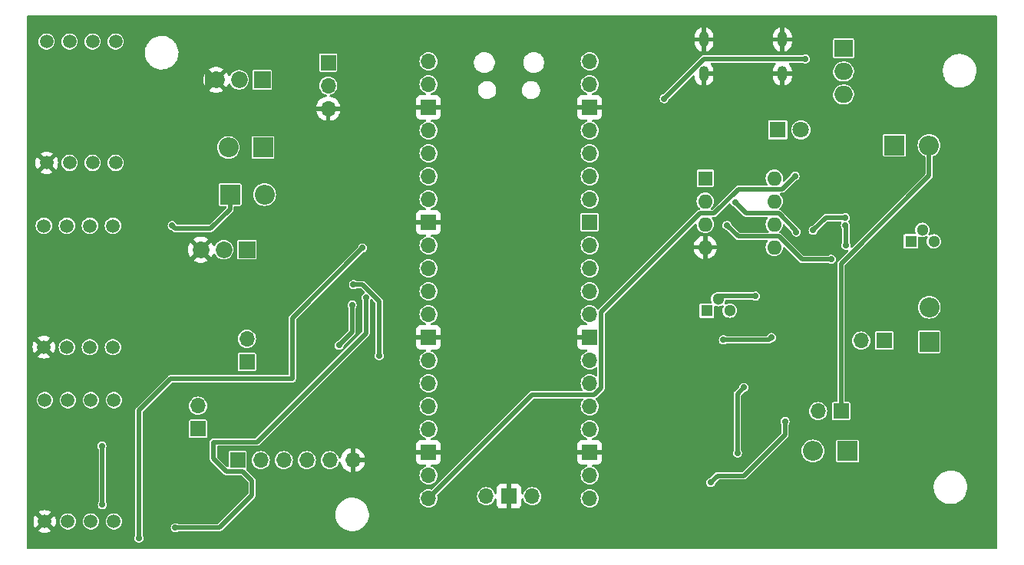
<source format=gbl>
%TF.GenerationSoftware,KiCad,Pcbnew,7.0.9*%
%TF.CreationDate,2024-06-06T15:59:11+02:00*%
%TF.ProjectId,Differential,44696666-6572-4656-9e74-69616c2e6b69,rev?*%
%TF.SameCoordinates,Original*%
%TF.FileFunction,Copper,L2,Bot*%
%TF.FilePolarity,Positive*%
%FSLAX46Y46*%
G04 Gerber Fmt 4.6, Leading zero omitted, Abs format (unit mm)*
G04 Created by KiCad (PCBNEW 7.0.9) date 2024-06-06 15:59:11*
%MOMM*%
%LPD*%
G01*
G04 APERTURE LIST*
%TA.AperFunction,ComponentPad*%
%ADD10C,1.500000*%
%TD*%
%TA.AperFunction,ComponentPad*%
%ADD11R,1.850000X1.850000*%
%TD*%
%TA.AperFunction,ComponentPad*%
%ADD12C,1.850000*%
%TD*%
%TA.AperFunction,ComponentPad*%
%ADD13R,2.200000X2.200000*%
%TD*%
%TA.AperFunction,ComponentPad*%
%ADD14O,2.200000X2.200000*%
%TD*%
%TA.AperFunction,ComponentPad*%
%ADD15R,1.700000X1.700000*%
%TD*%
%TA.AperFunction,ComponentPad*%
%ADD16O,1.700000X1.700000*%
%TD*%
%TA.AperFunction,ComponentPad*%
%ADD17R,1.300000X1.300000*%
%TD*%
%TA.AperFunction,ComponentPad*%
%ADD18C,1.300000*%
%TD*%
%TA.AperFunction,ComponentPad*%
%ADD19O,1.100000X1.700000*%
%TD*%
%TA.AperFunction,ComponentPad*%
%ADD20R,1.800000X1.800000*%
%TD*%
%TA.AperFunction,ComponentPad*%
%ADD21C,1.800000*%
%TD*%
%TA.AperFunction,ComponentPad*%
%ADD22R,2.000000X1.905000*%
%TD*%
%TA.AperFunction,ComponentPad*%
%ADD23O,2.000000X1.905000*%
%TD*%
%TA.AperFunction,ComponentPad*%
%ADD24R,1.600000X1.600000*%
%TD*%
%TA.AperFunction,ComponentPad*%
%ADD25O,1.600000X1.600000*%
%TD*%
%TA.AperFunction,ViaPad*%
%ADD26C,0.700000*%
%TD*%
%TA.AperFunction,Conductor*%
%ADD27C,0.500000*%
%TD*%
G04 APERTURE END LIST*
D10*
%TO.P,U8,1,GND*%
%TO.N,GND*%
X152000000Y-127525000D03*
%TO.P,U8,2,VCC*%
%TO.N,+3.3V*%
X154540000Y-127525000D03*
%TO.P,U8,3,SDA*%
%TO.N,SDA1*%
X157080000Y-127525000D03*
%TO.P,U8,4,SCL*%
%TO.N,SCL1*%
X159620000Y-127525000D03*
%TO.P,U8,5,NC*%
%TO.N,unconnected-(U8-NC-Pad5)*%
X159620000Y-114125000D03*
%TO.P,U8,6,NC*%
%TO.N,unconnected-(U8-NC-Pad6)*%
X157080000Y-114125000D03*
%TO.P,U8,7,NC*%
%TO.N,unconnected-(U8-NC-Pad7)*%
X154540000Y-114125000D03*
%TO.P,U8,8,NC*%
%TO.N,unconnected-(U8-NC-Pad8)*%
X152000000Y-114125000D03*
%TD*%
D11*
%TO.P,Q2,1,G*%
%TO.N,Net-(Q2-G)*%
X174390000Y-116765000D03*
D12*
%TO.P,Q2,2,D*%
%TO.N,Net-(D4-A)*%
X171850000Y-116765000D03*
%TO.P,Q2,3,S*%
%TO.N,GND*%
X169310000Y-116765000D03*
%TD*%
D13*
%TO.P,D2,1,K*%
%TO.N,+5V*%
X245817818Y-105245000D03*
D14*
%TO.P,D2,2,A*%
%TO.N,+3.3V*%
X249627818Y-105245000D03*
%TD*%
D15*
%TO.P,J3,1,Pin_1*%
%TO.N,+3.3V*%
X174400000Y-129150000D03*
D16*
%TO.P,J3,2,Pin_2*%
%TO.N,Net-(D4-A)*%
X174400000Y-126610000D03*
%TD*%
%TO.P,J4,6,Pin_6*%
%TO.N,GND*%
X186080000Y-140000000D03*
%TO.P,J4,5,Pin_5*%
%TO.N,unconnected-(J4-Pin_5-Pad5)*%
X183540000Y-140000000D03*
%TO.P,J4,4,Pin_4*%
%TO.N,unconnected-(J4-Pin_4-Pad4)*%
X181000000Y-140000000D03*
%TO.P,J4,3,Pin_3*%
%TO.N,/SCL0*%
X178460000Y-140000000D03*
%TO.P,J4,2,Pin_2*%
%TO.N,/SDA0*%
X175920000Y-140000000D03*
D15*
%TO.P,J4,1,Pin_1*%
%TO.N,+3.3V*%
X173380000Y-140000000D03*
%TD*%
D17*
%TO.P,Q3,1,E*%
%TO.N,Net-(Q3-E)*%
X247620000Y-115845000D03*
D18*
%TO.P,Q3,2,B*%
%TO.N,Net-(Q3-B)*%
X248890000Y-114575000D03*
%TO.P,Q3,3,C*%
%TO.N,Net-(D5-A)*%
X250160000Y-115845000D03*
%TD*%
D19*
%TO.P,J1,S1,SHIELD*%
%TO.N,GND*%
X233445000Y-97345000D03*
X233445000Y-93545000D03*
X224805000Y-97345000D03*
X224805000Y-93545000D03*
%TD*%
D20*
%TO.P,D1,1,K*%
%TO.N,Net-(D1-K)*%
X232960000Y-103525000D03*
D21*
%TO.P,D1,2,A*%
%TO.N,+5V*%
X235500000Y-103525000D03*
%TD*%
D16*
%TO.P,U2,1,GPIO0*%
%TO.N,/TX*%
X194420000Y-95965000D03*
%TO.P,U2,2,GPIO1*%
%TO.N,/RX*%
X194420000Y-98505000D03*
D15*
%TO.P,U2,3,GND*%
%TO.N,GND*%
X194420000Y-101045000D03*
D16*
%TO.P,U2,4,GPIO2*%
%TO.N,unconnected-(U2-GPIO2-Pad4)*%
X194420000Y-103585000D03*
%TO.P,U2,5,GPIO3*%
%TO.N,unconnected-(U2-GPIO3-Pad5)*%
X194420000Y-106125000D03*
%TO.P,U2,6,GPIO4*%
%TO.N,unconnected-(U2-GPIO4-Pad6)*%
X194420000Y-108665000D03*
%TO.P,U2,7,GPIO5*%
%TO.N,unconnected-(U2-GPIO5-Pad7)*%
X194420000Y-111205000D03*
D15*
%TO.P,U2,8,GND*%
%TO.N,GND*%
X194420000Y-113745000D03*
D16*
%TO.P,U2,9,GPIO6*%
%TO.N,SDA1*%
X194420000Y-116285000D03*
%TO.P,U2,10,GPIO7*%
%TO.N,SCL1*%
X194420000Y-118825000D03*
%TO.P,U2,11,GPIO8*%
%TO.N,/SDA0*%
X194420000Y-121365000D03*
%TO.P,U2,12,GPIO9*%
%TO.N,/SCL0*%
X194420000Y-123905000D03*
D15*
%TO.P,U2,13,GND*%
%TO.N,GND*%
X194420000Y-126445000D03*
D16*
%TO.P,U2,14,GPIO10*%
%TO.N,/Pump*%
X194420000Y-128985000D03*
%TO.P,U2,15,GPIO11*%
%TO.N,/Middle_Valve*%
X194420000Y-131525000D03*
%TO.P,U2,16,GPIO12*%
%TO.N,unconnected-(U2-GPIO12-Pad16)*%
X194420000Y-134065000D03*
%TO.P,U2,17,GPIO13*%
%TO.N,unconnected-(U2-GPIO13-Pad17)*%
X194420000Y-136605000D03*
D15*
%TO.P,U2,18,GND*%
%TO.N,GND*%
X194420000Y-139145000D03*
D16*
%TO.P,U2,19,GPIO14*%
%TO.N,unconnected-(U2-GPIO14-Pad19)*%
X194420000Y-141685000D03*
%TO.P,U2,20,GPIO15*%
%TO.N,Cuff_Valve*%
X194420000Y-144225000D03*
%TO.P,U2,21,GPIO16*%
%TO.N,Baseline_Valve*%
X212200000Y-144225000D03*
%TO.P,U2,22,GPIO17*%
%TO.N,unconnected-(U2-GPIO17-Pad22)*%
X212200000Y-141685000D03*
D15*
%TO.P,U2,23,GND*%
%TO.N,GND*%
X212200000Y-139145000D03*
D16*
%TO.P,U2,24,GPIO18*%
%TO.N,unconnected-(U2-GPIO18-Pad24)*%
X212200000Y-136605000D03*
%TO.P,U2,25,GPIO19*%
%TO.N,unconnected-(U2-GPIO19-Pad25)*%
X212200000Y-134065000D03*
%TO.P,U2,26,GPIO20*%
%TO.N,unconnected-(U2-GPIO20-Pad26)*%
X212200000Y-131525000D03*
%TO.P,U2,27,GPIO21*%
%TO.N,unconnected-(U2-GPIO21-Pad27)*%
X212200000Y-128985000D03*
D15*
%TO.P,U2,28,GND*%
%TO.N,GND*%
X212200000Y-126445000D03*
D16*
%TO.P,U2,29,GPIO22*%
%TO.N,unconnected-(U2-GPIO22-Pad29)*%
X212200000Y-123905000D03*
%TO.P,U2,30,RUN*%
%TO.N,unconnected-(U2-RUN-Pad30)*%
X212200000Y-121365000D03*
%TO.P,U2,31,GPIO26_ADC0*%
%TO.N,unconnected-(U2-GPIO26_ADC0-Pad31)*%
X212200000Y-118825000D03*
%TO.P,U2,32,GPIO27_ADC1*%
%TO.N,unconnected-(U2-GPIO27_ADC1-Pad32)*%
X212200000Y-116285000D03*
D15*
%TO.P,U2,33,AGND*%
%TO.N,unconnected-(U2-AGND-Pad33)*%
X212200000Y-113745000D03*
D16*
%TO.P,U2,34,GPIO28_ADC2*%
%TO.N,unconnected-(U2-GPIO28_ADC2-Pad34)*%
X212200000Y-111205000D03*
%TO.P,U2,35,ADC_VREF*%
%TO.N,unconnected-(U2-ADC_VREF-Pad35)*%
X212200000Y-108665000D03*
%TO.P,U2,36,3V3*%
%TO.N,unconnected-(U2-3V3-Pad36)*%
X212200000Y-106125000D03*
%TO.P,U2,37,3V3_EN*%
%TO.N,unconnected-(U2-3V3_EN-Pad37)*%
X212200000Y-103585000D03*
D15*
%TO.P,U2,38,GND*%
%TO.N,GND*%
X212200000Y-101045000D03*
D16*
%TO.P,U2,39,VSYS*%
%TO.N,unconnected-(U2-VSYS-Pad39)*%
X212200000Y-98505000D03*
%TO.P,U2,40,VBUS*%
%TO.N,unconnected-(U2-VBUS-Pad40)*%
X212200000Y-95965000D03*
%TO.P,U2,41,SWCLK*%
%TO.N,unconnected-(U2-SWCLK-Pad41)*%
X200770000Y-143995000D03*
D15*
%TO.P,U2,42,GND*%
%TO.N,GND*%
X203310000Y-143995000D03*
D16*
%TO.P,U2,43,SWDIO*%
%TO.N,unconnected-(U2-SWDIO-Pad43)*%
X205850000Y-143995000D03*
%TD*%
D17*
%TO.P,Q4,1,E*%
%TO.N,Net-(Q4-E)*%
X225110000Y-123495000D03*
D18*
%TO.P,Q4,2,B*%
%TO.N,Net-(Q4-B)*%
X226380000Y-122225000D03*
%TO.P,Q4,3,C*%
%TO.N,Net-(D6-A)*%
X227650000Y-123495000D03*
%TD*%
D13*
%TO.P,D6,1,K*%
%TO.N,+3.3V*%
X240632183Y-138995000D03*
D14*
%TO.P,D6,2,A*%
%TO.N,Net-(D6-A)*%
X236822183Y-138995000D03*
%TD*%
D15*
%TO.P,J7,1,Pin_1*%
%TO.N,+3.3V*%
X239935000Y-134595000D03*
D16*
%TO.P,J7,2,Pin_2*%
%TO.N,Net-(D6-A)*%
X237395000Y-134595000D03*
%TD*%
D10*
%TO.P,U7,1,GND*%
%TO.N,GND*%
X152300000Y-107175000D03*
%TO.P,U7,2,VCC*%
%TO.N,+3.3V*%
X154840000Y-107175000D03*
%TO.P,U7,3,SDA*%
%TO.N,SDA1*%
X157380000Y-107175000D03*
%TO.P,U7,4,SCL*%
%TO.N,SCL1*%
X159920000Y-107175000D03*
%TO.P,U7,5,NC*%
%TO.N,unconnected-(U7-NC-Pad5)*%
X159920000Y-93775000D03*
%TO.P,U7,6,NC*%
%TO.N,unconnected-(U7-NC-Pad6)*%
X157380000Y-93775000D03*
%TO.P,U7,7,NC*%
%TO.N,unconnected-(U7-NC-Pad7)*%
X154840000Y-93775000D03*
%TO.P,U7,8,NC*%
%TO.N,unconnected-(U7-NC-Pad8)*%
X152300000Y-93775000D03*
%TD*%
D22*
%TO.P,U1,1,ADJ*%
%TO.N,Net-(U1-ADJ)*%
X240210000Y-94555000D03*
D23*
%TO.P,U1,2,VO*%
%TO.N,+3.3V*%
X240210000Y-97095000D03*
%TO.P,U1,3,VI*%
%TO.N,+5V*%
X240210000Y-99635000D03*
%TD*%
D10*
%TO.P,U9,1,GND*%
%TO.N,GND*%
X152100000Y-146775000D03*
%TO.P,U9,2,VCC*%
%TO.N,+3.3V*%
X154640000Y-146775000D03*
%TO.P,U9,3,SDA*%
%TO.N,SDA1*%
X157180000Y-146775000D03*
%TO.P,U9,4,SCL*%
%TO.N,SCL1*%
X159720000Y-146775000D03*
%TO.P,U9,5,NC*%
%TO.N,unconnected-(U9-NC-Pad5)*%
X159720000Y-133375000D03*
%TO.P,U9,6,NC*%
%TO.N,unconnected-(U9-NC-Pad6)*%
X157180000Y-133375000D03*
%TO.P,U9,7,NC*%
%TO.N,unconnected-(U9-NC-Pad7)*%
X154640000Y-133375000D03*
%TO.P,U9,8,NC*%
%TO.N,unconnected-(U9-NC-Pad8)*%
X152100000Y-133375000D03*
%TD*%
D15*
%TO.P,J6,1,Pin_1*%
%TO.N,+3.3V*%
X244685000Y-126795000D03*
D16*
%TO.P,J6,2,Pin_2*%
%TO.N,Net-(D5-A)*%
X242145000Y-126795000D03*
%TD*%
D11*
%TO.P,Q1,1,G*%
%TO.N,Net-(Q1-G)*%
X176080000Y-98000000D03*
D12*
%TO.P,Q1,2,D*%
%TO.N,Net-(D3-A)*%
X173540000Y-98000000D03*
%TO.P,Q1,3,S*%
%TO.N,GND*%
X171000000Y-98000000D03*
%TD*%
D15*
%TO.P,J2,1,Pin_1*%
%TO.N,+3.3V*%
X169000000Y-136540000D03*
D16*
%TO.P,J2,2,Pin_2*%
%TO.N,Net-(D3-A)*%
X169000000Y-134000000D03*
%TD*%
D13*
%TO.P,D5,1,K*%
%TO.N,+3.3V*%
X249660000Y-126932183D03*
D14*
%TO.P,D5,2,A*%
%TO.N,Net-(D5-A)*%
X249660000Y-123122183D03*
%TD*%
D13*
%TO.P,D4,1,K*%
%TO.N,+3.3V*%
X172540000Y-110675000D03*
D14*
%TO.P,D4,2,A*%
%TO.N,Net-(D4-A)*%
X176350000Y-110675000D03*
%TD*%
D24*
%TO.P,U3,1*%
%TO.N,Net-(Q3-B)*%
X224950000Y-108875000D03*
D25*
%TO.P,U3,2,-*%
%TO.N,Net-(U3A--)*%
X224950000Y-111415000D03*
%TO.P,U3,3,+*%
%TO.N,Net-(U3A-+)*%
X224950000Y-113955000D03*
%TO.P,U3,4,V-*%
%TO.N,GND*%
X224950000Y-116495000D03*
%TO.P,U3,5,+*%
%TO.N,Net-(U3B-+)*%
X232570000Y-116495000D03*
%TO.P,U3,6,-*%
%TO.N,Net-(U3B--)*%
X232570000Y-113955000D03*
%TO.P,U3,7*%
%TO.N,Net-(Q4-B)*%
X232570000Y-111415000D03*
%TO.P,U3,8,V+*%
%TO.N,+5V*%
X232570000Y-108875000D03*
%TD*%
D15*
%TO.P,J5,1,Pin_1*%
%TO.N,/TX*%
X183360000Y-96105000D03*
D16*
%TO.P,J5,2,Pin_2*%
%TO.N,/RX*%
X183360000Y-98645000D03*
%TO.P,J5,3,Pin_3*%
%TO.N,GND*%
X183360000Y-101185000D03*
%TD*%
D13*
%TO.P,D3,1,K*%
%TO.N,+3.3V*%
X176160000Y-105475000D03*
D14*
%TO.P,D3,2,A*%
%TO.N,Net-(D3-A)*%
X172350000Y-105475000D03*
%TD*%
D26*
%TO.N,GND*%
X235050000Y-112025000D03*
X241400000Y-112025000D03*
X169310000Y-113685000D03*
X230950000Y-138925000D03*
X232350000Y-133675000D03*
%TO.N,+3.3V*%
X220428248Y-100078248D03*
X236000000Y-95700000D03*
X166150000Y-114100000D03*
%TO.N,Net-(C3-Pad1)*%
X240400000Y-113225000D03*
X236850000Y-114625000D03*
%TO.N,Net-(U3A-+)*%
X238850000Y-117825000D03*
X240400000Y-114074503D03*
X227350000Y-114075000D03*
X240450000Y-116275000D03*
%TO.N,Net-(U3A--)*%
X235000000Y-114825000D03*
X228250000Y-111525000D03*
%TO.N,Net-(C7-Pad1)*%
X233750000Y-135725000D03*
X225550000Y-142475000D03*
%TO.N,Net-(U3B-+)*%
X228500000Y-139225000D03*
X229193727Y-131981273D03*
%TO.N,Net-(Q4-B)*%
X230500000Y-121875000D03*
%TO.N,Net-(U3B--)*%
X226950000Y-126725000D03*
X232250000Y-126475000D03*
%TO.N,/Pump*%
X189000000Y-128475000D03*
X186150000Y-120625000D03*
%TO.N,Cuff_Valve*%
X234850000Y-108625000D03*
%TO.N,SCL1*%
X166500000Y-147475000D03*
X158400000Y-138425000D03*
X187550000Y-122075000D03*
X158450000Y-144925000D03*
%TO.N,SDA1*%
X187150000Y-116575000D03*
X162500000Y-148625000D03*
%TO.N,/SDA0*%
X184550000Y-127325000D03*
X186000000Y-122875000D03*
%TD*%
D27*
%TO.N,SDA1*%
X187150000Y-116575000D02*
X179400000Y-124325000D01*
X179400000Y-124325000D02*
X179400000Y-131025000D01*
X179400000Y-131025000D02*
X165975000Y-131025000D01*
X165975000Y-131025000D02*
X162500000Y-134500000D01*
X162500000Y-134500000D02*
X162500000Y-148625000D01*
%TO.N,SCL1*%
X187550000Y-122075000D02*
X187550000Y-125975000D01*
X170702767Y-139822767D02*
X172130000Y-141250000D01*
X173952767Y-141250000D02*
X174970000Y-142267233D01*
X187550000Y-125975000D02*
X175525000Y-138000000D01*
X175525000Y-138000000D02*
X170702767Y-138000000D01*
X170702767Y-138000000D02*
X170702767Y-139822767D01*
X172130000Y-141250000D02*
X173952767Y-141250000D01*
X174970000Y-142267233D02*
X174970000Y-143855000D01*
X174970000Y-143855000D02*
X171350000Y-147475000D01*
X171350000Y-147475000D02*
X166500000Y-147475000D01*
%TO.N,GND*%
X170060000Y-112935000D02*
X170060000Y-97185000D01*
X235050000Y-112025000D02*
X241400000Y-112025000D01*
X169310000Y-113685000D02*
X170060000Y-112935000D01*
X230950000Y-135075000D02*
X232350000Y-133675000D01*
X230950000Y-138925000D02*
X230950000Y-135075000D01*
%TO.N,+3.3V*%
X172540000Y-112275000D02*
X172540000Y-110675000D01*
X239935000Y-134595000D02*
X239935000Y-118290000D01*
X170380000Y-114435000D02*
X172540000Y-112275000D01*
X220428248Y-100078248D02*
X224806496Y-95700000D01*
X166485000Y-114435000D02*
X170380000Y-114435000D01*
X239935000Y-118290000D02*
X249627818Y-108597182D01*
X249627818Y-108597182D02*
X249627818Y-105245000D01*
X224806496Y-95700000D02*
X236000000Y-95700000D01*
X166150000Y-114100000D02*
X166485000Y-114435000D01*
%TO.N,Net-(C3-Pad1)*%
X240400000Y-113225000D02*
X238250000Y-113225000D01*
X238250000Y-113225000D02*
X236850000Y-114625000D01*
%TO.N,Net-(U3A-+)*%
X238850000Y-117825000D02*
X235597057Y-117825000D01*
X240450000Y-116275000D02*
X240450000Y-114124503D01*
X228570000Y-115295000D02*
X227350000Y-114075000D01*
X235597057Y-117825000D02*
X233067057Y-115295000D01*
X240450000Y-114124503D02*
X240400000Y-114074503D01*
X233067057Y-115295000D02*
X228570000Y-115295000D01*
%TO.N,Net-(U3A--)*%
X229480000Y-112755000D02*
X233067057Y-112755000D01*
X233067057Y-112755000D02*
X235000000Y-114687943D01*
X235000000Y-114687943D02*
X235000000Y-114825000D01*
X228250000Y-111525000D02*
X229480000Y-112755000D01*
%TO.N,Net-(C7-Pad1)*%
X233750000Y-137185661D02*
X233750000Y-135725000D01*
X226300000Y-141725000D02*
X229210661Y-141725000D01*
X229210661Y-141725000D02*
X233750000Y-137185661D01*
X225550000Y-142475000D02*
X226300000Y-141725000D01*
%TO.N,Net-(U3B-+)*%
X228500000Y-132675000D02*
X229193727Y-131981273D01*
X228500000Y-139225000D02*
X228500000Y-132675000D01*
%TO.N,Net-(Q4-B)*%
X230500000Y-121875000D02*
X226730000Y-121875000D01*
X226730000Y-121875000D02*
X226380000Y-122225000D01*
%TO.N,Net-(U3B--)*%
X232000000Y-126725000D02*
X232250000Y-126475000D01*
X226950000Y-126725000D02*
X232000000Y-126725000D01*
%TO.N,/Pump*%
X189000000Y-128475000D02*
X189000000Y-122464339D01*
X189000000Y-122464339D02*
X187160661Y-120625000D01*
X187160661Y-120625000D02*
X186150000Y-120625000D01*
%TO.N,Cuff_Valve*%
X213450000Y-123675000D02*
X213450000Y-132042767D01*
X212717767Y-132775000D02*
X205870000Y-132775000D01*
X225920000Y-112755000D02*
X224370000Y-112755000D01*
X233400000Y-110075000D02*
X228600000Y-110075000D01*
X213450000Y-132042767D02*
X212717767Y-132775000D01*
X205870000Y-132775000D02*
X194420000Y-144225000D01*
X228600000Y-110075000D02*
X225920000Y-112755000D01*
X224370000Y-112755000D02*
X213450000Y-123675000D01*
X234850000Y-108625000D02*
X233400000Y-110075000D01*
%TO.N,SCL1*%
X158400000Y-138425000D02*
X158450000Y-138475000D01*
X158450000Y-138475000D02*
X158450000Y-144925000D01*
%TO.N,/SDA0*%
X186000000Y-122875000D02*
X186000000Y-125875000D01*
X186000000Y-125875000D02*
X184550000Y-127325000D01*
%TD*%
%TA.AperFunction,Conductor*%
%TO.N,GND*%
G36*
X257092539Y-90920185D02*
G01*
X257138294Y-90972989D01*
X257149500Y-91024500D01*
X257149500Y-149725500D01*
X257129815Y-149792539D01*
X257077011Y-149838294D01*
X257025500Y-149849500D01*
X150224500Y-149849500D01*
X150157461Y-149829815D01*
X150111706Y-149777011D01*
X150100500Y-149725500D01*
X150100500Y-148625000D01*
X161994353Y-148625000D01*
X162014834Y-148767456D01*
X162074622Y-148898371D01*
X162074623Y-148898373D01*
X162168872Y-149007143D01*
X162289947Y-149084953D01*
X162289950Y-149084954D01*
X162289949Y-149084954D01*
X162428036Y-149125499D01*
X162428038Y-149125500D01*
X162428039Y-149125500D01*
X162571962Y-149125500D01*
X162571962Y-149125499D01*
X162710053Y-149084953D01*
X162831128Y-149007143D01*
X162925377Y-148898373D01*
X162985165Y-148767457D01*
X163005647Y-148625000D01*
X162985165Y-148482543D01*
X162925377Y-148351627D01*
X162925374Y-148351624D01*
X162920582Y-148344166D01*
X162923621Y-148342212D01*
X162901749Y-148294224D01*
X162900500Y-148276667D01*
X162900500Y-147475000D01*
X165994353Y-147475000D01*
X166014834Y-147617456D01*
X166043403Y-147680012D01*
X166074623Y-147748373D01*
X166168872Y-147857143D01*
X166289947Y-147934953D01*
X166289950Y-147934954D01*
X166289949Y-147934954D01*
X166428036Y-147975499D01*
X166428038Y-147975500D01*
X166428039Y-147975500D01*
X166571962Y-147975500D01*
X166571962Y-147975499D01*
X166710050Y-147934954D01*
X166710051Y-147934954D01*
X166771936Y-147895184D01*
X166838974Y-147875500D01*
X171413431Y-147875500D01*
X171413433Y-147875500D01*
X171434501Y-147868654D01*
X171453417Y-147864112D01*
X171475304Y-147860646D01*
X171495044Y-147850586D01*
X171513011Y-147843144D01*
X171534090Y-147836296D01*
X171552026Y-147823263D01*
X171568588Y-147813114D01*
X171588342Y-147803050D01*
X171603834Y-147787557D01*
X171603841Y-147787552D01*
X172491245Y-146900148D01*
X173323630Y-146067763D01*
X184145787Y-146067763D01*
X184175413Y-146337013D01*
X184175415Y-146337024D01*
X184243926Y-146599082D01*
X184243928Y-146599088D01*
X184349870Y-146848390D01*
X184486134Y-147071666D01*
X184490979Y-147079605D01*
X184490986Y-147079615D01*
X184664253Y-147287819D01*
X184664259Y-147287824D01*
X184865998Y-147468582D01*
X185091910Y-147618044D01*
X185337176Y-147733020D01*
X185337183Y-147733022D01*
X185337185Y-147733023D01*
X185596557Y-147811057D01*
X185596564Y-147811058D01*
X185596569Y-147811060D01*
X185864561Y-147850500D01*
X185864566Y-147850500D01*
X186067636Y-147850500D01*
X186119133Y-147846730D01*
X186270156Y-147835677D01*
X186382758Y-147810593D01*
X186534546Y-147776782D01*
X186534548Y-147776781D01*
X186534553Y-147776780D01*
X186787558Y-147680014D01*
X187023777Y-147547441D01*
X187238177Y-147381888D01*
X187426186Y-147186881D01*
X187583799Y-146966579D01*
X187657787Y-146822669D01*
X187707649Y-146725690D01*
X187707651Y-146725684D01*
X187707656Y-146725675D01*
X187795118Y-146469305D01*
X187844319Y-146202933D01*
X187854212Y-145932235D01*
X187824586Y-145662982D01*
X187756072Y-145400912D01*
X187650130Y-145151610D01*
X187509018Y-144920390D01*
X187486080Y-144892827D01*
X187335746Y-144712180D01*
X187335740Y-144712175D01*
X187134002Y-144531418D01*
X186908092Y-144381957D01*
X186903348Y-144379733D01*
X186662824Y-144266980D01*
X186662819Y-144266978D01*
X186662814Y-144266976D01*
X186523293Y-144225000D01*
X193414659Y-144225000D01*
X193433975Y-144421129D01*
X193433976Y-144421132D01*
X193474141Y-144553539D01*
X193491188Y-144609733D01*
X193584086Y-144783532D01*
X193584090Y-144783539D01*
X193709116Y-144935883D01*
X193861460Y-145060909D01*
X193861467Y-145060913D01*
X194035266Y-145153811D01*
X194035269Y-145153811D01*
X194035273Y-145153814D01*
X194223868Y-145211024D01*
X194420000Y-145230341D01*
X194616132Y-145211024D01*
X194804727Y-145153814D01*
X194808851Y-145151610D01*
X194978532Y-145060913D01*
X194978538Y-145060910D01*
X195130883Y-144935883D01*
X195255910Y-144783538D01*
X195311246Y-144680012D01*
X195348811Y-144609733D01*
X195348811Y-144609732D01*
X195348814Y-144609727D01*
X195406024Y-144421132D01*
X195425341Y-144225000D01*
X195406024Y-144028868D01*
X195395750Y-143995000D01*
X199764659Y-143995000D01*
X199783975Y-144191129D01*
X199841188Y-144379733D01*
X199934086Y-144553532D01*
X199934090Y-144553539D01*
X200059116Y-144705883D01*
X200211460Y-144830909D01*
X200211467Y-144830913D01*
X200385266Y-144923811D01*
X200385269Y-144923811D01*
X200385273Y-144923814D01*
X200573868Y-144981024D01*
X200770000Y-145000341D01*
X200966132Y-144981024D01*
X201154727Y-144923814D01*
X201161126Y-144920394D01*
X201241632Y-144877362D01*
X201328538Y-144830910D01*
X201480883Y-144705883D01*
X201605910Y-144553538D01*
X201697659Y-144381888D01*
X201698812Y-144379731D01*
X201698812Y-144379730D01*
X201698814Y-144379727D01*
X201717339Y-144318655D01*
X201755637Y-144260218D01*
X201819449Y-144231762D01*
X201888516Y-144242322D01*
X201940910Y-144288546D01*
X201960000Y-144354652D01*
X201960000Y-144892844D01*
X201966401Y-144952372D01*
X201966403Y-144952379D01*
X202016645Y-145087086D01*
X202016649Y-145087093D01*
X202102809Y-145202187D01*
X202102812Y-145202190D01*
X202217906Y-145288350D01*
X202217913Y-145288354D01*
X202352620Y-145338596D01*
X202352627Y-145338598D01*
X202412155Y-145344999D01*
X202412172Y-145345000D01*
X203060000Y-145345000D01*
X203060000Y-144441494D01*
X203164839Y-144489373D01*
X203273527Y-144505000D01*
X203346473Y-144505000D01*
X203455161Y-144489373D01*
X203560000Y-144441494D01*
X203560000Y-145345000D01*
X204207828Y-145345000D01*
X204207844Y-145344999D01*
X204267372Y-145338598D01*
X204267379Y-145338596D01*
X204402086Y-145288354D01*
X204402093Y-145288350D01*
X204517187Y-145202190D01*
X204517190Y-145202187D01*
X204603350Y-145087093D01*
X204603354Y-145087086D01*
X204653596Y-144952379D01*
X204653598Y-144952372D01*
X204659999Y-144892844D01*
X204660000Y-144892827D01*
X204660000Y-144354652D01*
X204679685Y-144287613D01*
X204732489Y-144241858D01*
X204801647Y-144231914D01*
X204865203Y-144260939D01*
X204902660Y-144318655D01*
X204913580Y-144354652D01*
X204921187Y-144379731D01*
X205014086Y-144553532D01*
X205014090Y-144553539D01*
X205139116Y-144705883D01*
X205291460Y-144830909D01*
X205291467Y-144830913D01*
X205465266Y-144923811D01*
X205465269Y-144923811D01*
X205465273Y-144923814D01*
X205653868Y-144981024D01*
X205850000Y-145000341D01*
X206046132Y-144981024D01*
X206234727Y-144923814D01*
X206241126Y-144920394D01*
X206321632Y-144877362D01*
X206408538Y-144830910D01*
X206560883Y-144705883D01*
X206685910Y-144553538D01*
X206739886Y-144452557D01*
X206778811Y-144379733D01*
X206778812Y-144379731D01*
X206778814Y-144379727D01*
X206825750Y-144225000D01*
X211194659Y-144225000D01*
X211213975Y-144421129D01*
X211213976Y-144421132D01*
X211254141Y-144553539D01*
X211271188Y-144609733D01*
X211364086Y-144783532D01*
X211364090Y-144783539D01*
X211489116Y-144935883D01*
X211641460Y-145060909D01*
X211641467Y-145060913D01*
X211815266Y-145153811D01*
X211815269Y-145153811D01*
X211815273Y-145153814D01*
X212003868Y-145211024D01*
X212200000Y-145230341D01*
X212396132Y-145211024D01*
X212584727Y-145153814D01*
X212588851Y-145151610D01*
X212758532Y-145060913D01*
X212758538Y-145060910D01*
X212910883Y-144935883D01*
X213035910Y-144783538D01*
X213091246Y-144680012D01*
X213128811Y-144609733D01*
X213128811Y-144609732D01*
X213128814Y-144609727D01*
X213186024Y-144421132D01*
X213205341Y-144225000D01*
X213186024Y-144028868D01*
X213128814Y-143840273D01*
X213128811Y-143840269D01*
X213128811Y-143840266D01*
X213035913Y-143666467D01*
X213035909Y-143666460D01*
X212910883Y-143514116D01*
X212758539Y-143389090D01*
X212758532Y-143389086D01*
X212584733Y-143296188D01*
X212584727Y-143296186D01*
X212396132Y-143238976D01*
X212396129Y-143238975D01*
X212200000Y-143219659D01*
X212003870Y-143238975D01*
X211815266Y-143296188D01*
X211641467Y-143389086D01*
X211641460Y-143389090D01*
X211489116Y-143514116D01*
X211364090Y-143666460D01*
X211364086Y-143666467D01*
X211271188Y-143840266D01*
X211213975Y-144028870D01*
X211194659Y-144225000D01*
X206825750Y-144225000D01*
X206836024Y-144191132D01*
X206855341Y-143995000D01*
X206836024Y-143798868D01*
X206778814Y-143610273D01*
X206778811Y-143610269D01*
X206778811Y-143610266D01*
X206685913Y-143436467D01*
X206685909Y-143436460D01*
X206560883Y-143284116D01*
X206408539Y-143159090D01*
X206408532Y-143159086D01*
X206237680Y-143067763D01*
X250145787Y-143067763D01*
X250175413Y-143337013D01*
X250175415Y-143337024D01*
X250234114Y-143561549D01*
X250243928Y-143599088D01*
X250349870Y-143848390D01*
X250453397Y-144018025D01*
X250490979Y-144079605D01*
X250490986Y-144079615D01*
X250664253Y-144287819D01*
X250664259Y-144287824D01*
X250766834Y-144379731D01*
X250865998Y-144468582D01*
X251091910Y-144618044D01*
X251337176Y-144733020D01*
X251337183Y-144733022D01*
X251337185Y-144733023D01*
X251596557Y-144811057D01*
X251596564Y-144811058D01*
X251596569Y-144811060D01*
X251864561Y-144850500D01*
X251864566Y-144850500D01*
X252067636Y-144850500D01*
X252119133Y-144846730D01*
X252270156Y-144835677D01*
X252382758Y-144810593D01*
X252534546Y-144776782D01*
X252534548Y-144776781D01*
X252534553Y-144776780D01*
X252787558Y-144680014D01*
X253023777Y-144547441D01*
X253238177Y-144381888D01*
X253426186Y-144186881D01*
X253583799Y-143966579D01*
X253679232Y-143780960D01*
X253707649Y-143725690D01*
X253707651Y-143725684D01*
X253707656Y-143725675D01*
X253795118Y-143469305D01*
X253844319Y-143202933D01*
X253854212Y-142932235D01*
X253824586Y-142662982D01*
X253756072Y-142400912D01*
X253650130Y-142151610D01*
X253509018Y-141920390D01*
X253507845Y-141918981D01*
X253335746Y-141712180D01*
X253335740Y-141712175D01*
X253134002Y-141531418D01*
X252908092Y-141381957D01*
X252908090Y-141381956D01*
X252662824Y-141266980D01*
X252662819Y-141266978D01*
X252662814Y-141266976D01*
X252403442Y-141188942D01*
X252403428Y-141188939D01*
X252287791Y-141171921D01*
X252135439Y-141149500D01*
X251932369Y-141149500D01*
X251932364Y-141149500D01*
X251729844Y-141164323D01*
X251729831Y-141164325D01*
X251465453Y-141223217D01*
X251465446Y-141223220D01*
X251212439Y-141319987D01*
X250976226Y-141452557D01*
X250761822Y-141618112D01*
X250573822Y-141813109D01*
X250573816Y-141813116D01*
X250416202Y-142033419D01*
X250416199Y-142033424D01*
X250292350Y-142274309D01*
X250292343Y-142274327D01*
X250204884Y-142530685D01*
X250204881Y-142530699D01*
X250188856Y-142617457D01*
X250157391Y-142787812D01*
X250155681Y-142797068D01*
X250155680Y-142797075D01*
X250145787Y-143067763D01*
X206237680Y-143067763D01*
X206234733Y-143066188D01*
X206234727Y-143066186D01*
X206046132Y-143008976D01*
X206046129Y-143008975D01*
X205850000Y-142989659D01*
X205653870Y-143008975D01*
X205465266Y-143066188D01*
X205291467Y-143159086D01*
X205291460Y-143159090D01*
X205139116Y-143284116D01*
X205014090Y-143436460D01*
X205014086Y-143436467D01*
X204921186Y-143610271D01*
X204902660Y-143671343D01*
X204864363Y-143729781D01*
X204800550Y-143758238D01*
X204731483Y-143747677D01*
X204679090Y-143701452D01*
X204660000Y-143635347D01*
X204660000Y-143097172D01*
X204659999Y-143097155D01*
X204653598Y-143037627D01*
X204653596Y-143037620D01*
X204603354Y-142902913D01*
X204603350Y-142902906D01*
X204517190Y-142787812D01*
X204517187Y-142787809D01*
X204402093Y-142701649D01*
X204402086Y-142701645D01*
X204267379Y-142651403D01*
X204267372Y-142651401D01*
X204207844Y-142645000D01*
X203560000Y-142645000D01*
X203560000Y-143548505D01*
X203455161Y-143500627D01*
X203346473Y-143485000D01*
X203273527Y-143485000D01*
X203164839Y-143500627D01*
X203060000Y-143548505D01*
X203060000Y-142645000D01*
X202412155Y-142645000D01*
X202352627Y-142651401D01*
X202352620Y-142651403D01*
X202217913Y-142701645D01*
X202217906Y-142701649D01*
X202102812Y-142787809D01*
X202102809Y-142787812D01*
X202016649Y-142902906D01*
X202016645Y-142902913D01*
X201966403Y-143037620D01*
X201966401Y-143037627D01*
X201960000Y-143097155D01*
X201960000Y-143635347D01*
X201940315Y-143702386D01*
X201887511Y-143748141D01*
X201818353Y-143758085D01*
X201754797Y-143729060D01*
X201717340Y-143671343D01*
X201698813Y-143610271D01*
X201605913Y-143436467D01*
X201605909Y-143436460D01*
X201480883Y-143284116D01*
X201328539Y-143159090D01*
X201328532Y-143159086D01*
X201154733Y-143066188D01*
X201154727Y-143066186D01*
X200966132Y-143008976D01*
X200966129Y-143008975D01*
X200770000Y-142989659D01*
X200573870Y-143008975D01*
X200385266Y-143066188D01*
X200211467Y-143159086D01*
X200211460Y-143159090D01*
X200059116Y-143284116D01*
X199934090Y-143436460D01*
X199934086Y-143436467D01*
X199841188Y-143610266D01*
X199783975Y-143798870D01*
X199764659Y-143995000D01*
X195395750Y-143995000D01*
X195381730Y-143948784D01*
X195375580Y-143928509D01*
X195374956Y-143858642D01*
X195406557Y-143804834D01*
X199168547Y-140042844D01*
X210850000Y-140042844D01*
X210856401Y-140102372D01*
X210856403Y-140102379D01*
X210906645Y-140237086D01*
X210906649Y-140237093D01*
X210992809Y-140352187D01*
X210992812Y-140352190D01*
X211107906Y-140438350D01*
X211107913Y-140438354D01*
X211242620Y-140488596D01*
X211242627Y-140488598D01*
X211302155Y-140494999D01*
X211302172Y-140495000D01*
X211840348Y-140495000D01*
X211907387Y-140514685D01*
X211953142Y-140567489D01*
X211963086Y-140636647D01*
X211934061Y-140700203D01*
X211876344Y-140737660D01*
X211847075Y-140746539D01*
X211815268Y-140756187D01*
X211641467Y-140849086D01*
X211641460Y-140849090D01*
X211489116Y-140974116D01*
X211364090Y-141126460D01*
X211364086Y-141126467D01*
X211271188Y-141300266D01*
X211213975Y-141488870D01*
X211194659Y-141685000D01*
X211213975Y-141881129D01*
X211213976Y-141881132D01*
X211261428Y-142037561D01*
X211271188Y-142069733D01*
X211364086Y-142243532D01*
X211364090Y-142243539D01*
X211489116Y-142395883D01*
X211641460Y-142520909D01*
X211641467Y-142520913D01*
X211815266Y-142613811D01*
X211815269Y-142613811D01*
X211815273Y-142613814D01*
X212003868Y-142671024D01*
X212200000Y-142690341D01*
X212396132Y-142671024D01*
X212584727Y-142613814D01*
X212758538Y-142520910D01*
X212814479Y-142475000D01*
X225044353Y-142475000D01*
X225064834Y-142617456D01*
X225124622Y-142748371D01*
X225124623Y-142748373D01*
X225218872Y-142857143D01*
X225339947Y-142934953D01*
X225339950Y-142934954D01*
X225339949Y-142934954D01*
X225478036Y-142975499D01*
X225478038Y-142975500D01*
X225478039Y-142975500D01*
X225621962Y-142975500D01*
X225621962Y-142975499D01*
X225760053Y-142934953D01*
X225881128Y-142857143D01*
X225975377Y-142748373D01*
X226035165Y-142617457D01*
X226039573Y-142586797D01*
X226068597Y-142523241D01*
X226074616Y-142516775D01*
X226429573Y-142161819D01*
X226490896Y-142128334D01*
X226517254Y-142125500D01*
X229274092Y-142125500D01*
X229274094Y-142125500D01*
X229295162Y-142118654D01*
X229314078Y-142114112D01*
X229335965Y-142110646D01*
X229355705Y-142100586D01*
X229373672Y-142093144D01*
X229394751Y-142086296D01*
X229412687Y-142073263D01*
X229429249Y-142063114D01*
X229449003Y-142053050D01*
X229464495Y-142037557D01*
X229464502Y-142037552D01*
X232507052Y-138995002D01*
X235566906Y-138995002D01*
X235585976Y-139212975D01*
X235585976Y-139212979D01*
X235642605Y-139424322D01*
X235642607Y-139424326D01*
X235642608Y-139424330D01*
X235685037Y-139515320D01*
X235735080Y-139622638D01*
X235746798Y-139639373D01*
X235860585Y-139801877D01*
X236015306Y-139956598D01*
X236194544Y-140082102D01*
X236392853Y-140174575D01*
X236604206Y-140231207D01*
X236787109Y-140247208D01*
X236822181Y-140250277D01*
X236822183Y-140250277D01*
X236822185Y-140250277D01*
X236850437Y-140247805D01*
X237040160Y-140231207D01*
X237251513Y-140174575D01*
X237390376Y-140109822D01*
X239381682Y-140109822D01*
X239390414Y-140153717D01*
X239390417Y-140153724D01*
X239418751Y-140196129D01*
X239423679Y-140203504D01*
X239473461Y-140236767D01*
X239473464Y-140236767D01*
X239473465Y-140236768D01*
X239517360Y-140245500D01*
X239517363Y-140245500D01*
X241747005Y-140245500D01*
X241790900Y-140236768D01*
X241790900Y-140236767D01*
X241790905Y-140236767D01*
X241840687Y-140203504D01*
X241873950Y-140153722D01*
X241882683Y-140109820D01*
X241882683Y-137880180D01*
X241882683Y-137880177D01*
X241873951Y-137836282D01*
X241873950Y-137836281D01*
X241873950Y-137836278D01*
X241840687Y-137786496D01*
X241824844Y-137775910D01*
X241790907Y-137753234D01*
X241790900Y-137753231D01*
X241747005Y-137744500D01*
X241747003Y-137744500D01*
X239517363Y-137744500D01*
X239517361Y-137744500D01*
X239473465Y-137753231D01*
X239473458Y-137753234D01*
X239423679Y-137786495D01*
X239423678Y-137786496D01*
X239390417Y-137836275D01*
X239390414Y-137836282D01*
X239381683Y-137880177D01*
X239381683Y-137880180D01*
X239381683Y-140109820D01*
X239381683Y-140109822D01*
X239381682Y-140109822D01*
X237390376Y-140109822D01*
X237449822Y-140082102D01*
X237629060Y-139956598D01*
X237783781Y-139801877D01*
X237909285Y-139622639D01*
X238001758Y-139424330D01*
X238058390Y-139212977D01*
X238076302Y-139008233D01*
X238077460Y-138995002D01*
X238077460Y-138994997D01*
X238063115Y-138831035D01*
X238058390Y-138777023D01*
X238001758Y-138565670D01*
X237909285Y-138367362D01*
X237909283Y-138367359D01*
X237909282Y-138367357D01*
X237783782Y-138188124D01*
X237747284Y-138151626D01*
X237629060Y-138033402D01*
X237449822Y-137907898D01*
X237449823Y-137907898D01*
X237449821Y-137907897D01*
X237350667Y-137861661D01*
X237251513Y-137815425D01*
X237251509Y-137815424D01*
X237251505Y-137815422D01*
X237040160Y-137758793D01*
X236822185Y-137739723D01*
X236822181Y-137739723D01*
X236676865Y-137752436D01*
X236604206Y-137758793D01*
X236604203Y-137758793D01*
X236392860Y-137815422D01*
X236392851Y-137815426D01*
X236194544Y-137907898D01*
X236194540Y-137907900D01*
X236015304Y-138033402D01*
X235860585Y-138188121D01*
X235735083Y-138367357D01*
X235735081Y-138367361D01*
X235642609Y-138565668D01*
X235642605Y-138565677D01*
X235585976Y-138777020D01*
X235585976Y-138777024D01*
X235566906Y-138994997D01*
X235566906Y-138995002D01*
X232507052Y-138995002D01*
X234062552Y-137439502D01*
X234062557Y-137439495D01*
X234078050Y-137424003D01*
X234088109Y-137404259D01*
X234098269Y-137387679D01*
X234111296Y-137369750D01*
X234118142Y-137348678D01*
X234125588Y-137330704D01*
X234135645Y-137310966D01*
X234135646Y-137310965D01*
X234139112Y-137289077D01*
X234143651Y-137270171D01*
X234150500Y-137249094D01*
X234150500Y-137122228D01*
X234150500Y-136073332D01*
X234170185Y-136006293D01*
X234170901Y-136005336D01*
X234175368Y-135998382D01*
X234175377Y-135998373D01*
X234235165Y-135867457D01*
X234255647Y-135725000D01*
X234235165Y-135582543D01*
X234175377Y-135451627D01*
X234081128Y-135342857D01*
X233960053Y-135265047D01*
X233960051Y-135265046D01*
X233960049Y-135265045D01*
X233960050Y-135265045D01*
X233821963Y-135224500D01*
X233821961Y-135224500D01*
X233678039Y-135224500D01*
X233678036Y-135224500D01*
X233539949Y-135265045D01*
X233418873Y-135342856D01*
X233324623Y-135451626D01*
X233324622Y-135451628D01*
X233264834Y-135582543D01*
X233244353Y-135725000D01*
X233264834Y-135867456D01*
X233277010Y-135894116D01*
X233324623Y-135998373D01*
X233324627Y-135998378D01*
X233329418Y-136005833D01*
X233326364Y-136007795D01*
X233348235Y-136055663D01*
X233349500Y-136073332D01*
X233349500Y-136968406D01*
X233329815Y-137035445D01*
X233313181Y-137056087D01*
X229081087Y-141288181D01*
X229019764Y-141321666D01*
X228993406Y-141324500D01*
X226236567Y-141324500D01*
X226215491Y-141331347D01*
X226196582Y-141335887D01*
X226174696Y-141339354D01*
X226154955Y-141349412D01*
X226136987Y-141356854D01*
X226115912Y-141363702D01*
X226115909Y-141363704D01*
X226097984Y-141376727D01*
X226081399Y-141386890D01*
X226061659Y-141396948D01*
X226050375Y-141408232D01*
X226039091Y-141419517D01*
X225927190Y-141531418D01*
X225509009Y-141949597D01*
X225456263Y-141980893D01*
X225339949Y-142015045D01*
X225218873Y-142092856D01*
X225124623Y-142201626D01*
X225124622Y-142201628D01*
X225064834Y-142332543D01*
X225044353Y-142475000D01*
X212814479Y-142475000D01*
X212910883Y-142395883D01*
X213035910Y-142243538D01*
X213100774Y-142122186D01*
X213128811Y-142069733D01*
X213128811Y-142069732D01*
X213128814Y-142069727D01*
X213186024Y-141881132D01*
X213205341Y-141685000D01*
X213186024Y-141488868D01*
X213128814Y-141300273D01*
X213128811Y-141300269D01*
X213128811Y-141300266D01*
X213035913Y-141126467D01*
X213035909Y-141126460D01*
X212910883Y-140974116D01*
X212758539Y-140849090D01*
X212758532Y-140849086D01*
X212584731Y-140756187D01*
X212552925Y-140746539D01*
X212523655Y-140737660D01*
X212465218Y-140699363D01*
X212436762Y-140635551D01*
X212447322Y-140566484D01*
X212493546Y-140514090D01*
X212559652Y-140495000D01*
X213097828Y-140495000D01*
X213097844Y-140494999D01*
X213157372Y-140488598D01*
X213157379Y-140488596D01*
X213292086Y-140438354D01*
X213292093Y-140438350D01*
X213407187Y-140352190D01*
X213407190Y-140352187D01*
X213493350Y-140237093D01*
X213493354Y-140237086D01*
X213543596Y-140102379D01*
X213543598Y-140102372D01*
X213549999Y-140042844D01*
X213550000Y-140042827D01*
X213550000Y-139395000D01*
X212645572Y-139395000D01*
X212668682Y-139359040D01*
X212708041Y-139225000D01*
X227994353Y-139225000D01*
X228014834Y-139367456D01*
X228067334Y-139482413D01*
X228074623Y-139498373D01*
X228168872Y-139607143D01*
X228289947Y-139684953D01*
X228289950Y-139684954D01*
X228289949Y-139684954D01*
X228428036Y-139725499D01*
X228428038Y-139725500D01*
X228428039Y-139725500D01*
X228571962Y-139725500D01*
X228571962Y-139725499D01*
X228710053Y-139684953D01*
X228831128Y-139607143D01*
X228925377Y-139498373D01*
X228985165Y-139367457D01*
X229005647Y-139225000D01*
X228985165Y-139082543D01*
X228925377Y-138951627D01*
X228925374Y-138951624D01*
X228920582Y-138944166D01*
X228923621Y-138942212D01*
X228901749Y-138894224D01*
X228900500Y-138876667D01*
X228900500Y-134595000D01*
X236389659Y-134595000D01*
X236408975Y-134791129D01*
X236466188Y-134979733D01*
X236559086Y-135153532D01*
X236559090Y-135153539D01*
X236684116Y-135305883D01*
X236836460Y-135430909D01*
X236836467Y-135430913D01*
X237010266Y-135523811D01*
X237010269Y-135523811D01*
X237010273Y-135523814D01*
X237198868Y-135581024D01*
X237395000Y-135600341D01*
X237591132Y-135581024D01*
X237779727Y-135523814D01*
X237817317Y-135503722D01*
X237866632Y-135477362D01*
X237953538Y-135430910D01*
X238105883Y-135305883D01*
X238230910Y-135153538D01*
X238310124Y-135005340D01*
X238323811Y-134979733D01*
X238323811Y-134979732D01*
X238323814Y-134979727D01*
X238381024Y-134791132D01*
X238400341Y-134595000D01*
X238381024Y-134398868D01*
X238323814Y-134210273D01*
X238323811Y-134210269D01*
X238323811Y-134210266D01*
X238230913Y-134036467D01*
X238230909Y-134036460D01*
X238105883Y-133884116D01*
X237953539Y-133759090D01*
X237953532Y-133759086D01*
X237779733Y-133666188D01*
X237779727Y-133666186D01*
X237653997Y-133628046D01*
X237591129Y-133608975D01*
X237395000Y-133589659D01*
X237198870Y-133608975D01*
X237010266Y-133666188D01*
X236836467Y-133759086D01*
X236836460Y-133759090D01*
X236684116Y-133884116D01*
X236559090Y-134036460D01*
X236559086Y-134036467D01*
X236466188Y-134210266D01*
X236408975Y-134398870D01*
X236389659Y-134595000D01*
X228900500Y-134595000D01*
X228900500Y-132892254D01*
X228920185Y-132825215D01*
X228936819Y-132804573D01*
X229039281Y-132702111D01*
X229234718Y-132506673D01*
X229287458Y-132475380D01*
X229403780Y-132441226D01*
X229524855Y-132363416D01*
X229619104Y-132254646D01*
X229678892Y-132123730D01*
X229699374Y-131981273D01*
X229678892Y-131838816D01*
X229619104Y-131707900D01*
X229524855Y-131599130D01*
X229403780Y-131521320D01*
X229403778Y-131521319D01*
X229403776Y-131521318D01*
X229403777Y-131521318D01*
X229265690Y-131480773D01*
X229265688Y-131480773D01*
X229121766Y-131480773D01*
X229121763Y-131480773D01*
X228983676Y-131521318D01*
X228862600Y-131599129D01*
X228768350Y-131707899D01*
X228768349Y-131707901D01*
X228708562Y-131838814D01*
X228708561Y-131838818D01*
X228704153Y-131869478D01*
X228675127Y-131933033D01*
X228669096Y-131939510D01*
X228194516Y-132414091D01*
X228194513Y-132414094D01*
X228171949Y-132436659D01*
X228171948Y-132436660D01*
X228161891Y-132456397D01*
X228151731Y-132472977D01*
X228138706Y-132490905D01*
X228138703Y-132490910D01*
X228131854Y-132511988D01*
X228124413Y-132529952D01*
X228114354Y-132549695D01*
X228110887Y-132571582D01*
X228106347Y-132590491D01*
X228099500Y-132611567D01*
X228099500Y-138876667D01*
X228079815Y-138943706D01*
X228079094Y-138944669D01*
X228074622Y-138951628D01*
X228014834Y-139082543D01*
X227994353Y-139225000D01*
X212708041Y-139225000D01*
X212710000Y-139218327D01*
X212710000Y-139071673D01*
X212668682Y-138930960D01*
X212645572Y-138895000D01*
X213550000Y-138895000D01*
X213550000Y-138247172D01*
X213549999Y-138247155D01*
X213543598Y-138187627D01*
X213543596Y-138187620D01*
X213493354Y-138052913D01*
X213493350Y-138052906D01*
X213407190Y-137937812D01*
X213407187Y-137937809D01*
X213292093Y-137851649D01*
X213292086Y-137851645D01*
X213157379Y-137801403D01*
X213157372Y-137801401D01*
X213097844Y-137795000D01*
X212559652Y-137795000D01*
X212492613Y-137775315D01*
X212446858Y-137722511D01*
X212436914Y-137653353D01*
X212465939Y-137589797D01*
X212523655Y-137552339D01*
X212584727Y-137533814D01*
X212588561Y-137531765D01*
X212743919Y-137448724D01*
X212758538Y-137440910D01*
X212910883Y-137315883D01*
X213035910Y-137163538D01*
X213128814Y-136989727D01*
X213186024Y-136801132D01*
X213205341Y-136605000D01*
X213186024Y-136408868D01*
X213128814Y-136220273D01*
X213128811Y-136220269D01*
X213128811Y-136220266D01*
X213035913Y-136046467D01*
X213035909Y-136046460D01*
X212910883Y-135894116D01*
X212758539Y-135769090D01*
X212758532Y-135769086D01*
X212584733Y-135676188D01*
X212584727Y-135676186D01*
X212396132Y-135618976D01*
X212396129Y-135618975D01*
X212200000Y-135599659D01*
X212003870Y-135618975D01*
X211815266Y-135676188D01*
X211641467Y-135769086D01*
X211641460Y-135769090D01*
X211489116Y-135894116D01*
X211364090Y-136046460D01*
X211364086Y-136046467D01*
X211271188Y-136220266D01*
X211213975Y-136408870D01*
X211194659Y-136605000D01*
X211213975Y-136801129D01*
X211271188Y-136989733D01*
X211364086Y-137163532D01*
X211364090Y-137163539D01*
X211489116Y-137315883D01*
X211641460Y-137440909D01*
X211641467Y-137440913D01*
X211815268Y-137533812D01*
X211815270Y-137533812D01*
X211815273Y-137533814D01*
X211876344Y-137552339D01*
X211934782Y-137590637D01*
X211963238Y-137654449D01*
X211952678Y-137723516D01*
X211906454Y-137775910D01*
X211840348Y-137795000D01*
X211302155Y-137795000D01*
X211242627Y-137801401D01*
X211242620Y-137801403D01*
X211107913Y-137851645D01*
X211107906Y-137851649D01*
X210992812Y-137937809D01*
X210992809Y-137937812D01*
X210906649Y-138052906D01*
X210906645Y-138052913D01*
X210856403Y-138187620D01*
X210856401Y-138187627D01*
X210850000Y-138247155D01*
X210850000Y-138895000D01*
X211754428Y-138895000D01*
X211731318Y-138930960D01*
X211690000Y-139071673D01*
X211690000Y-139218327D01*
X211731318Y-139359040D01*
X211754428Y-139395000D01*
X210850000Y-139395000D01*
X210850000Y-140042844D01*
X199168547Y-140042844D01*
X205999573Y-133211819D01*
X206060896Y-133178334D01*
X206087254Y-133175500D01*
X211373528Y-133175500D01*
X211440567Y-133195185D01*
X211486322Y-133247989D01*
X211496266Y-133317147D01*
X211469381Y-133378165D01*
X211364090Y-133506460D01*
X211364086Y-133506467D01*
X211271188Y-133680266D01*
X211213975Y-133868870D01*
X211194659Y-134065000D01*
X211213975Y-134261129D01*
X211220123Y-134281397D01*
X211248425Y-134374696D01*
X211271188Y-134449733D01*
X211364086Y-134623532D01*
X211364090Y-134623539D01*
X211489116Y-134775883D01*
X211641460Y-134900909D01*
X211641467Y-134900913D01*
X211815266Y-134993811D01*
X211815269Y-134993811D01*
X211815273Y-134993814D01*
X212003868Y-135051024D01*
X212200000Y-135070341D01*
X212396132Y-135051024D01*
X212584727Y-134993814D01*
X212758538Y-134900910D01*
X212910883Y-134775883D01*
X213035910Y-134623538D01*
X213128814Y-134449727D01*
X213186024Y-134261132D01*
X213205341Y-134065000D01*
X213186024Y-133868868D01*
X213128814Y-133680273D01*
X213128811Y-133680269D01*
X213128811Y-133680266D01*
X213035913Y-133506467D01*
X213035909Y-133506460D01*
X212910884Y-133354117D01*
X212889938Y-133336928D01*
X212850603Y-133279183D01*
X212848732Y-133209338D01*
X212884918Y-133149570D01*
X212895714Y-133140758D01*
X212901853Y-133136297D01*
X212901857Y-133136296D01*
X212919791Y-133123265D01*
X212936355Y-133113114D01*
X212956109Y-133103050D01*
X212971601Y-133087557D01*
X212971608Y-133087552D01*
X213762552Y-132296608D01*
X213762557Y-132296601D01*
X213778050Y-132281109D01*
X213788109Y-132261365D01*
X213798269Y-132244785D01*
X213811296Y-132226856D01*
X213818142Y-132205784D01*
X213825588Y-132187810D01*
X213835645Y-132168072D01*
X213835646Y-132168071D01*
X213839112Y-132146183D01*
X213843651Y-132127277D01*
X213850500Y-132106200D01*
X213850500Y-131979334D01*
X213850500Y-126725000D01*
X226444353Y-126725000D01*
X226464834Y-126867456D01*
X226522071Y-126992785D01*
X226524623Y-126998373D01*
X226618872Y-127107143D01*
X226739947Y-127184953D01*
X226739950Y-127184954D01*
X226739949Y-127184954D01*
X226878036Y-127225499D01*
X226878038Y-127225500D01*
X226878039Y-127225500D01*
X227021962Y-127225500D01*
X227021962Y-127225499D01*
X227160050Y-127184954D01*
X227160051Y-127184954D01*
X227168176Y-127179733D01*
X227185605Y-127168532D01*
X227221936Y-127145184D01*
X227288974Y-127125500D01*
X232063431Y-127125500D01*
X232063433Y-127125500D01*
X232084501Y-127118654D01*
X232103417Y-127114112D01*
X232125304Y-127110646D01*
X232145044Y-127100586D01*
X232163011Y-127093144D01*
X232184090Y-127086296D01*
X232202026Y-127073263D01*
X232218588Y-127063114D01*
X232238342Y-127053050D01*
X232253835Y-127037555D01*
X232253839Y-127037553D01*
X232260907Y-127030485D01*
X232260909Y-127030484D01*
X232290991Y-127000401D01*
X232343737Y-126969106D01*
X232460050Y-126934954D01*
X232460050Y-126934953D01*
X232460053Y-126934953D01*
X232581128Y-126857143D01*
X232675377Y-126748373D01*
X232735165Y-126617457D01*
X232755647Y-126475000D01*
X232735165Y-126332543D01*
X232675377Y-126201627D01*
X232581128Y-126092857D01*
X232460053Y-126015047D01*
X232460051Y-126015046D01*
X232460049Y-126015045D01*
X232460050Y-126015045D01*
X232321963Y-125974500D01*
X232321961Y-125974500D01*
X232178039Y-125974500D01*
X232178036Y-125974500D01*
X232039949Y-126015045D01*
X231918873Y-126092856D01*
X231824623Y-126201626D01*
X231824620Y-126201630D01*
X231801613Y-126252011D01*
X231755859Y-126304815D01*
X231688819Y-126324500D01*
X227288974Y-126324500D01*
X227221936Y-126304816D01*
X227160050Y-126265045D01*
X227021963Y-126224500D01*
X227021961Y-126224500D01*
X226878039Y-126224500D01*
X226878036Y-126224500D01*
X226739949Y-126265045D01*
X226618873Y-126342856D01*
X226618872Y-126342856D01*
X226618872Y-126342857D01*
X226616237Y-126345898D01*
X226524623Y-126451626D01*
X226524622Y-126451628D01*
X226464834Y-126582543D01*
X226444353Y-126725000D01*
X213850500Y-126725000D01*
X213850500Y-124159822D01*
X224309499Y-124159822D01*
X224318231Y-124203717D01*
X224318234Y-124203724D01*
X224336603Y-124231215D01*
X224351496Y-124253504D01*
X224401278Y-124286767D01*
X224401281Y-124286767D01*
X224401282Y-124286768D01*
X224445177Y-124295500D01*
X224445180Y-124295500D01*
X225774822Y-124295500D01*
X225818717Y-124286768D01*
X225818717Y-124286767D01*
X225818722Y-124286767D01*
X225868504Y-124253504D01*
X225901767Y-124203722D01*
X225902568Y-124199695D01*
X225910500Y-124159822D01*
X225910500Y-123083569D01*
X225930185Y-123016530D01*
X225982989Y-122970775D01*
X226052147Y-122960831D01*
X226075455Y-122966528D01*
X226200737Y-123010366D01*
X226200743Y-123010367D01*
X226200745Y-123010368D01*
X226200746Y-123010368D01*
X226200750Y-123010369D01*
X226379996Y-123030565D01*
X226380000Y-123030565D01*
X226380004Y-123030565D01*
X226559249Y-123010369D01*
X226559252Y-123010368D01*
X226559255Y-123010368D01*
X226729522Y-122950789D01*
X226793352Y-122910681D01*
X226860587Y-122891681D01*
X226927423Y-122912048D01*
X226972637Y-122965315D01*
X226981876Y-123034571D01*
X226964318Y-123081647D01*
X226924211Y-123145476D01*
X226864631Y-123315745D01*
X226864630Y-123315750D01*
X226844435Y-123494996D01*
X226844435Y-123495003D01*
X226864630Y-123674249D01*
X226864631Y-123674254D01*
X226924211Y-123844523D01*
X226954202Y-123892253D01*
X227020184Y-123997262D01*
X227147738Y-124124816D01*
X227203450Y-124159822D01*
X227282169Y-124209285D01*
X227300478Y-124220789D01*
X227393972Y-124253504D01*
X227470745Y-124280368D01*
X227470750Y-124280369D01*
X227649996Y-124300565D01*
X227650000Y-124300565D01*
X227650004Y-124300565D01*
X227829249Y-124280369D01*
X227829252Y-124280368D01*
X227829255Y-124280368D01*
X227999522Y-124220789D01*
X228152262Y-124124816D01*
X228279816Y-123997262D01*
X228375789Y-123844522D01*
X228435368Y-123674255D01*
X228435369Y-123674249D01*
X228455565Y-123495003D01*
X228455565Y-123494996D01*
X228435369Y-123315750D01*
X228435368Y-123315745D01*
X228403031Y-123223332D01*
X228375789Y-123145478D01*
X228279816Y-122992738D01*
X228152262Y-122865184D01*
X227999523Y-122769211D01*
X227829254Y-122709631D01*
X227829249Y-122709630D01*
X227650004Y-122689435D01*
X227649996Y-122689435D01*
X227470750Y-122709630D01*
X227470745Y-122709631D01*
X227300476Y-122769211D01*
X227236647Y-122809318D01*
X227169410Y-122828318D01*
X227102575Y-122807950D01*
X227057361Y-122754682D01*
X227048124Y-122685426D01*
X227065681Y-122638353D01*
X227105789Y-122574522D01*
X227165368Y-122404255D01*
X227165369Y-122404249D01*
X227167469Y-122385615D01*
X227194536Y-122321201D01*
X227252132Y-122281647D01*
X227290689Y-122275500D01*
X230161026Y-122275500D01*
X230228064Y-122295184D01*
X230289949Y-122334954D01*
X230378349Y-122360910D01*
X230424633Y-122374500D01*
X230428036Y-122375499D01*
X230428038Y-122375500D01*
X230428039Y-122375500D01*
X230571962Y-122375500D01*
X230571962Y-122375499D01*
X230710053Y-122334953D01*
X230831128Y-122257143D01*
X230925377Y-122148373D01*
X230985165Y-122017457D01*
X231005647Y-121875000D01*
X230985165Y-121732543D01*
X230925377Y-121601627D01*
X230831128Y-121492857D01*
X230710053Y-121415047D01*
X230710051Y-121415046D01*
X230710049Y-121415045D01*
X230710050Y-121415045D01*
X230571963Y-121374500D01*
X230571961Y-121374500D01*
X230428039Y-121374500D01*
X230428036Y-121374500D01*
X230289950Y-121415045D01*
X230289948Y-121415045D01*
X230228064Y-121454816D01*
X230161026Y-121474500D01*
X226679972Y-121474500D01*
X226639018Y-121467542D01*
X226602649Y-121454816D01*
X226559254Y-121439631D01*
X226559249Y-121439630D01*
X226380004Y-121419435D01*
X226379996Y-121419435D01*
X226200750Y-121439630D01*
X226200745Y-121439631D01*
X226030476Y-121499211D01*
X225877737Y-121595184D01*
X225750184Y-121722737D01*
X225654211Y-121875476D01*
X225594631Y-122045745D01*
X225594630Y-122045750D01*
X225574435Y-122224996D01*
X225574435Y-122225003D01*
X225594630Y-122404249D01*
X225594633Y-122404262D01*
X225638472Y-122529545D01*
X225642034Y-122599324D01*
X225607306Y-122659951D01*
X225545312Y-122692179D01*
X225521431Y-122694500D01*
X224445178Y-122694500D01*
X224401282Y-122703231D01*
X224401275Y-122703234D01*
X224351496Y-122736495D01*
X224351495Y-122736496D01*
X224318234Y-122786275D01*
X224318231Y-122786282D01*
X224309500Y-122830177D01*
X224309500Y-122830180D01*
X224309500Y-124159820D01*
X224309500Y-124159822D01*
X224309499Y-124159822D01*
X213850500Y-124159822D01*
X213850500Y-123892253D01*
X213870185Y-123825214D01*
X213886814Y-123804577D01*
X221446391Y-116244999D01*
X223671127Y-116244999D01*
X223671128Y-116245000D01*
X224634314Y-116245000D01*
X224622359Y-116256955D01*
X224564835Y-116369852D01*
X224545014Y-116495000D01*
X224564835Y-116620148D01*
X224622359Y-116733045D01*
X224634314Y-116745000D01*
X223671128Y-116745000D01*
X223723730Y-116941317D01*
X223723734Y-116941326D01*
X223819865Y-117147482D01*
X223950342Y-117333820D01*
X224111179Y-117494657D01*
X224297517Y-117625134D01*
X224503673Y-117721265D01*
X224503682Y-117721269D01*
X224699999Y-117773872D01*
X224700000Y-117773871D01*
X224700000Y-116810686D01*
X224711955Y-116822641D01*
X224824852Y-116880165D01*
X224918519Y-116895000D01*
X224981481Y-116895000D01*
X225075148Y-116880165D01*
X225188045Y-116822641D01*
X225200000Y-116810686D01*
X225200000Y-117773872D01*
X225396317Y-117721269D01*
X225396326Y-117721265D01*
X225602482Y-117625134D01*
X225788820Y-117494657D01*
X225949657Y-117333820D01*
X226080134Y-117147482D01*
X226176265Y-116941326D01*
X226176269Y-116941317D01*
X226228872Y-116745000D01*
X225265686Y-116745000D01*
X225277641Y-116733045D01*
X225335165Y-116620148D01*
X225354986Y-116495000D01*
X225335165Y-116369852D01*
X225277641Y-116256955D01*
X225265686Y-116245000D01*
X226228872Y-116245000D01*
X226228872Y-116244999D01*
X226176269Y-116048682D01*
X226176265Y-116048673D01*
X226080134Y-115842517D01*
X225949657Y-115656179D01*
X225788820Y-115495342D01*
X225602482Y-115364865D01*
X225396328Y-115268734D01*
X225200000Y-115216127D01*
X225200000Y-116179314D01*
X225188045Y-116167359D01*
X225075148Y-116109835D01*
X224981481Y-116095000D01*
X224918519Y-116095000D01*
X224824852Y-116109835D01*
X224711955Y-116167359D01*
X224700000Y-116179314D01*
X224700000Y-115216127D01*
X224503671Y-115268734D01*
X224297517Y-115364865D01*
X224111179Y-115495342D01*
X223950342Y-115656179D01*
X223819865Y-115842517D01*
X223723734Y-116048673D01*
X223723730Y-116048682D01*
X223671127Y-116244999D01*
X221446391Y-116244999D01*
X223786338Y-113905052D01*
X223847659Y-113871569D01*
X223917351Y-113876553D01*
X223973284Y-113918425D01*
X223997420Y-113980581D01*
X224013252Y-114141331D01*
X224013253Y-114141333D01*
X224067604Y-114320502D01*
X224155862Y-114485623D01*
X224155864Y-114485626D01*
X224274642Y-114630357D01*
X224419373Y-114749135D01*
X224419376Y-114749137D01*
X224580950Y-114835499D01*
X224584499Y-114837396D01*
X224723445Y-114879545D01*
X224763666Y-114891746D01*
X224763668Y-114891747D01*
X224773558Y-114892721D01*
X224950000Y-114910099D01*
X225136331Y-114891747D01*
X225315501Y-114837396D01*
X225480625Y-114749136D01*
X225625357Y-114630357D01*
X225744136Y-114485625D01*
X225832396Y-114320501D01*
X225886747Y-114141331D01*
X225905099Y-113955000D01*
X225888392Y-113785374D01*
X225886747Y-113768668D01*
X225886746Y-113768666D01*
X225886285Y-113767147D01*
X225832396Y-113589499D01*
X225821198Y-113568548D01*
X225744137Y-113424376D01*
X225744135Y-113424373D01*
X225689799Y-113358165D01*
X225662486Y-113293855D01*
X225674277Y-113224988D01*
X225721429Y-113173427D01*
X225785652Y-113155500D01*
X225983431Y-113155500D01*
X225983433Y-113155500D01*
X226004501Y-113148654D01*
X226023417Y-113144112D01*
X226045304Y-113140646D01*
X226065044Y-113130586D01*
X226083011Y-113123144D01*
X226104090Y-113116296D01*
X226122026Y-113103263D01*
X226138588Y-113093114D01*
X226158342Y-113083050D01*
X226173834Y-113067557D01*
X226173841Y-113067552D01*
X226516893Y-112724500D01*
X227578703Y-111662688D01*
X227640024Y-111629205D01*
X227709715Y-111634189D01*
X227765649Y-111676060D01*
X227779175Y-111698858D01*
X227824623Y-111798373D01*
X227918872Y-111907143D01*
X228039947Y-111984953D01*
X228039950Y-111984954D01*
X228039949Y-111984954D01*
X228156262Y-112019106D01*
X228209009Y-112050402D01*
X229220986Y-113062380D01*
X229221006Y-113062398D01*
X229241658Y-113083050D01*
X229261390Y-113093104D01*
X229261398Y-113093108D01*
X229277987Y-113103274D01*
X229295909Y-113116295D01*
X229295910Y-113116295D01*
X229295911Y-113116296D01*
X229316980Y-113123142D01*
X229334949Y-113130584D01*
X229354696Y-113140646D01*
X229376582Y-113144112D01*
X229395497Y-113148653D01*
X229416567Y-113155500D01*
X229448481Y-113155500D01*
X231734348Y-113155500D01*
X231801387Y-113175185D01*
X231847142Y-113227989D01*
X231857086Y-113297147D01*
X231830201Y-113358165D01*
X231775864Y-113424373D01*
X231775862Y-113424376D01*
X231687604Y-113589497D01*
X231633253Y-113768666D01*
X231633252Y-113768668D01*
X231614901Y-113955000D01*
X231633252Y-114141331D01*
X231633253Y-114141333D01*
X231687604Y-114320502D01*
X231775862Y-114485623D01*
X231775864Y-114485626D01*
X231894642Y-114630357D01*
X231948610Y-114674647D01*
X231987944Y-114732392D01*
X231989815Y-114802237D01*
X231953628Y-114862005D01*
X231890872Y-114892721D01*
X231869945Y-114894500D01*
X228787255Y-114894500D01*
X228720216Y-114874815D01*
X228699574Y-114858181D01*
X227874629Y-114033236D01*
X227841144Y-113971913D01*
X227839572Y-113963198D01*
X227835165Y-113932543D01*
X227828717Y-113918425D01*
X227797108Y-113849211D01*
X227775377Y-113801627D01*
X227681128Y-113692857D01*
X227560053Y-113615047D01*
X227560051Y-113615046D01*
X227560049Y-113615045D01*
X227560050Y-113615045D01*
X227421963Y-113574500D01*
X227421961Y-113574500D01*
X227278039Y-113574500D01*
X227278036Y-113574500D01*
X227139949Y-113615045D01*
X227018873Y-113692856D01*
X226924623Y-113801626D01*
X226924622Y-113801628D01*
X226864834Y-113932543D01*
X226844353Y-114075000D01*
X226864834Y-114217456D01*
X226924396Y-114347876D01*
X226924623Y-114348373D01*
X227018872Y-114457143D01*
X227139947Y-114534953D01*
X227139950Y-114534954D01*
X227139949Y-114534954D01*
X227256262Y-114569106D01*
X227309009Y-114600402D01*
X228311225Y-115602619D01*
X228311247Y-115602639D01*
X228331658Y-115623050D01*
X228351389Y-115633103D01*
X228367976Y-115643266D01*
X228385911Y-115656297D01*
X228406985Y-115663144D01*
X228424953Y-115670586D01*
X228444696Y-115680646D01*
X228466582Y-115684112D01*
X228485489Y-115688651D01*
X228506567Y-115695500D01*
X228538481Y-115695500D01*
X231734348Y-115695500D01*
X231801387Y-115715185D01*
X231847142Y-115767989D01*
X231857086Y-115837147D01*
X231830201Y-115898165D01*
X231775864Y-115964373D01*
X231775862Y-115964376D01*
X231687604Y-116129497D01*
X231633253Y-116308666D01*
X231633252Y-116308668D01*
X231614901Y-116495000D01*
X231633252Y-116681331D01*
X231633253Y-116681333D01*
X231687604Y-116860502D01*
X231775862Y-117025623D01*
X231775864Y-117025626D01*
X231894642Y-117170357D01*
X232039373Y-117289135D01*
X232039376Y-117289137D01*
X232122558Y-117333598D01*
X232204499Y-117377396D01*
X232359779Y-117424500D01*
X232383666Y-117431746D01*
X232383668Y-117431747D01*
X232400374Y-117433392D01*
X232570000Y-117450099D01*
X232756331Y-117431747D01*
X232935501Y-117377396D01*
X233100625Y-117289136D01*
X233245357Y-117170357D01*
X233364136Y-117025625D01*
X233452396Y-116860501D01*
X233506747Y-116681331D01*
X233515142Y-116596088D01*
X233541302Y-116531302D01*
X233598336Y-116490943D01*
X233668136Y-116487826D01*
X233726226Y-116520562D01*
X234513877Y-117308212D01*
X235269007Y-118063342D01*
X235358715Y-118153050D01*
X235378452Y-118163106D01*
X235395038Y-118173269D01*
X235412967Y-118186296D01*
X235412969Y-118186296D01*
X235412970Y-118186297D01*
X235434031Y-118193140D01*
X235452010Y-118200586D01*
X235471753Y-118210646D01*
X235493642Y-118214112D01*
X235512558Y-118218653D01*
X235533624Y-118225499D01*
X235562981Y-118225499D01*
X235563005Y-118225500D01*
X235565538Y-118225500D01*
X238511026Y-118225500D01*
X238578064Y-118245184D01*
X238639949Y-118284954D01*
X238778036Y-118325499D01*
X238778038Y-118325500D01*
X238778039Y-118325500D01*
X238921962Y-118325500D01*
X238921962Y-118325499D01*
X239060053Y-118284953D01*
X239181128Y-118207143D01*
X239275377Y-118098373D01*
X239335165Y-117967457D01*
X239355647Y-117825000D01*
X239335165Y-117682543D01*
X239275377Y-117551627D01*
X239181128Y-117442857D01*
X239060053Y-117365047D01*
X239060051Y-117365046D01*
X239060049Y-117365045D01*
X239060050Y-117365045D01*
X238921963Y-117324500D01*
X238921961Y-117324500D01*
X238778039Y-117324500D01*
X238778036Y-117324500D01*
X238639950Y-117365045D01*
X238639948Y-117365045D01*
X238578064Y-117404816D01*
X238511026Y-117424500D01*
X235814311Y-117424500D01*
X235747272Y-117404815D01*
X235726630Y-117388181D01*
X233326344Y-114987893D01*
X233326313Y-114987864D01*
X233305399Y-114966950D01*
X233305398Y-114966949D01*
X233285657Y-114956890D01*
X233269071Y-114946726D01*
X233251147Y-114933704D01*
X233251148Y-114933704D01*
X233230075Y-114926857D01*
X233212101Y-114919412D01*
X233184236Y-114905214D01*
X233133440Y-114857239D01*
X233116645Y-114789418D01*
X233139183Y-114723283D01*
X233161863Y-114698878D01*
X233245357Y-114630357D01*
X233364136Y-114485625D01*
X233452396Y-114320501D01*
X233506747Y-114141331D01*
X233515142Y-114056088D01*
X233541302Y-113991302D01*
X233598336Y-113950943D01*
X233668136Y-113947826D01*
X233726226Y-113980562D01*
X234460055Y-114714390D01*
X234493540Y-114775713D01*
X234495113Y-114819711D01*
X234494353Y-114824999D01*
X234514834Y-114967456D01*
X234574622Y-115098371D01*
X234574623Y-115098373D01*
X234668872Y-115207143D01*
X234789947Y-115284953D01*
X234789950Y-115284954D01*
X234789949Y-115284954D01*
X234928036Y-115325499D01*
X234928038Y-115325500D01*
X234928039Y-115325500D01*
X235071962Y-115325500D01*
X235071962Y-115325499D01*
X235210053Y-115284953D01*
X235331128Y-115207143D01*
X235425377Y-115098373D01*
X235485165Y-114967457D01*
X235505647Y-114825000D01*
X235485165Y-114682543D01*
X235458886Y-114625000D01*
X236344353Y-114625000D01*
X236364834Y-114767456D01*
X236421597Y-114891747D01*
X236424623Y-114898373D01*
X236518872Y-115007143D01*
X236639947Y-115084953D01*
X236639950Y-115084954D01*
X236639949Y-115084954D01*
X236739180Y-115114090D01*
X236756620Y-115119211D01*
X236778036Y-115125499D01*
X236778038Y-115125500D01*
X236778039Y-115125500D01*
X236921962Y-115125500D01*
X236921962Y-115125499D01*
X237054798Y-115086496D01*
X237060050Y-115084954D01*
X237060050Y-115084953D01*
X237060053Y-115084953D01*
X237181128Y-115007143D01*
X237275377Y-114898373D01*
X237335165Y-114767457D01*
X237339573Y-114736795D01*
X237368594Y-114673244D01*
X237374615Y-114666776D01*
X238379574Y-113661819D01*
X238440897Y-113628334D01*
X238467255Y-113625500D01*
X239861883Y-113625500D01*
X239928922Y-113645185D01*
X239974677Y-113697989D01*
X239984621Y-113767147D01*
X239974677Y-113801012D01*
X239974623Y-113801129D01*
X239974623Y-113801130D01*
X239974396Y-113801627D01*
X239914834Y-113932046D01*
X239894353Y-114074503D01*
X239914834Y-114216959D01*
X239974622Y-114347874D01*
X239974623Y-114347876D01*
X240019213Y-114399336D01*
X240048238Y-114462891D01*
X240049500Y-114480538D01*
X240049500Y-115926667D01*
X240029815Y-115993706D01*
X240029094Y-115994669D01*
X240024622Y-116001628D01*
X239964834Y-116132543D01*
X239944353Y-116275000D01*
X239964834Y-116417456D01*
X240020746Y-116539884D01*
X240024623Y-116548373D01*
X240118872Y-116657143D01*
X240239947Y-116734953D01*
X240239950Y-116734954D01*
X240239949Y-116734954D01*
X240378036Y-116775499D01*
X240378038Y-116775500D01*
X240378039Y-116775500D01*
X240521961Y-116775500D01*
X240557721Y-116765000D01*
X240567080Y-116762252D01*
X240636950Y-116762252D01*
X240695728Y-116800026D01*
X240724753Y-116863582D01*
X240714809Y-116932740D01*
X240689696Y-116968910D01*
X239629516Y-118029091D01*
X239629513Y-118029094D01*
X239606949Y-118051659D01*
X239606948Y-118051660D01*
X239596891Y-118071397D01*
X239586731Y-118087977D01*
X239573706Y-118105905D01*
X239573703Y-118105910D01*
X239566854Y-118126988D01*
X239559413Y-118144952D01*
X239549354Y-118164695D01*
X239545887Y-118186582D01*
X239541347Y-118205491D01*
X239534500Y-118226567D01*
X239534500Y-133470500D01*
X239514815Y-133537539D01*
X239462011Y-133583294D01*
X239410500Y-133594500D01*
X239070178Y-133594500D01*
X239026282Y-133603231D01*
X239026275Y-133603234D01*
X238976496Y-133636495D01*
X238976495Y-133636496D01*
X238943234Y-133686275D01*
X238943231Y-133686282D01*
X238934500Y-133730177D01*
X238934500Y-133730180D01*
X238934500Y-135459820D01*
X238934500Y-135459822D01*
X238934499Y-135459822D01*
X238943231Y-135503717D01*
X238943234Y-135503724D01*
X238976495Y-135553503D01*
X238976496Y-135553504D01*
X239026278Y-135586767D01*
X239026281Y-135586767D01*
X239026282Y-135586768D01*
X239070177Y-135595500D01*
X239070180Y-135595500D01*
X240799822Y-135595500D01*
X240843717Y-135586768D01*
X240843717Y-135586767D01*
X240843722Y-135586767D01*
X240893504Y-135553504D01*
X240926767Y-135503722D01*
X240935500Y-135459820D01*
X240935500Y-133730180D01*
X240935500Y-133730177D01*
X240926768Y-133686282D01*
X240926767Y-133686281D01*
X240926767Y-133686278D01*
X240893504Y-133636496D01*
X240893503Y-133636495D01*
X240843724Y-133603234D01*
X240843717Y-133603231D01*
X240799822Y-133594500D01*
X240799820Y-133594500D01*
X240459500Y-133594500D01*
X240392461Y-133574815D01*
X240346706Y-133522011D01*
X240335500Y-133470500D01*
X240335500Y-128047005D01*
X248409499Y-128047005D01*
X248418231Y-128090900D01*
X248418232Y-128090904D01*
X248418233Y-128090905D01*
X248451496Y-128140687D01*
X248501278Y-128173950D01*
X248501281Y-128173950D01*
X248501282Y-128173951D01*
X248545177Y-128182683D01*
X248545180Y-128182683D01*
X250774822Y-128182683D01*
X250818717Y-128173951D01*
X250818717Y-128173950D01*
X250818722Y-128173950D01*
X250868504Y-128140687D01*
X250901767Y-128090905D01*
X250901768Y-128090900D01*
X250910500Y-128047005D01*
X250910500Y-125817360D01*
X250901768Y-125773465D01*
X250901767Y-125773464D01*
X250901767Y-125773461D01*
X250868504Y-125723679D01*
X250868503Y-125723678D01*
X250818724Y-125690417D01*
X250818717Y-125690414D01*
X250774822Y-125681683D01*
X250774820Y-125681683D01*
X248545180Y-125681683D01*
X248545178Y-125681683D01*
X248501282Y-125690414D01*
X248501275Y-125690417D01*
X248451496Y-125723678D01*
X248451495Y-125723679D01*
X248418234Y-125773458D01*
X248418231Y-125773465D01*
X248409500Y-125817360D01*
X248409500Y-125817363D01*
X248409500Y-128047003D01*
X248409500Y-128047005D01*
X248409499Y-128047005D01*
X240335500Y-128047005D01*
X240335500Y-126795000D01*
X241139659Y-126795000D01*
X241158975Y-126991129D01*
X241161788Y-127000403D01*
X241209207Y-127156722D01*
X241216188Y-127179733D01*
X241309086Y-127353532D01*
X241309090Y-127353539D01*
X241434116Y-127505883D01*
X241586460Y-127630909D01*
X241586467Y-127630913D01*
X241760266Y-127723811D01*
X241760269Y-127723811D01*
X241760273Y-127723814D01*
X241948868Y-127781024D01*
X242145000Y-127800341D01*
X242341132Y-127781024D01*
X242529727Y-127723814D01*
X242567317Y-127703722D01*
X242616632Y-127677362D01*
X242649447Y-127659822D01*
X243684499Y-127659822D01*
X243693231Y-127703717D01*
X243693234Y-127703724D01*
X243726495Y-127753503D01*
X243726496Y-127753504D01*
X243776278Y-127786767D01*
X243776281Y-127786767D01*
X243776282Y-127786768D01*
X243820177Y-127795500D01*
X243820180Y-127795500D01*
X245549822Y-127795500D01*
X245593717Y-127786768D01*
X245593717Y-127786767D01*
X245593722Y-127786767D01*
X245643504Y-127753504D01*
X245676767Y-127703722D01*
X245685500Y-127659820D01*
X245685500Y-125930180D01*
X245685500Y-125930177D01*
X245676768Y-125886282D01*
X245676767Y-125886281D01*
X245676767Y-125886278D01*
X245643504Y-125836496D01*
X245625976Y-125824784D01*
X245593724Y-125803234D01*
X245593717Y-125803231D01*
X245549822Y-125794500D01*
X245549820Y-125794500D01*
X243820180Y-125794500D01*
X243820178Y-125794500D01*
X243776282Y-125803231D01*
X243776275Y-125803234D01*
X243726496Y-125836495D01*
X243726495Y-125836496D01*
X243693234Y-125886275D01*
X243693231Y-125886282D01*
X243684500Y-125930177D01*
X243684500Y-125930180D01*
X243684500Y-127659820D01*
X243684500Y-127659822D01*
X243684499Y-127659822D01*
X242649447Y-127659822D01*
X242703538Y-127630910D01*
X242855883Y-127505883D01*
X242980910Y-127353538D01*
X243049348Y-127225499D01*
X243073811Y-127179733D01*
X243073811Y-127179732D01*
X243073814Y-127179727D01*
X243131024Y-126991132D01*
X243150341Y-126795000D01*
X243131024Y-126598868D01*
X243073814Y-126410273D01*
X243073811Y-126410269D01*
X243073811Y-126410266D01*
X242980913Y-126236467D01*
X242980909Y-126236460D01*
X242855883Y-126084116D01*
X242703539Y-125959090D01*
X242703532Y-125959086D01*
X242529733Y-125866188D01*
X242529727Y-125866186D01*
X242368770Y-125817360D01*
X242341129Y-125808975D01*
X242145000Y-125789659D01*
X241948870Y-125808975D01*
X241760266Y-125866188D01*
X241586467Y-125959086D01*
X241586460Y-125959090D01*
X241434116Y-126084116D01*
X241309090Y-126236460D01*
X241309086Y-126236467D01*
X241216188Y-126410266D01*
X241158975Y-126598870D01*
X241139659Y-126795000D01*
X240335500Y-126795000D01*
X240335500Y-123122185D01*
X248404723Y-123122185D01*
X248409526Y-123177082D01*
X248421657Y-123315750D01*
X248423793Y-123340158D01*
X248423793Y-123340162D01*
X248480422Y-123551505D01*
X248480424Y-123551509D01*
X248480425Y-123551513D01*
X248526661Y-123650667D01*
X248572897Y-123749821D01*
X248572898Y-123749822D01*
X248698402Y-123929060D01*
X248853123Y-124083781D01*
X249032361Y-124209285D01*
X249230670Y-124301758D01*
X249442023Y-124358390D01*
X249624926Y-124374391D01*
X249659998Y-124377460D01*
X249660000Y-124377460D01*
X249660002Y-124377460D01*
X249688254Y-124374988D01*
X249877977Y-124358390D01*
X250089330Y-124301758D01*
X250287639Y-124209285D01*
X250466877Y-124083781D01*
X250621598Y-123929060D01*
X250747102Y-123749822D01*
X250839575Y-123551513D01*
X250896207Y-123340160D01*
X250915277Y-123122183D01*
X250896207Y-122904206D01*
X250839575Y-122692853D01*
X250747102Y-122494545D01*
X250747100Y-122494542D01*
X250747099Y-122494540D01*
X250621599Y-122315307D01*
X250545988Y-122239696D01*
X250466877Y-122160585D01*
X250287639Y-122035081D01*
X250287640Y-122035081D01*
X250287638Y-122035080D01*
X250188484Y-121988844D01*
X250089330Y-121942608D01*
X250089326Y-121942607D01*
X250089322Y-121942605D01*
X249877977Y-121885976D01*
X249660002Y-121866906D01*
X249659998Y-121866906D01*
X249514682Y-121879619D01*
X249442023Y-121885976D01*
X249442020Y-121885976D01*
X249230677Y-121942605D01*
X249230668Y-121942609D01*
X249032361Y-122035081D01*
X249032357Y-122035083D01*
X248853121Y-122160585D01*
X248698402Y-122315304D01*
X248572900Y-122494540D01*
X248572898Y-122494544D01*
X248480426Y-122692851D01*
X248480422Y-122692860D01*
X248423793Y-122904203D01*
X248423793Y-122904206D01*
X248423107Y-122912048D01*
X248404723Y-123122180D01*
X248404723Y-123122185D01*
X240335500Y-123122185D01*
X240335500Y-118507255D01*
X240355185Y-118440216D01*
X240371819Y-118419574D01*
X242281571Y-116509822D01*
X246819499Y-116509822D01*
X246828231Y-116553717D01*
X246828234Y-116553724D01*
X246842450Y-116575000D01*
X246861496Y-116603504D01*
X246911278Y-116636767D01*
X246911281Y-116636767D01*
X246911282Y-116636768D01*
X246955177Y-116645500D01*
X246955180Y-116645500D01*
X248284822Y-116645500D01*
X248328717Y-116636768D01*
X248328717Y-116636767D01*
X248328722Y-116636767D01*
X248378504Y-116603504D01*
X248411767Y-116553722D01*
X248416555Y-116529652D01*
X248420500Y-116509822D01*
X248420500Y-115433569D01*
X248440185Y-115366530D01*
X248492989Y-115320775D01*
X248562147Y-115310831D01*
X248585455Y-115316528D01*
X248710737Y-115360366D01*
X248710743Y-115360367D01*
X248710745Y-115360368D01*
X248710746Y-115360368D01*
X248710750Y-115360369D01*
X248889996Y-115380565D01*
X248890000Y-115380565D01*
X248890004Y-115380565D01*
X249069249Y-115360369D01*
X249069252Y-115360368D01*
X249069255Y-115360368D01*
X249239522Y-115300789D01*
X249241792Y-115299363D01*
X249290537Y-115268734D01*
X249303352Y-115260681D01*
X249370587Y-115241681D01*
X249437423Y-115262048D01*
X249482637Y-115315315D01*
X249491876Y-115384571D01*
X249474318Y-115431647D01*
X249434211Y-115495476D01*
X249374631Y-115665745D01*
X249374630Y-115665750D01*
X249354435Y-115844996D01*
X249354435Y-115845003D01*
X249374630Y-116024249D01*
X249374631Y-116024254D01*
X249434211Y-116194523D01*
X249505934Y-116308668D01*
X249530184Y-116347262D01*
X249657738Y-116474816D01*
X249713450Y-116509822D01*
X249803707Y-116566535D01*
X249810478Y-116570789D01*
X249903972Y-116603504D01*
X249980745Y-116630368D01*
X249980750Y-116630369D01*
X250159996Y-116650565D01*
X250160000Y-116650565D01*
X250160004Y-116650565D01*
X250339249Y-116630369D01*
X250339252Y-116630368D01*
X250339255Y-116630368D01*
X250509522Y-116570789D01*
X250662262Y-116474816D01*
X250789816Y-116347262D01*
X250885789Y-116194522D01*
X250945368Y-116024255D01*
X250945369Y-116024249D01*
X250965565Y-115845003D01*
X250965565Y-115844996D01*
X250945369Y-115665750D01*
X250945368Y-115665745D01*
X250913306Y-115574117D01*
X250885789Y-115495478D01*
X250856641Y-115449090D01*
X250812519Y-115378870D01*
X250789816Y-115342738D01*
X250662262Y-115215184D01*
X250649465Y-115207143D01*
X250509523Y-115119211D01*
X250339254Y-115059631D01*
X250339249Y-115059630D01*
X250160004Y-115039435D01*
X250159996Y-115039435D01*
X249980750Y-115059630D01*
X249980745Y-115059631D01*
X249810476Y-115119211D01*
X249746647Y-115159318D01*
X249679410Y-115178318D01*
X249612575Y-115157950D01*
X249567361Y-115104682D01*
X249558124Y-115035426D01*
X249575681Y-114988353D01*
X249615789Y-114924522D01*
X249675368Y-114754255D01*
X249675945Y-114749135D01*
X249695565Y-114575003D01*
X249695565Y-114574996D01*
X249675369Y-114395750D01*
X249675368Y-114395745D01*
X249658618Y-114347876D01*
X249615789Y-114225478D01*
X249610748Y-114217456D01*
X249536946Y-114100000D01*
X249519816Y-114072738D01*
X249392262Y-113945184D01*
X249378830Y-113936744D01*
X249239523Y-113849211D01*
X249069254Y-113789631D01*
X249069249Y-113789630D01*
X248890004Y-113769435D01*
X248889996Y-113769435D01*
X248710750Y-113789630D01*
X248710745Y-113789631D01*
X248540476Y-113849211D01*
X248387737Y-113945184D01*
X248260184Y-114072737D01*
X248164211Y-114225476D01*
X248104631Y-114395745D01*
X248104630Y-114395750D01*
X248084435Y-114574996D01*
X248084435Y-114575003D01*
X248104630Y-114754249D01*
X248104633Y-114754262D01*
X248148472Y-114879545D01*
X248152034Y-114949324D01*
X248117306Y-115009951D01*
X248055312Y-115042179D01*
X248031431Y-115044500D01*
X246955178Y-115044500D01*
X246911282Y-115053231D01*
X246911275Y-115053234D01*
X246861496Y-115086495D01*
X246861495Y-115086496D01*
X246828234Y-115136275D01*
X246828231Y-115136282D01*
X246819500Y-115180177D01*
X246819500Y-115180180D01*
X246819500Y-116509820D01*
X246819500Y-116509822D01*
X246819499Y-116509822D01*
X242281571Y-116509822D01*
X249940370Y-108851023D01*
X249940375Y-108851016D01*
X249955868Y-108835524D01*
X249965927Y-108815780D01*
X249976087Y-108799200D01*
X249989114Y-108781271D01*
X249995960Y-108760199D01*
X250003406Y-108742225D01*
X250013463Y-108722487D01*
X250013464Y-108722486D01*
X250016930Y-108700598D01*
X250021469Y-108681692D01*
X250028318Y-108660615D01*
X250028318Y-108533749D01*
X250028318Y-106517015D01*
X250048003Y-106449976D01*
X250099912Y-106404633D01*
X250255457Y-106332102D01*
X250434695Y-106206598D01*
X250589416Y-106051877D01*
X250714920Y-105872639D01*
X250807393Y-105674330D01*
X250864025Y-105462977D01*
X250882043Y-105257023D01*
X250883095Y-105245002D01*
X250883095Y-105244997D01*
X250872129Y-105119659D01*
X250864025Y-105027023D01*
X250807393Y-104815670D01*
X250714920Y-104617362D01*
X250714918Y-104617359D01*
X250714917Y-104617357D01*
X250589417Y-104438124D01*
X250539190Y-104387897D01*
X250434695Y-104283402D01*
X250255457Y-104157898D01*
X250255458Y-104157898D01*
X250255456Y-104157897D01*
X250155849Y-104111450D01*
X250057148Y-104065425D01*
X250057144Y-104065424D01*
X250057140Y-104065422D01*
X249845795Y-104008793D01*
X249627820Y-103989723D01*
X249627816Y-103989723D01*
X249482500Y-104002436D01*
X249409841Y-104008793D01*
X249409838Y-104008793D01*
X249198495Y-104065422D01*
X249198486Y-104065426D01*
X249000179Y-104157898D01*
X249000175Y-104157900D01*
X248820939Y-104283402D01*
X248666220Y-104438121D01*
X248540718Y-104617357D01*
X248540716Y-104617361D01*
X248448244Y-104815668D01*
X248448240Y-104815677D01*
X248391611Y-105027020D01*
X248391611Y-105027024D01*
X248372541Y-105244997D01*
X248372541Y-105245002D01*
X248373593Y-105257023D01*
X248387336Y-105414117D01*
X248391611Y-105462975D01*
X248391611Y-105462979D01*
X248448240Y-105674322D01*
X248448242Y-105674326D01*
X248448243Y-105674330D01*
X248478993Y-105740273D01*
X248540715Y-105872638D01*
X248540716Y-105872639D01*
X248666220Y-106051877D01*
X248820941Y-106206598D01*
X249000179Y-106332102D01*
X249155723Y-106404633D01*
X249208162Y-106450805D01*
X249227318Y-106517015D01*
X249227318Y-108379927D01*
X249207633Y-108446966D01*
X249190999Y-108467608D01*
X241147223Y-116511383D01*
X241085900Y-116544868D01*
X241016208Y-116539884D01*
X240960275Y-116498012D01*
X240935858Y-116432548D01*
X240936804Y-116406055D01*
X240941295Y-116374820D01*
X240955647Y-116275000D01*
X240935165Y-116132543D01*
X240875377Y-116001627D01*
X240875374Y-116001624D01*
X240870582Y-115994166D01*
X240873621Y-115992212D01*
X240851749Y-115944224D01*
X240850500Y-115926667D01*
X240850500Y-114319838D01*
X240861705Y-114268328D01*
X240885165Y-114216960D01*
X240905647Y-114074503D01*
X240885165Y-113932046D01*
X240825377Y-113801130D01*
X240764568Y-113730952D01*
X240735544Y-113667398D01*
X240745488Y-113598240D01*
X240764570Y-113568548D01*
X240825374Y-113498377D01*
X240825374Y-113498375D01*
X240825377Y-113498373D01*
X240885165Y-113367457D01*
X240905647Y-113225000D01*
X240885165Y-113082543D01*
X240825377Y-112951627D01*
X240731128Y-112842857D01*
X240610053Y-112765047D01*
X240610051Y-112765046D01*
X240610049Y-112765045D01*
X240610050Y-112765045D01*
X240471963Y-112724500D01*
X240471961Y-112724500D01*
X240328039Y-112724500D01*
X240328036Y-112724500D01*
X240189950Y-112765045D01*
X240189948Y-112765045D01*
X240128064Y-112804816D01*
X240061026Y-112824500D01*
X238186567Y-112824500D01*
X238165491Y-112831347D01*
X238146582Y-112835887D01*
X238124695Y-112839354D01*
X238104952Y-112849413D01*
X238086988Y-112856854D01*
X238065910Y-112863703D01*
X238065905Y-112863706D01*
X238047977Y-112876731D01*
X238031397Y-112886891D01*
X238011660Y-112896948D01*
X238011659Y-112896949D01*
X237989094Y-112919513D01*
X237989091Y-112919516D01*
X236809009Y-114099597D01*
X236756263Y-114130893D01*
X236639949Y-114165045D01*
X236518873Y-114242856D01*
X236424623Y-114351626D01*
X236424622Y-114351628D01*
X236364834Y-114482543D01*
X236344353Y-114625000D01*
X235458886Y-114625000D01*
X235425377Y-114551627D01*
X235425375Y-114551625D01*
X235425374Y-114551622D01*
X235331133Y-114442862D01*
X235331129Y-114442858D01*
X235331128Y-114442857D01*
X235314850Y-114432395D01*
X235294213Y-114415764D01*
X235238342Y-114359893D01*
X233326344Y-112447893D01*
X233326313Y-112447864D01*
X233305399Y-112426950D01*
X233305398Y-112426949D01*
X233285657Y-112416890D01*
X233269071Y-112406726D01*
X233251147Y-112393704D01*
X233251148Y-112393704D01*
X233230075Y-112386857D01*
X233212101Y-112379412D01*
X233184236Y-112365214D01*
X233133440Y-112317239D01*
X233116645Y-112249418D01*
X233139183Y-112183283D01*
X233161863Y-112158878D01*
X233245357Y-112090357D01*
X233364136Y-111945625D01*
X233452396Y-111780501D01*
X233506747Y-111601331D01*
X233525099Y-111415000D01*
X233506747Y-111228669D01*
X233452396Y-111049499D01*
X233437567Y-111021756D01*
X233364137Y-110884376D01*
X233364135Y-110884373D01*
X233245357Y-110739642D01*
X233191390Y-110695353D01*
X233152056Y-110637608D01*
X233150185Y-110567763D01*
X233186372Y-110507995D01*
X233249128Y-110477279D01*
X233270055Y-110475500D01*
X233463431Y-110475500D01*
X233463433Y-110475500D01*
X233484501Y-110468654D01*
X233503417Y-110464112D01*
X233525304Y-110460646D01*
X233545044Y-110450586D01*
X233563011Y-110443144D01*
X233584090Y-110436296D01*
X233602026Y-110423263D01*
X233618588Y-110413114D01*
X233638342Y-110403050D01*
X233653834Y-110387557D01*
X233653841Y-110387552D01*
X234271876Y-109769517D01*
X234890992Y-109150400D01*
X234943737Y-109119106D01*
X235060050Y-109084954D01*
X235060050Y-109084953D01*
X235060053Y-109084953D01*
X235181128Y-109007143D01*
X235275377Y-108898373D01*
X235335165Y-108767457D01*
X235355647Y-108625000D01*
X235335165Y-108482543D01*
X235275377Y-108351627D01*
X235181128Y-108242857D01*
X235060053Y-108165047D01*
X235060051Y-108165046D01*
X235060049Y-108165045D01*
X235060050Y-108165045D01*
X234921963Y-108124500D01*
X234921961Y-108124500D01*
X234778039Y-108124500D01*
X234778036Y-108124500D01*
X234639949Y-108165045D01*
X234518873Y-108242856D01*
X234424623Y-108351626D01*
X234424622Y-108351628D01*
X234364835Y-108482541D01*
X234364834Y-108482545D01*
X234360426Y-108513204D01*
X234331400Y-108576759D01*
X234325369Y-108583236D01*
X233708511Y-109200094D01*
X233647188Y-109233579D01*
X233577496Y-109228595D01*
X233521563Y-109186723D01*
X233497146Y-109121259D01*
X233502170Y-109076418D01*
X233506747Y-109061331D01*
X233525099Y-108875000D01*
X233508392Y-108705374D01*
X233506747Y-108688668D01*
X233506746Y-108688666D01*
X233452395Y-108509497D01*
X233364137Y-108344376D01*
X233364135Y-108344373D01*
X233245357Y-108199642D01*
X233100626Y-108080864D01*
X233100623Y-108080862D01*
X232935502Y-107992604D01*
X232756333Y-107938253D01*
X232756331Y-107938252D01*
X232570000Y-107919901D01*
X232383668Y-107938252D01*
X232383666Y-107938253D01*
X232204497Y-107992604D01*
X232039376Y-108080862D01*
X232039373Y-108080864D01*
X231894642Y-108199642D01*
X231775864Y-108344373D01*
X231775862Y-108344376D01*
X231687604Y-108509497D01*
X231633253Y-108688666D01*
X231633252Y-108688668D01*
X231614901Y-108875000D01*
X231633252Y-109061331D01*
X231633253Y-109061333D01*
X231687604Y-109240502D01*
X231775862Y-109405623D01*
X231775864Y-109405626D01*
X231830201Y-109471835D01*
X231857514Y-109536145D01*
X231845723Y-109605012D01*
X231798571Y-109656573D01*
X231734348Y-109674500D01*
X228565948Y-109674500D01*
X228565924Y-109674501D01*
X228536564Y-109674501D01*
X228515499Y-109681346D01*
X228496582Y-109685887D01*
X228474700Y-109689352D01*
X228474695Y-109689354D01*
X228454950Y-109699414D01*
X228436986Y-109706855D01*
X228415907Y-109713705D01*
X228397984Y-109726727D01*
X228381399Y-109736890D01*
X228361659Y-109746948D01*
X228350375Y-109758232D01*
X228339091Y-109769517D01*
X226409748Y-111698859D01*
X225790426Y-112318181D01*
X225729103Y-112351666D01*
X225702745Y-112354500D01*
X225650055Y-112354500D01*
X225583016Y-112334815D01*
X225537261Y-112282011D01*
X225527317Y-112212853D01*
X225556342Y-112149297D01*
X225571390Y-112134647D01*
X225625357Y-112090357D01*
X225744135Y-111945626D01*
X225744137Y-111945623D01*
X225777340Y-111883504D01*
X225832396Y-111780501D01*
X225886747Y-111601331D01*
X225905099Y-111415000D01*
X225886747Y-111228669D01*
X225832396Y-111049499D01*
X225817567Y-111021756D01*
X225744137Y-110884376D01*
X225744135Y-110884373D01*
X225625357Y-110739642D01*
X225480626Y-110620864D01*
X225480623Y-110620862D01*
X225315502Y-110532604D01*
X225136333Y-110478253D01*
X225136331Y-110478252D01*
X224950000Y-110459901D01*
X224763668Y-110478252D01*
X224763666Y-110478253D01*
X224584497Y-110532604D01*
X224419376Y-110620862D01*
X224419373Y-110620864D01*
X224274642Y-110739642D01*
X224155864Y-110884373D01*
X224155862Y-110884376D01*
X224067604Y-111049497D01*
X224013253Y-111228666D01*
X224013252Y-111228668D01*
X223994901Y-111415000D01*
X224013252Y-111601331D01*
X224013253Y-111601333D01*
X224067604Y-111780502D01*
X224155862Y-111945623D01*
X224155864Y-111945626D01*
X224274642Y-112090357D01*
X224339098Y-112143255D01*
X224378432Y-112201001D01*
X224380303Y-112270846D01*
X224344115Y-112330614D01*
X224298747Y-112357040D01*
X224285493Y-112361346D01*
X224266582Y-112365887D01*
X224244696Y-112369354D01*
X224224955Y-112379412D01*
X224206987Y-112386854D01*
X224185912Y-112393702D01*
X224185909Y-112393704D01*
X224167984Y-112406727D01*
X224151399Y-112416890D01*
X224131659Y-112426948D01*
X224109093Y-112449515D01*
X224109091Y-112449517D01*
X213212090Y-123346516D01*
X213150767Y-123380001D01*
X213081075Y-123375017D01*
X213028556Y-123337500D01*
X212910883Y-123194116D01*
X212758539Y-123069090D01*
X212758532Y-123069086D01*
X212584733Y-122976188D01*
X212584727Y-122976186D01*
X212396132Y-122918976D01*
X212396129Y-122918975D01*
X212200000Y-122899659D01*
X212003870Y-122918975D01*
X211815266Y-122976188D01*
X211641467Y-123069086D01*
X211641460Y-123069090D01*
X211489116Y-123194116D01*
X211364090Y-123346460D01*
X211364086Y-123346467D01*
X211271188Y-123520266D01*
X211213975Y-123708870D01*
X211194659Y-123905000D01*
X211213975Y-124101129D01*
X211226041Y-124140905D01*
X211270288Y-124286768D01*
X211271188Y-124289733D01*
X211364086Y-124463532D01*
X211364090Y-124463539D01*
X211489116Y-124615883D01*
X211641460Y-124740909D01*
X211641467Y-124740913D01*
X211815268Y-124833812D01*
X211815270Y-124833812D01*
X211815273Y-124833814D01*
X211876344Y-124852339D01*
X211934782Y-124890637D01*
X211963238Y-124954449D01*
X211952678Y-125023516D01*
X211906454Y-125075910D01*
X211840348Y-125095000D01*
X211302155Y-125095000D01*
X211242627Y-125101401D01*
X211242620Y-125101403D01*
X211107913Y-125151645D01*
X211107906Y-125151649D01*
X210992812Y-125237809D01*
X210992809Y-125237812D01*
X210906649Y-125352906D01*
X210906645Y-125352913D01*
X210856403Y-125487620D01*
X210856401Y-125487627D01*
X210850000Y-125547155D01*
X210850000Y-126195000D01*
X211754428Y-126195000D01*
X211731318Y-126230960D01*
X211690000Y-126371673D01*
X211690000Y-126518327D01*
X211731318Y-126659040D01*
X211754428Y-126695000D01*
X210850000Y-126695000D01*
X210850000Y-127342844D01*
X210856401Y-127402372D01*
X210856403Y-127402379D01*
X210906645Y-127537086D01*
X210906649Y-127537093D01*
X210992809Y-127652187D01*
X210992812Y-127652190D01*
X211107906Y-127738350D01*
X211107913Y-127738354D01*
X211242620Y-127788596D01*
X211242627Y-127788598D01*
X211302155Y-127794999D01*
X211302172Y-127795000D01*
X211840348Y-127795000D01*
X211907387Y-127814685D01*
X211953142Y-127867489D01*
X211963086Y-127936647D01*
X211934061Y-128000203D01*
X211876344Y-128037660D01*
X211846630Y-128046673D01*
X211815268Y-128056187D01*
X211641467Y-128149086D01*
X211641460Y-128149090D01*
X211489116Y-128274116D01*
X211364090Y-128426460D01*
X211364086Y-128426467D01*
X211271188Y-128600266D01*
X211213975Y-128788870D01*
X211194659Y-128985000D01*
X211213975Y-129181129D01*
X211271188Y-129369733D01*
X211364086Y-129543532D01*
X211364090Y-129543539D01*
X211489116Y-129695883D01*
X211641460Y-129820909D01*
X211641467Y-129820913D01*
X211815266Y-129913811D01*
X211815269Y-129913811D01*
X211815273Y-129913814D01*
X212003868Y-129971024D01*
X212200000Y-129990341D01*
X212396132Y-129971024D01*
X212584727Y-129913814D01*
X212758538Y-129820910D01*
X212846835Y-129748445D01*
X212911144Y-129721133D01*
X212980012Y-129732924D01*
X213031572Y-129780076D01*
X213049500Y-129844299D01*
X213049500Y-130665700D01*
X213029815Y-130732739D01*
X212977011Y-130778494D01*
X212907853Y-130788438D01*
X212846835Y-130761553D01*
X212758539Y-130689090D01*
X212758532Y-130689086D01*
X212584733Y-130596188D01*
X212584727Y-130596186D01*
X212396132Y-130538976D01*
X212396129Y-130538975D01*
X212200000Y-130519659D01*
X212003870Y-130538975D01*
X211815266Y-130596188D01*
X211641467Y-130689086D01*
X211641460Y-130689090D01*
X211489116Y-130814116D01*
X211364090Y-130966460D01*
X211364086Y-130966467D01*
X211271188Y-131140266D01*
X211213975Y-131328870D01*
X211194659Y-131525000D01*
X211213975Y-131721129D01*
X211271188Y-131909733D01*
X211364086Y-132083532D01*
X211364090Y-132083539D01*
X211436553Y-132171835D01*
X211463866Y-132236145D01*
X211452075Y-132305013D01*
X211404923Y-132356573D01*
X211340700Y-132374500D01*
X205835948Y-132374500D01*
X205835924Y-132374501D01*
X205806564Y-132374501D01*
X205785499Y-132381346D01*
X205766582Y-132385887D01*
X205744700Y-132389352D01*
X205744695Y-132389354D01*
X205724950Y-132399414D01*
X205706986Y-132406855D01*
X205685907Y-132413705D01*
X205667984Y-132426727D01*
X205651399Y-132436890D01*
X205631659Y-132446948D01*
X205624797Y-132453811D01*
X205609091Y-132469517D01*
X201473607Y-136605000D01*
X194840166Y-143238439D01*
X194778843Y-143271924D01*
X194716490Y-143269419D01*
X194616130Y-143238975D01*
X194420000Y-143219659D01*
X194223870Y-143238975D01*
X194035266Y-143296188D01*
X193861467Y-143389086D01*
X193861460Y-143389090D01*
X193709116Y-143514116D01*
X193584090Y-143666460D01*
X193584086Y-143666467D01*
X193491188Y-143840266D01*
X193433975Y-144028870D01*
X193414659Y-144225000D01*
X186523293Y-144225000D01*
X186403442Y-144188942D01*
X186403428Y-144188939D01*
X186287791Y-144171921D01*
X186135439Y-144149500D01*
X185932369Y-144149500D01*
X185932364Y-144149500D01*
X185729844Y-144164323D01*
X185729831Y-144164325D01*
X185465453Y-144223217D01*
X185465446Y-144223220D01*
X185212439Y-144319987D01*
X184976226Y-144452557D01*
X184976224Y-144452558D01*
X184976223Y-144452559D01*
X184928547Y-144489373D01*
X184761822Y-144618112D01*
X184573822Y-144813109D01*
X184573816Y-144813116D01*
X184416202Y-145033419D01*
X184416199Y-145033424D01*
X184292350Y-145274309D01*
X184292343Y-145274327D01*
X184204884Y-145530685D01*
X184204881Y-145530699D01*
X184192839Y-145595894D01*
X184167723Y-145731875D01*
X184155681Y-145797068D01*
X184155680Y-145797075D01*
X184145787Y-146067763D01*
X173323630Y-146067763D01*
X175275483Y-144115909D01*
X175298050Y-144093342D01*
X175308107Y-144073601D01*
X175318277Y-144057007D01*
X175331296Y-144039090D01*
X175338142Y-144018016D01*
X175345585Y-144000047D01*
X175355646Y-143980304D01*
X175359112Y-143958417D01*
X175363655Y-143939498D01*
X175370500Y-143918433D01*
X175370500Y-143791567D01*
X175370500Y-142235714D01*
X175370500Y-142203800D01*
X175363653Y-142182730D01*
X175359111Y-142163810D01*
X175357179Y-142151610D01*
X175355646Y-142141929D01*
X175345584Y-142122182D01*
X175338140Y-142104209D01*
X175336964Y-142100590D01*
X175331296Y-142083144D01*
X175321548Y-142069727D01*
X175318274Y-142065220D01*
X175308108Y-142048631D01*
X175298050Y-142028891D01*
X175277398Y-142008239D01*
X175277380Y-142008219D01*
X174366065Y-141096905D01*
X174332580Y-141035582D01*
X174337564Y-140965891D01*
X174350641Y-140940338D01*
X174371767Y-140908722D01*
X174371768Y-140908717D01*
X174380500Y-140864822D01*
X174380500Y-140000000D01*
X174914659Y-140000000D01*
X174933975Y-140196129D01*
X174991188Y-140384733D01*
X175084086Y-140558532D01*
X175084090Y-140558539D01*
X175209116Y-140710883D01*
X175361460Y-140835909D01*
X175361467Y-140835913D01*
X175535266Y-140928811D01*
X175535269Y-140928811D01*
X175535273Y-140928814D01*
X175723868Y-140986024D01*
X175920000Y-141005341D01*
X176116132Y-140986024D01*
X176304727Y-140928814D01*
X176342317Y-140908722D01*
X176412736Y-140871082D01*
X176478538Y-140835910D01*
X176630883Y-140710883D01*
X176755910Y-140558538D01*
X176848814Y-140384727D01*
X176906024Y-140196132D01*
X176925341Y-140000000D01*
X177454659Y-140000000D01*
X177473975Y-140196129D01*
X177531188Y-140384733D01*
X177624086Y-140558532D01*
X177624090Y-140558539D01*
X177749116Y-140710883D01*
X177901460Y-140835909D01*
X177901467Y-140835913D01*
X178075266Y-140928811D01*
X178075269Y-140928811D01*
X178075273Y-140928814D01*
X178263868Y-140986024D01*
X178460000Y-141005341D01*
X178656132Y-140986024D01*
X178844727Y-140928814D01*
X178882317Y-140908722D01*
X178952736Y-140871082D01*
X179018538Y-140835910D01*
X179170883Y-140710883D01*
X179295910Y-140558538D01*
X179388814Y-140384727D01*
X179446024Y-140196132D01*
X179465341Y-140000000D01*
X179994659Y-140000000D01*
X180013975Y-140196129D01*
X180071188Y-140384733D01*
X180164086Y-140558532D01*
X180164090Y-140558539D01*
X180289116Y-140710883D01*
X180441460Y-140835909D01*
X180441467Y-140835913D01*
X180615266Y-140928811D01*
X180615269Y-140928811D01*
X180615273Y-140928814D01*
X180803868Y-140986024D01*
X181000000Y-141005341D01*
X181196132Y-140986024D01*
X181384727Y-140928814D01*
X181422317Y-140908722D01*
X181492736Y-140871082D01*
X181558538Y-140835910D01*
X181710883Y-140710883D01*
X181835910Y-140558538D01*
X181928814Y-140384727D01*
X181986024Y-140196132D01*
X182005341Y-140000000D01*
X182534659Y-140000000D01*
X182553975Y-140196129D01*
X182611188Y-140384733D01*
X182704086Y-140558532D01*
X182704090Y-140558539D01*
X182829116Y-140710883D01*
X182981460Y-140835909D01*
X182981467Y-140835913D01*
X183155266Y-140928811D01*
X183155269Y-140928811D01*
X183155273Y-140928814D01*
X183343868Y-140986024D01*
X183540000Y-141005341D01*
X183736132Y-140986024D01*
X183924727Y-140928814D01*
X183962317Y-140908722D01*
X184032736Y-140871082D01*
X184098538Y-140835910D01*
X184250883Y-140710883D01*
X184375910Y-140558538D01*
X184468814Y-140384727D01*
X184510900Y-140245988D01*
X184549197Y-140187551D01*
X184613009Y-140159095D01*
X184682076Y-140169655D01*
X184734470Y-140215879D01*
X184749335Y-140249891D01*
X184806567Y-140463486D01*
X184806570Y-140463492D01*
X184906399Y-140677578D01*
X185041894Y-140871082D01*
X185208917Y-141038105D01*
X185402421Y-141173600D01*
X185616507Y-141273429D01*
X185616516Y-141273433D01*
X185830000Y-141330634D01*
X185830000Y-140435501D01*
X185937685Y-140484680D01*
X186044237Y-140500000D01*
X186115763Y-140500000D01*
X186222315Y-140484680D01*
X186330000Y-140435501D01*
X186330000Y-141330633D01*
X186543483Y-141273433D01*
X186543492Y-141273429D01*
X186757578Y-141173600D01*
X186951082Y-141038105D01*
X187118105Y-140871082D01*
X187253600Y-140677578D01*
X187353429Y-140463492D01*
X187353432Y-140463486D01*
X187410636Y-140250000D01*
X186513686Y-140250000D01*
X186539493Y-140209844D01*
X186580000Y-140071889D01*
X186580000Y-140042844D01*
X193070000Y-140042844D01*
X193076401Y-140102372D01*
X193076403Y-140102379D01*
X193126645Y-140237086D01*
X193126649Y-140237093D01*
X193212809Y-140352187D01*
X193212812Y-140352190D01*
X193327906Y-140438350D01*
X193327913Y-140438354D01*
X193462620Y-140488596D01*
X193462627Y-140488598D01*
X193522155Y-140494999D01*
X193522172Y-140495000D01*
X194060348Y-140495000D01*
X194127387Y-140514685D01*
X194173142Y-140567489D01*
X194183086Y-140636647D01*
X194154061Y-140700203D01*
X194096344Y-140737660D01*
X194067075Y-140746539D01*
X194035268Y-140756187D01*
X193861467Y-140849086D01*
X193861460Y-140849090D01*
X193709116Y-140974116D01*
X193584090Y-141126460D01*
X193584086Y-141126467D01*
X193491188Y-141300266D01*
X193433975Y-141488870D01*
X193414659Y-141685000D01*
X193433975Y-141881129D01*
X193433976Y-141881132D01*
X193481428Y-142037561D01*
X193491188Y-142069733D01*
X193584086Y-142243532D01*
X193584090Y-142243539D01*
X193709116Y-142395883D01*
X193861460Y-142520909D01*
X193861467Y-142520913D01*
X194035266Y-142613811D01*
X194035269Y-142613811D01*
X194035273Y-142613814D01*
X194223868Y-142671024D01*
X194420000Y-142690341D01*
X194616132Y-142671024D01*
X194804727Y-142613814D01*
X194978538Y-142520910D01*
X195130883Y-142395883D01*
X195255910Y-142243538D01*
X195320774Y-142122186D01*
X195348811Y-142069733D01*
X195348811Y-142069732D01*
X195348814Y-142069727D01*
X195406024Y-141881132D01*
X195425341Y-141685000D01*
X195406024Y-141488868D01*
X195348814Y-141300273D01*
X195348811Y-141300269D01*
X195348811Y-141300266D01*
X195255913Y-141126467D01*
X195255909Y-141126460D01*
X195130883Y-140974116D01*
X194978539Y-140849090D01*
X194978532Y-140849086D01*
X194804731Y-140756187D01*
X194772925Y-140746539D01*
X194743655Y-140737660D01*
X194685218Y-140699363D01*
X194656762Y-140635551D01*
X194667322Y-140566484D01*
X194713546Y-140514090D01*
X194779652Y-140495000D01*
X195317828Y-140495000D01*
X195317844Y-140494999D01*
X195377372Y-140488598D01*
X195377379Y-140488596D01*
X195512086Y-140438354D01*
X195512093Y-140438350D01*
X195627187Y-140352190D01*
X195627190Y-140352187D01*
X195713350Y-140237093D01*
X195713354Y-140237086D01*
X195763596Y-140102379D01*
X195763598Y-140102372D01*
X195769999Y-140042844D01*
X195770000Y-140042827D01*
X195770000Y-139395000D01*
X194865572Y-139395000D01*
X194888682Y-139359040D01*
X194930000Y-139218327D01*
X194930000Y-139071673D01*
X194888682Y-138930960D01*
X194865572Y-138895000D01*
X195770000Y-138895000D01*
X195770000Y-138247172D01*
X195769999Y-138247155D01*
X195763598Y-138187627D01*
X195763596Y-138187620D01*
X195713354Y-138052913D01*
X195713350Y-138052906D01*
X195627190Y-137937812D01*
X195627187Y-137937809D01*
X195512093Y-137851649D01*
X195512086Y-137851645D01*
X195377379Y-137801403D01*
X195377372Y-137801401D01*
X195317844Y-137795000D01*
X194779652Y-137795000D01*
X194712613Y-137775315D01*
X194666858Y-137722511D01*
X194656914Y-137653353D01*
X194685939Y-137589797D01*
X194743655Y-137552339D01*
X194804727Y-137533814D01*
X194808561Y-137531765D01*
X194963919Y-137448724D01*
X194978538Y-137440910D01*
X195130883Y-137315883D01*
X195255910Y-137163538D01*
X195348814Y-136989727D01*
X195406024Y-136801132D01*
X195425341Y-136605000D01*
X195406024Y-136408868D01*
X195348814Y-136220273D01*
X195348811Y-136220269D01*
X195348811Y-136220266D01*
X195255913Y-136046467D01*
X195255909Y-136046460D01*
X195130883Y-135894116D01*
X194978539Y-135769090D01*
X194978532Y-135769086D01*
X194804733Y-135676188D01*
X194804727Y-135676186D01*
X194616132Y-135618976D01*
X194616129Y-135618975D01*
X194420000Y-135599659D01*
X194223870Y-135618975D01*
X194035266Y-135676188D01*
X193861467Y-135769086D01*
X193861460Y-135769090D01*
X193709116Y-135894116D01*
X193584090Y-136046460D01*
X193584086Y-136046467D01*
X193491188Y-136220266D01*
X193433975Y-136408870D01*
X193414659Y-136605000D01*
X193433975Y-136801129D01*
X193491188Y-136989733D01*
X193584086Y-137163532D01*
X193584090Y-137163539D01*
X193709116Y-137315883D01*
X193861460Y-137440909D01*
X193861467Y-137440913D01*
X194035268Y-137533812D01*
X194035270Y-137533812D01*
X194035273Y-137533814D01*
X194096344Y-137552339D01*
X194154782Y-137590637D01*
X194183238Y-137654449D01*
X194172678Y-137723516D01*
X194126454Y-137775910D01*
X194060348Y-137795000D01*
X193522155Y-137795000D01*
X193462627Y-137801401D01*
X193462620Y-137801403D01*
X193327913Y-137851645D01*
X193327906Y-137851649D01*
X193212812Y-137937809D01*
X193212809Y-137937812D01*
X193126649Y-138052906D01*
X193126645Y-138052913D01*
X193076403Y-138187620D01*
X193076401Y-138187627D01*
X193070000Y-138247155D01*
X193070000Y-138895000D01*
X193974428Y-138895000D01*
X193951318Y-138930960D01*
X193910000Y-139071673D01*
X193910000Y-139218327D01*
X193951318Y-139359040D01*
X193974428Y-139395000D01*
X193070000Y-139395000D01*
X193070000Y-140042844D01*
X186580000Y-140042844D01*
X186580000Y-139928111D01*
X186539493Y-139790156D01*
X186513686Y-139750000D01*
X187410636Y-139750000D01*
X187410635Y-139749999D01*
X187353432Y-139536513D01*
X187353429Y-139536507D01*
X187253600Y-139322422D01*
X187253599Y-139322420D01*
X187118113Y-139128926D01*
X187118108Y-139128920D01*
X186951082Y-138961894D01*
X186757578Y-138826399D01*
X186543492Y-138726570D01*
X186543486Y-138726567D01*
X186330000Y-138669364D01*
X186330000Y-139564498D01*
X186222315Y-139515320D01*
X186115763Y-139500000D01*
X186044237Y-139500000D01*
X185937685Y-139515320D01*
X185830000Y-139564498D01*
X185830000Y-138669364D01*
X185829999Y-138669364D01*
X185616513Y-138726567D01*
X185616507Y-138726570D01*
X185402422Y-138826399D01*
X185402420Y-138826400D01*
X185208926Y-138961886D01*
X185208920Y-138961891D01*
X185041891Y-139128920D01*
X185041886Y-139128926D01*
X184906400Y-139322420D01*
X184906399Y-139322422D01*
X184806570Y-139536507D01*
X184806567Y-139536513D01*
X184749335Y-139750108D01*
X184712970Y-139809768D01*
X184650123Y-139840297D01*
X184580747Y-139832002D01*
X184526869Y-139787517D01*
X184510900Y-139754013D01*
X184468814Y-139615273D01*
X184468811Y-139615269D01*
X184468811Y-139615266D01*
X184375913Y-139441467D01*
X184375909Y-139441460D01*
X184250883Y-139289116D01*
X184098539Y-139164090D01*
X184098532Y-139164086D01*
X183924733Y-139071188D01*
X183924727Y-139071186D01*
X183736132Y-139013976D01*
X183736129Y-139013975D01*
X183540000Y-138994659D01*
X183343870Y-139013975D01*
X183155266Y-139071188D01*
X182981467Y-139164086D01*
X182981460Y-139164090D01*
X182829116Y-139289116D01*
X182704090Y-139441460D01*
X182704086Y-139441467D01*
X182611188Y-139615266D01*
X182553975Y-139803870D01*
X182534659Y-140000000D01*
X182005341Y-140000000D01*
X181986024Y-139803868D01*
X181928814Y-139615273D01*
X181928811Y-139615269D01*
X181928811Y-139615266D01*
X181835913Y-139441467D01*
X181835909Y-139441460D01*
X181710883Y-139289116D01*
X181558539Y-139164090D01*
X181558532Y-139164086D01*
X181384733Y-139071188D01*
X181384727Y-139071186D01*
X181196132Y-139013976D01*
X181196129Y-139013975D01*
X181000000Y-138994659D01*
X180803870Y-139013975D01*
X180615266Y-139071188D01*
X180441467Y-139164086D01*
X180441460Y-139164090D01*
X180289116Y-139289116D01*
X180164090Y-139441460D01*
X180164086Y-139441467D01*
X180071188Y-139615266D01*
X180013975Y-139803870D01*
X179994659Y-140000000D01*
X179465341Y-140000000D01*
X179446024Y-139803868D01*
X179388814Y-139615273D01*
X179388811Y-139615269D01*
X179388811Y-139615266D01*
X179295913Y-139441467D01*
X179295909Y-139441460D01*
X179170883Y-139289116D01*
X179018539Y-139164090D01*
X179018532Y-139164086D01*
X178844733Y-139071188D01*
X178844727Y-139071186D01*
X178656132Y-139013976D01*
X178656129Y-139013975D01*
X178460000Y-138994659D01*
X178263870Y-139013975D01*
X178075266Y-139071188D01*
X177901467Y-139164086D01*
X177901460Y-139164090D01*
X177749116Y-139289116D01*
X177624090Y-139441460D01*
X177624086Y-139441467D01*
X177531188Y-139615266D01*
X177473975Y-139803870D01*
X177454659Y-140000000D01*
X176925341Y-140000000D01*
X176906024Y-139803868D01*
X176848814Y-139615273D01*
X176848811Y-139615269D01*
X176848811Y-139615266D01*
X176755913Y-139441467D01*
X176755909Y-139441460D01*
X176630883Y-139289116D01*
X176478539Y-139164090D01*
X176478532Y-139164086D01*
X176304733Y-139071188D01*
X176304727Y-139071186D01*
X176116132Y-139013976D01*
X176116129Y-139013975D01*
X175920000Y-138994659D01*
X175723870Y-139013975D01*
X175535266Y-139071188D01*
X175361467Y-139164086D01*
X175361460Y-139164090D01*
X175209116Y-139289116D01*
X175084090Y-139441460D01*
X175084086Y-139441467D01*
X174991188Y-139615266D01*
X174933975Y-139803870D01*
X174914659Y-140000000D01*
X174380500Y-140000000D01*
X174380500Y-139135177D01*
X174371768Y-139091282D01*
X174371767Y-139091281D01*
X174371767Y-139091278D01*
X174338504Y-139041496D01*
X174338503Y-139041495D01*
X174288724Y-139008234D01*
X174288717Y-139008231D01*
X174244822Y-138999500D01*
X174244820Y-138999500D01*
X172515180Y-138999500D01*
X172515178Y-138999500D01*
X172471282Y-139008231D01*
X172471275Y-139008234D01*
X172421496Y-139041495D01*
X172421495Y-139041496D01*
X172388234Y-139091275D01*
X172388231Y-139091282D01*
X172379500Y-139135177D01*
X172379500Y-140633745D01*
X172359815Y-140700784D01*
X172307011Y-140746539D01*
X172237853Y-140756483D01*
X172174297Y-140727458D01*
X172167819Y-140721426D01*
X171139586Y-139693193D01*
X171106101Y-139631870D01*
X171103267Y-139605512D01*
X171103267Y-138524500D01*
X171122952Y-138457461D01*
X171175756Y-138411706D01*
X171227267Y-138400500D01*
X175588431Y-138400500D01*
X175588433Y-138400500D01*
X175609501Y-138393654D01*
X175628417Y-138389112D01*
X175650304Y-138385646D01*
X175670044Y-138375586D01*
X175688011Y-138368144D01*
X175709090Y-138361296D01*
X175727026Y-138348263D01*
X175743588Y-138338114D01*
X175763342Y-138328050D01*
X175778834Y-138312557D01*
X175778841Y-138312552D01*
X180026393Y-134065000D01*
X193414659Y-134065000D01*
X193433975Y-134261129D01*
X193440123Y-134281397D01*
X193468425Y-134374696D01*
X193491188Y-134449733D01*
X193584086Y-134623532D01*
X193584090Y-134623539D01*
X193709116Y-134775883D01*
X193861460Y-134900909D01*
X193861467Y-134900913D01*
X194035266Y-134993811D01*
X194035269Y-134993811D01*
X194035273Y-134993814D01*
X194223868Y-135051024D01*
X194420000Y-135070341D01*
X194616132Y-135051024D01*
X194804727Y-134993814D01*
X194978538Y-134900910D01*
X195130883Y-134775883D01*
X195255910Y-134623538D01*
X195348814Y-134449727D01*
X195406024Y-134261132D01*
X195425341Y-134065000D01*
X195406024Y-133868868D01*
X195348814Y-133680273D01*
X195348811Y-133680269D01*
X195348811Y-133680266D01*
X195255913Y-133506467D01*
X195255909Y-133506460D01*
X195130883Y-133354116D01*
X194978539Y-133229090D01*
X194978532Y-133229086D01*
X194804733Y-133136188D01*
X194804727Y-133136186D01*
X194616132Y-133078976D01*
X194616129Y-133078975D01*
X194420000Y-133059659D01*
X194223870Y-133078975D01*
X194035266Y-133136188D01*
X193861467Y-133229086D01*
X193861460Y-133229090D01*
X193709116Y-133354116D01*
X193584090Y-133506460D01*
X193584086Y-133506467D01*
X193491188Y-133680266D01*
X193433975Y-133868870D01*
X193414659Y-134065000D01*
X180026393Y-134065000D01*
X182566393Y-131525000D01*
X193414659Y-131525000D01*
X193433975Y-131721129D01*
X193491188Y-131909733D01*
X193584086Y-132083532D01*
X193584090Y-132083539D01*
X193709116Y-132235883D01*
X193861460Y-132360909D01*
X193861467Y-132360913D01*
X194035266Y-132453811D01*
X194035269Y-132453811D01*
X194035273Y-132453814D01*
X194223868Y-132511024D01*
X194420000Y-132530341D01*
X194616132Y-132511024D01*
X194804727Y-132453814D01*
X194817573Y-132446948D01*
X194953113Y-132374500D01*
X194978538Y-132360910D01*
X195130883Y-132235883D01*
X195255910Y-132083538D01*
X195348814Y-131909727D01*
X195406024Y-131721132D01*
X195425341Y-131525000D01*
X195406024Y-131328868D01*
X195348814Y-131140273D01*
X195348811Y-131140269D01*
X195348811Y-131140266D01*
X195255913Y-130966467D01*
X195255909Y-130966460D01*
X195130883Y-130814116D01*
X194978539Y-130689090D01*
X194978532Y-130689086D01*
X194804733Y-130596188D01*
X194804727Y-130596186D01*
X194616132Y-130538976D01*
X194616129Y-130538975D01*
X194420000Y-130519659D01*
X194223870Y-130538975D01*
X194035266Y-130596188D01*
X193861467Y-130689086D01*
X193861460Y-130689090D01*
X193709116Y-130814116D01*
X193584090Y-130966460D01*
X193584086Y-130966467D01*
X193491188Y-131140266D01*
X193433975Y-131328870D01*
X193414659Y-131525000D01*
X182566393Y-131525000D01*
X187862552Y-126228841D01*
X187862557Y-126228834D01*
X187878050Y-126213342D01*
X187888114Y-126193588D01*
X187898263Y-126177026D01*
X187911296Y-126159090D01*
X187918144Y-126138011D01*
X187925586Y-126120044D01*
X187935646Y-126100304D01*
X187939112Y-126078417D01*
X187943655Y-126059498D01*
X187943789Y-126059087D01*
X187950500Y-126038433D01*
X187950500Y-125911567D01*
X187950500Y-122423332D01*
X187970185Y-122356293D01*
X187970901Y-122355336D01*
X187975370Y-122348380D01*
X187975377Y-122348373D01*
X188008491Y-122275863D01*
X188054244Y-122223062D01*
X188121284Y-122203377D01*
X188188323Y-122223061D01*
X188208961Y-122239693D01*
X188327064Y-122357795D01*
X188563181Y-122593912D01*
X188596666Y-122655235D01*
X188599500Y-122681593D01*
X188599500Y-128126667D01*
X188579815Y-128193706D01*
X188579094Y-128194669D01*
X188574622Y-128201628D01*
X188514834Y-128332543D01*
X188494353Y-128475000D01*
X188514834Y-128617456D01*
X188554404Y-128704101D01*
X188574623Y-128748373D01*
X188668872Y-128857143D01*
X188789947Y-128934953D01*
X188789950Y-128934954D01*
X188789949Y-128934954D01*
X188928036Y-128975499D01*
X188928038Y-128975500D01*
X188928039Y-128975500D01*
X189071962Y-128975500D01*
X189071962Y-128975499D01*
X189210053Y-128934953D01*
X189331128Y-128857143D01*
X189425377Y-128748373D01*
X189485165Y-128617457D01*
X189505647Y-128475000D01*
X189485165Y-128332543D01*
X189425377Y-128201627D01*
X189425374Y-128201624D01*
X189420582Y-128194166D01*
X189423621Y-128192212D01*
X189401749Y-128144224D01*
X189400500Y-128126667D01*
X189400500Y-127342844D01*
X193070000Y-127342844D01*
X193076401Y-127402372D01*
X193076403Y-127402379D01*
X193126645Y-127537086D01*
X193126649Y-127537093D01*
X193212809Y-127652187D01*
X193212812Y-127652190D01*
X193327906Y-127738350D01*
X193327913Y-127738354D01*
X193462620Y-127788596D01*
X193462627Y-127788598D01*
X193522155Y-127794999D01*
X193522172Y-127795000D01*
X194060348Y-127795000D01*
X194127387Y-127814685D01*
X194173142Y-127867489D01*
X194183086Y-127936647D01*
X194154061Y-128000203D01*
X194096344Y-128037660D01*
X194066630Y-128046673D01*
X194035268Y-128056187D01*
X193861467Y-128149086D01*
X193861460Y-128149090D01*
X193709116Y-128274116D01*
X193584090Y-128426460D01*
X193584086Y-128426467D01*
X193491188Y-128600266D01*
X193433975Y-128788870D01*
X193414659Y-128985000D01*
X193433975Y-129181129D01*
X193491188Y-129369733D01*
X193584086Y-129543532D01*
X193584090Y-129543539D01*
X193709116Y-129695883D01*
X193861460Y-129820909D01*
X193861467Y-129820913D01*
X194035266Y-129913811D01*
X194035269Y-129913811D01*
X194035273Y-129913814D01*
X194223868Y-129971024D01*
X194420000Y-129990341D01*
X194616132Y-129971024D01*
X194804727Y-129913814D01*
X194978538Y-129820910D01*
X195130883Y-129695883D01*
X195255910Y-129543538D01*
X195348814Y-129369727D01*
X195406024Y-129181132D01*
X195425341Y-128985000D01*
X195406024Y-128788868D01*
X195348814Y-128600273D01*
X195348811Y-128600269D01*
X195348811Y-128600266D01*
X195255913Y-128426467D01*
X195255909Y-128426460D01*
X195130883Y-128274116D01*
X194978539Y-128149090D01*
X194978532Y-128149086D01*
X194804731Y-128056187D01*
X194774461Y-128047005D01*
X194743655Y-128037660D01*
X194685218Y-127999363D01*
X194656762Y-127935551D01*
X194667322Y-127866484D01*
X194713546Y-127814090D01*
X194779652Y-127795000D01*
X195317828Y-127795000D01*
X195317844Y-127794999D01*
X195377372Y-127788598D01*
X195377379Y-127788596D01*
X195512086Y-127738354D01*
X195512093Y-127738350D01*
X195627187Y-127652190D01*
X195627190Y-127652187D01*
X195713350Y-127537093D01*
X195713354Y-127537086D01*
X195763596Y-127402379D01*
X195763598Y-127402372D01*
X195769999Y-127342844D01*
X195770000Y-127342827D01*
X195770000Y-126695000D01*
X194865572Y-126695000D01*
X194888682Y-126659040D01*
X194930000Y-126518327D01*
X194930000Y-126371673D01*
X194888682Y-126230960D01*
X194865572Y-126195000D01*
X195770000Y-126195000D01*
X195770000Y-125547172D01*
X195769999Y-125547155D01*
X195763598Y-125487627D01*
X195763596Y-125487620D01*
X195713354Y-125352913D01*
X195713350Y-125352906D01*
X195627190Y-125237812D01*
X195627187Y-125237809D01*
X195512093Y-125151649D01*
X195512086Y-125151645D01*
X195377379Y-125101403D01*
X195377372Y-125101401D01*
X195317844Y-125095000D01*
X194779652Y-125095000D01*
X194712613Y-125075315D01*
X194666858Y-125022511D01*
X194656914Y-124953353D01*
X194685939Y-124889797D01*
X194743655Y-124852339D01*
X194804727Y-124833814D01*
X194978538Y-124740910D01*
X195130883Y-124615883D01*
X195255910Y-124463538D01*
X195342383Y-124301758D01*
X195348811Y-124289733D01*
X195348811Y-124289732D01*
X195348814Y-124289727D01*
X195406024Y-124101132D01*
X195425341Y-123905000D01*
X195406024Y-123708868D01*
X195348814Y-123520273D01*
X195348811Y-123520269D01*
X195348811Y-123520266D01*
X195255913Y-123346467D01*
X195255909Y-123346460D01*
X195130883Y-123194116D01*
X194978539Y-123069090D01*
X194978532Y-123069086D01*
X194804733Y-122976188D01*
X194804727Y-122976186D01*
X194616132Y-122918976D01*
X194616129Y-122918975D01*
X194420000Y-122899659D01*
X194223870Y-122918975D01*
X194035266Y-122976188D01*
X193861467Y-123069086D01*
X193861460Y-123069090D01*
X193709116Y-123194116D01*
X193584090Y-123346460D01*
X193584086Y-123346467D01*
X193491188Y-123520266D01*
X193433975Y-123708870D01*
X193414659Y-123905000D01*
X193433975Y-124101129D01*
X193446041Y-124140905D01*
X193490288Y-124286768D01*
X193491188Y-124289733D01*
X193584086Y-124463532D01*
X193584090Y-124463539D01*
X193709116Y-124615883D01*
X193861460Y-124740909D01*
X193861467Y-124740913D01*
X194035268Y-124833812D01*
X194035270Y-124833812D01*
X194035273Y-124833814D01*
X194096344Y-124852339D01*
X194154782Y-124890637D01*
X194183238Y-124954449D01*
X194172678Y-125023516D01*
X194126454Y-125075910D01*
X194060348Y-125095000D01*
X193522155Y-125095000D01*
X193462627Y-125101401D01*
X193462620Y-125101403D01*
X193327913Y-125151645D01*
X193327906Y-125151649D01*
X193212812Y-125237809D01*
X193212809Y-125237812D01*
X193126649Y-125352906D01*
X193126645Y-125352913D01*
X193076403Y-125487620D01*
X193076401Y-125487627D01*
X193070000Y-125547155D01*
X193070000Y-126195000D01*
X193974428Y-126195000D01*
X193951318Y-126230960D01*
X193910000Y-126371673D01*
X193910000Y-126518327D01*
X193951318Y-126659040D01*
X193974428Y-126695000D01*
X193070000Y-126695000D01*
X193070000Y-127342844D01*
X189400500Y-127342844D01*
X189400500Y-122400907D01*
X189400500Y-122400906D01*
X189393652Y-122379830D01*
X189389111Y-122360917D01*
X189385646Y-122339035D01*
X189375588Y-122319297D01*
X189368142Y-122301320D01*
X189361296Y-122280249D01*
X189348269Y-122262320D01*
X189338104Y-122245731D01*
X189335029Y-122239696D01*
X189328050Y-122225997D01*
X189238342Y-122136289D01*
X188794909Y-121692856D01*
X188467053Y-121365000D01*
X193414659Y-121365000D01*
X193433975Y-121561129D01*
X193491188Y-121749733D01*
X193584086Y-121923532D01*
X193584090Y-121923539D01*
X193709116Y-122075883D01*
X193861460Y-122200909D01*
X193861467Y-122200913D01*
X194035266Y-122293811D01*
X194035269Y-122293811D01*
X194035273Y-122293814D01*
X194223868Y-122351024D01*
X194420000Y-122370341D01*
X194616132Y-122351024D01*
X194804727Y-122293814D01*
X194830106Y-122280249D01*
X194905975Y-122239696D01*
X194978538Y-122200910D01*
X195130883Y-122075883D01*
X195255910Y-121923538D01*
X195348814Y-121749727D01*
X195406024Y-121561132D01*
X195425341Y-121365000D01*
X211194659Y-121365000D01*
X211213975Y-121561129D01*
X211271188Y-121749733D01*
X211364086Y-121923532D01*
X211364090Y-121923539D01*
X211489116Y-122075883D01*
X211641460Y-122200909D01*
X211641467Y-122200913D01*
X211815266Y-122293811D01*
X211815269Y-122293811D01*
X211815273Y-122293814D01*
X212003868Y-122351024D01*
X212200000Y-122370341D01*
X212396132Y-122351024D01*
X212584727Y-122293814D01*
X212610106Y-122280249D01*
X212685975Y-122239696D01*
X212758538Y-122200910D01*
X212910883Y-122075883D01*
X213035910Y-121923538D01*
X213128814Y-121749727D01*
X213186024Y-121561132D01*
X213205341Y-121365000D01*
X213186024Y-121168868D01*
X213128814Y-120980273D01*
X213128811Y-120980269D01*
X213128811Y-120980266D01*
X213035913Y-120806467D01*
X213035909Y-120806460D01*
X212910883Y-120654116D01*
X212758539Y-120529090D01*
X212758532Y-120529086D01*
X212584733Y-120436188D01*
X212584727Y-120436186D01*
X212396132Y-120378976D01*
X212396129Y-120378975D01*
X212200000Y-120359659D01*
X212003870Y-120378975D01*
X211815266Y-120436188D01*
X211641467Y-120529086D01*
X211641460Y-120529090D01*
X211489116Y-120654116D01*
X211364090Y-120806460D01*
X211364086Y-120806467D01*
X211271188Y-120980266D01*
X211213975Y-121168870D01*
X211194659Y-121365000D01*
X195425341Y-121365000D01*
X195406024Y-121168868D01*
X195348814Y-120980273D01*
X195348811Y-120980269D01*
X195348811Y-120980266D01*
X195255913Y-120806467D01*
X195255909Y-120806460D01*
X195130883Y-120654116D01*
X194978539Y-120529090D01*
X194978532Y-120529086D01*
X194804733Y-120436188D01*
X194804727Y-120436186D01*
X194616132Y-120378976D01*
X194616129Y-120378975D01*
X194420000Y-120359659D01*
X194223870Y-120378975D01*
X194035266Y-120436188D01*
X193861467Y-120529086D01*
X193861460Y-120529090D01*
X193709116Y-120654116D01*
X193584090Y-120806460D01*
X193584086Y-120806467D01*
X193491188Y-120980266D01*
X193433975Y-121168870D01*
X193414659Y-121365000D01*
X188467053Y-121365000D01*
X187419948Y-120317893D01*
X187419917Y-120317864D01*
X187399003Y-120296950D01*
X187399002Y-120296949D01*
X187379261Y-120286890D01*
X187362675Y-120276726D01*
X187344751Y-120263704D01*
X187344752Y-120263704D01*
X187323679Y-120256857D01*
X187305706Y-120249412D01*
X187285968Y-120239355D01*
X187285965Y-120239354D01*
X187264079Y-120235887D01*
X187245168Y-120231346D01*
X187224100Y-120224501D01*
X187224095Y-120224500D01*
X187224094Y-120224500D01*
X187224090Y-120224500D01*
X186488974Y-120224500D01*
X186421936Y-120204816D01*
X186360050Y-120165045D01*
X186221963Y-120124500D01*
X186221961Y-120124500D01*
X186078039Y-120124500D01*
X186078036Y-120124500D01*
X185939949Y-120165045D01*
X185818873Y-120242856D01*
X185724623Y-120351626D01*
X185724622Y-120351628D01*
X185664834Y-120482543D01*
X185644353Y-120625000D01*
X185664834Y-120767456D01*
X185682647Y-120806460D01*
X185724623Y-120898373D01*
X185818872Y-121007143D01*
X185939947Y-121084953D01*
X185939950Y-121084954D01*
X185939949Y-121084954D01*
X186078036Y-121125499D01*
X186078038Y-121125500D01*
X186078039Y-121125500D01*
X186221962Y-121125500D01*
X186221962Y-121125499D01*
X186360050Y-121084954D01*
X186360051Y-121084954D01*
X186421936Y-121045184D01*
X186488974Y-121025500D01*
X186943406Y-121025500D01*
X187010445Y-121045185D01*
X187031087Y-121061819D01*
X187381418Y-121412150D01*
X187414903Y-121473473D01*
X187409919Y-121543165D01*
X187368047Y-121599098D01*
X187345253Y-121612624D01*
X187339946Y-121615047D01*
X187218873Y-121692856D01*
X187124623Y-121801626D01*
X187124622Y-121801628D01*
X187064834Y-121932543D01*
X187044353Y-122075000D01*
X187064834Y-122217456D01*
X187091510Y-122275866D01*
X187124623Y-122348373D01*
X187124627Y-122348378D01*
X187129418Y-122355833D01*
X187126364Y-122357795D01*
X187148235Y-122405663D01*
X187149500Y-122423332D01*
X187149500Y-125757745D01*
X187129815Y-125824784D01*
X187113181Y-125845426D01*
X175395426Y-137563181D01*
X175334103Y-137596666D01*
X175307745Y-137599500D01*
X170744042Y-137599500D01*
X170724646Y-137597973D01*
X170702767Y-137594508D01*
X170702765Y-137594508D01*
X170671248Y-137599500D01*
X170577466Y-137614352D01*
X170577465Y-137614352D01*
X170502104Y-137652751D01*
X170464425Y-137671950D01*
X170464424Y-137671951D01*
X170464419Y-137671954D01*
X170374721Y-137761652D01*
X170374718Y-137761657D01*
X170374717Y-137761658D01*
X170357728Y-137795000D01*
X170317119Y-137874698D01*
X170317119Y-137874699D01*
X170297275Y-137999996D01*
X170297275Y-138000000D01*
X170300740Y-138021876D01*
X170302267Y-138041275D01*
X170302267Y-139886196D01*
X170302268Y-139886206D01*
X170309113Y-139907274D01*
X170313654Y-139926185D01*
X170317121Y-139948071D01*
X170317122Y-139948074D01*
X170327179Y-139967812D01*
X170334624Y-139985785D01*
X170341471Y-140006857D01*
X170354493Y-140024781D01*
X170364657Y-140041367D01*
X170374717Y-140061109D01*
X170395631Y-140082023D01*
X170395660Y-140082054D01*
X171463108Y-141149500D01*
X171801950Y-141488342D01*
X171891658Y-141578050D01*
X171911395Y-141588106D01*
X171927981Y-141598269D01*
X171945910Y-141611296D01*
X171945912Y-141611296D01*
X171945913Y-141611297D01*
X171966974Y-141618140D01*
X171984953Y-141625586D01*
X172004696Y-141635646D01*
X172026585Y-141639112D01*
X172045501Y-141643653D01*
X172066567Y-141650499D01*
X172095924Y-141650499D01*
X172095948Y-141650500D01*
X172098481Y-141650500D01*
X173735512Y-141650500D01*
X173802551Y-141670185D01*
X173823193Y-141686819D01*
X174533181Y-142396807D01*
X174566666Y-142458130D01*
X174569500Y-142484488D01*
X174569500Y-143637745D01*
X174549815Y-143704784D01*
X174533181Y-143725426D01*
X171220426Y-147038181D01*
X171159103Y-147071666D01*
X171132745Y-147074500D01*
X166838974Y-147074500D01*
X166771936Y-147054816D01*
X166710050Y-147015045D01*
X166571963Y-146974500D01*
X166571961Y-146974500D01*
X166428039Y-146974500D01*
X166428036Y-146974500D01*
X166289949Y-147015045D01*
X166168873Y-147092856D01*
X166074623Y-147201626D01*
X166074622Y-147201628D01*
X166014834Y-147332543D01*
X165994353Y-147475000D01*
X162900500Y-147475000D01*
X162900500Y-137404822D01*
X167999499Y-137404822D01*
X168008231Y-137448717D01*
X168008232Y-137448721D01*
X168008233Y-137448722D01*
X168041496Y-137498504D01*
X168091278Y-137531767D01*
X168091281Y-137531767D01*
X168091282Y-137531768D01*
X168135177Y-137540500D01*
X168135180Y-137540500D01*
X169864822Y-137540500D01*
X169908717Y-137531768D01*
X169908717Y-137531767D01*
X169908722Y-137531767D01*
X169958504Y-137498504D01*
X169991767Y-137448722D01*
X169993601Y-137439502D01*
X170000500Y-137404822D01*
X170000500Y-135675177D01*
X169991768Y-135631282D01*
X169991767Y-135631281D01*
X169991767Y-135631278D01*
X169958504Y-135581496D01*
X169916611Y-135553504D01*
X169908724Y-135548234D01*
X169908717Y-135548231D01*
X169864822Y-135539500D01*
X169864820Y-135539500D01*
X168135180Y-135539500D01*
X168135178Y-135539500D01*
X168091282Y-135548231D01*
X168091275Y-135548234D01*
X168041496Y-135581495D01*
X168041495Y-135581496D01*
X168008234Y-135631275D01*
X168008231Y-135631282D01*
X167999500Y-135675177D01*
X167999500Y-135675180D01*
X167999500Y-137404820D01*
X167999500Y-137404822D01*
X167999499Y-137404822D01*
X162900500Y-137404822D01*
X162900500Y-134717254D01*
X162920185Y-134650215D01*
X162936819Y-134629573D01*
X163566392Y-134000000D01*
X167994659Y-134000000D01*
X168013975Y-134196129D01*
X168018266Y-134210273D01*
X168059517Y-134346261D01*
X168071188Y-134384733D01*
X168164086Y-134558532D01*
X168164090Y-134558539D01*
X168289116Y-134710883D01*
X168441460Y-134835909D01*
X168441467Y-134835913D01*
X168615266Y-134928811D01*
X168615269Y-134928811D01*
X168615273Y-134928814D01*
X168803868Y-134986024D01*
X169000000Y-135005341D01*
X169196132Y-134986024D01*
X169384727Y-134928814D01*
X169558538Y-134835910D01*
X169710883Y-134710883D01*
X169835910Y-134558538D01*
X169912370Y-134415491D01*
X169928811Y-134384733D01*
X169928811Y-134384732D01*
X169928814Y-134384727D01*
X169986024Y-134196132D01*
X170005341Y-134000000D01*
X169986024Y-133803868D01*
X169928814Y-133615273D01*
X169928811Y-133615269D01*
X169928811Y-133615266D01*
X169835913Y-133441467D01*
X169835909Y-133441460D01*
X169710883Y-133289116D01*
X169558539Y-133164090D01*
X169558532Y-133164086D01*
X169384733Y-133071188D01*
X169384727Y-133071186D01*
X169196132Y-133013976D01*
X169196129Y-133013975D01*
X169000000Y-132994659D01*
X168803870Y-133013975D01*
X168615266Y-133071188D01*
X168441467Y-133164086D01*
X168441460Y-133164090D01*
X168289116Y-133289116D01*
X168164090Y-133441460D01*
X168164086Y-133441467D01*
X168071188Y-133615266D01*
X168013975Y-133803870D01*
X167994659Y-134000000D01*
X163566392Y-134000000D01*
X166104573Y-131461819D01*
X166165896Y-131428334D01*
X166192254Y-131425500D01*
X179358725Y-131425500D01*
X179378120Y-131427026D01*
X179400000Y-131430492D01*
X179400003Y-131430492D01*
X179525300Y-131410647D01*
X179525301Y-131410647D01*
X179525302Y-131410646D01*
X179525304Y-131410646D01*
X179638342Y-131353050D01*
X179728050Y-131263342D01*
X179785646Y-131150304D01*
X179785646Y-131150302D01*
X179785647Y-131150301D01*
X179801260Y-131051724D01*
X179801260Y-131051714D01*
X179805492Y-131025000D01*
X179802026Y-131003121D01*
X179800500Y-130983724D01*
X179800500Y-127325000D01*
X184044353Y-127325000D01*
X184064834Y-127467456D01*
X184097423Y-127538814D01*
X184124623Y-127598373D01*
X184218872Y-127707143D01*
X184339947Y-127784953D01*
X184339950Y-127784954D01*
X184339949Y-127784954D01*
X184478036Y-127825499D01*
X184478038Y-127825500D01*
X184478039Y-127825500D01*
X184621962Y-127825500D01*
X184621962Y-127825499D01*
X184760053Y-127784953D01*
X184881128Y-127707143D01*
X184975377Y-127598373D01*
X185035165Y-127467457D01*
X185039573Y-127436795D01*
X185068594Y-127373244D01*
X185074615Y-127366776D01*
X186305484Y-126135909D01*
X186305484Y-126135908D01*
X186312552Y-126128841D01*
X186312557Y-126128834D01*
X186328050Y-126113342D01*
X186338109Y-126093598D01*
X186348269Y-126077018D01*
X186361296Y-126059089D01*
X186368142Y-126038017D01*
X186375588Y-126020043D01*
X186385645Y-126000305D01*
X186385646Y-126000304D01*
X186389112Y-125978416D01*
X186393651Y-125959510D01*
X186400500Y-125938433D01*
X186400500Y-125811567D01*
X186400500Y-123223332D01*
X186420185Y-123156293D01*
X186420901Y-123155336D01*
X186425368Y-123148382D01*
X186425377Y-123148373D01*
X186485165Y-123017457D01*
X186505647Y-122875000D01*
X186485165Y-122732543D01*
X186425377Y-122601627D01*
X186331128Y-122492857D01*
X186210053Y-122415047D01*
X186210051Y-122415046D01*
X186210049Y-122415045D01*
X186210050Y-122415045D01*
X186071963Y-122374500D01*
X186071961Y-122374500D01*
X185928039Y-122374500D01*
X185928036Y-122374500D01*
X185789949Y-122415045D01*
X185668873Y-122492856D01*
X185574623Y-122601626D01*
X185574622Y-122601628D01*
X185514834Y-122732543D01*
X185494353Y-122875000D01*
X185514834Y-123017456D01*
X185538413Y-123069086D01*
X185574623Y-123148373D01*
X185574627Y-123148378D01*
X185579418Y-123155833D01*
X185576364Y-123157795D01*
X185598235Y-123205663D01*
X185599500Y-123223332D01*
X185599500Y-125657745D01*
X185579815Y-125724784D01*
X185563181Y-125745426D01*
X184509009Y-126799597D01*
X184456263Y-126830893D01*
X184339949Y-126865045D01*
X184218873Y-126942856D01*
X184124623Y-127051626D01*
X184124622Y-127051628D01*
X184064834Y-127182543D01*
X184044353Y-127325000D01*
X179800500Y-127325000D01*
X179800500Y-124542254D01*
X179820185Y-124475215D01*
X179836819Y-124454573D01*
X183484932Y-120806460D01*
X185466391Y-118825000D01*
X193414659Y-118825000D01*
X193433975Y-119021129D01*
X193491188Y-119209733D01*
X193584086Y-119383532D01*
X193584090Y-119383539D01*
X193709116Y-119535883D01*
X193861460Y-119660909D01*
X193861467Y-119660913D01*
X194035266Y-119753811D01*
X194035269Y-119753811D01*
X194035273Y-119753814D01*
X194223868Y-119811024D01*
X194420000Y-119830341D01*
X194616132Y-119811024D01*
X194804727Y-119753814D01*
X194978538Y-119660910D01*
X195130883Y-119535883D01*
X195255910Y-119383538D01*
X195348814Y-119209727D01*
X195406024Y-119021132D01*
X195425341Y-118825000D01*
X211194659Y-118825000D01*
X211213975Y-119021129D01*
X211271188Y-119209733D01*
X211364086Y-119383532D01*
X211364090Y-119383539D01*
X211489116Y-119535883D01*
X211641460Y-119660909D01*
X211641467Y-119660913D01*
X211815266Y-119753811D01*
X211815269Y-119753811D01*
X211815273Y-119753814D01*
X212003868Y-119811024D01*
X212200000Y-119830341D01*
X212396132Y-119811024D01*
X212584727Y-119753814D01*
X212758538Y-119660910D01*
X212910883Y-119535883D01*
X213035910Y-119383538D01*
X213128814Y-119209727D01*
X213186024Y-119021132D01*
X213205341Y-118825000D01*
X213186024Y-118628868D01*
X213128814Y-118440273D01*
X213128811Y-118440269D01*
X213128811Y-118440266D01*
X213035913Y-118266467D01*
X213035909Y-118266460D01*
X212910883Y-118114116D01*
X212758539Y-117989090D01*
X212758532Y-117989086D01*
X212584733Y-117896188D01*
X212584727Y-117896186D01*
X212396132Y-117838976D01*
X212396129Y-117838975D01*
X212200000Y-117819659D01*
X212003870Y-117838975D01*
X211815266Y-117896188D01*
X211641467Y-117989086D01*
X211641460Y-117989090D01*
X211489116Y-118114116D01*
X211364090Y-118266460D01*
X211364086Y-118266467D01*
X211271188Y-118440266D01*
X211213975Y-118628870D01*
X211194659Y-118825000D01*
X195425341Y-118825000D01*
X195406024Y-118628868D01*
X195348814Y-118440273D01*
X195348811Y-118440269D01*
X195348811Y-118440266D01*
X195255913Y-118266467D01*
X195255909Y-118266460D01*
X195130883Y-118114116D01*
X194978539Y-117989090D01*
X194978532Y-117989086D01*
X194804733Y-117896188D01*
X194804727Y-117896186D01*
X194616132Y-117838976D01*
X194616129Y-117838975D01*
X194420000Y-117819659D01*
X194223870Y-117838975D01*
X194035266Y-117896188D01*
X193861467Y-117989086D01*
X193861460Y-117989090D01*
X193709116Y-118114116D01*
X193584090Y-118266460D01*
X193584086Y-118266467D01*
X193491188Y-118440266D01*
X193433975Y-118628870D01*
X193414659Y-118825000D01*
X185466391Y-118825000D01*
X187190991Y-117100400D01*
X187243731Y-117069107D01*
X187360053Y-117034953D01*
X187481128Y-116957143D01*
X187575377Y-116848373D01*
X187635165Y-116717457D01*
X187655647Y-116575000D01*
X187635165Y-116432543D01*
X187575377Y-116301627D01*
X187481128Y-116192857D01*
X187360053Y-116115047D01*
X187360051Y-116115046D01*
X187360049Y-116115045D01*
X187360050Y-116115045D01*
X187221963Y-116074500D01*
X187221961Y-116074500D01*
X187078039Y-116074500D01*
X187078036Y-116074500D01*
X186939949Y-116115045D01*
X186818873Y-116192856D01*
X186818872Y-116192856D01*
X186818872Y-116192857D01*
X186815805Y-116196397D01*
X186724623Y-116301626D01*
X186724622Y-116301628D01*
X186664835Y-116432541D01*
X186664834Y-116432545D01*
X186660426Y-116463205D01*
X186631400Y-116526760D01*
X186625369Y-116533237D01*
X179094516Y-124064091D01*
X179094513Y-124064094D01*
X179071949Y-124086659D01*
X179071948Y-124086660D01*
X179061891Y-124106397D01*
X179051731Y-124122977D01*
X179038706Y-124140905D01*
X179038703Y-124140910D01*
X179031854Y-124161988D01*
X179024413Y-124179952D01*
X179014354Y-124199695D01*
X179010887Y-124221582D01*
X179006347Y-124240491D01*
X178999500Y-124261567D01*
X178999500Y-130500500D01*
X178979815Y-130567539D01*
X178927011Y-130613294D01*
X178875500Y-130624500D01*
X165911567Y-130624500D01*
X165890491Y-130631347D01*
X165871582Y-130635887D01*
X165849696Y-130639354D01*
X165829955Y-130649412D01*
X165811987Y-130656854D01*
X165790912Y-130663702D01*
X165790909Y-130663704D01*
X165772984Y-130676727D01*
X165756399Y-130686890D01*
X165736659Y-130696948D01*
X165725375Y-130708232D01*
X165714091Y-130719517D01*
X163058607Y-133375000D01*
X162194516Y-134239091D01*
X162194513Y-134239094D01*
X162171949Y-134261659D01*
X162171948Y-134261660D01*
X162161891Y-134281397D01*
X162151731Y-134297977D01*
X162138706Y-134315905D01*
X162138703Y-134315910D01*
X162131854Y-134336988D01*
X162124413Y-134354952D01*
X162114354Y-134374695D01*
X162110887Y-134396582D01*
X162106347Y-134415491D01*
X162099500Y-134436567D01*
X162099500Y-148276667D01*
X162079815Y-148343706D01*
X162079094Y-148344669D01*
X162074622Y-148351628D01*
X162014834Y-148482543D01*
X161994353Y-148625000D01*
X150100500Y-148625000D01*
X150100500Y-146775000D01*
X150845225Y-146775000D01*
X150864287Y-146992884D01*
X150864289Y-146992894D01*
X150920894Y-147204150D01*
X150920898Y-147204159D01*
X151013335Y-147402391D01*
X151056873Y-147464571D01*
X151056875Y-147464572D01*
X151702046Y-146819400D01*
X151714835Y-146900148D01*
X151772359Y-147013045D01*
X151861955Y-147102641D01*
X151974852Y-147160165D01*
X152055599Y-147172953D01*
X151410426Y-147818124D01*
X151472611Y-147861666D01*
X151472613Y-147861667D01*
X151670840Y-147954101D01*
X151670849Y-147954105D01*
X151882105Y-148010710D01*
X151882115Y-148010712D01*
X152099999Y-148029775D01*
X152100001Y-148029775D01*
X152317884Y-148010712D01*
X152317894Y-148010710D01*
X152529150Y-147954105D01*
X152529159Y-147954101D01*
X152727387Y-147861666D01*
X152789572Y-147818124D01*
X152144401Y-147172953D01*
X152225148Y-147160165D01*
X152338045Y-147102641D01*
X152427641Y-147013045D01*
X152485165Y-146900148D01*
X152497953Y-146819400D01*
X153143124Y-147464572D01*
X153186666Y-147402387D01*
X153279101Y-147204159D01*
X153279105Y-147204150D01*
X153335710Y-146992894D01*
X153335712Y-146992884D01*
X153354775Y-146775000D01*
X153734540Y-146775000D01*
X153754326Y-146963256D01*
X153754327Y-146963259D01*
X153812818Y-147143277D01*
X153812821Y-147143284D01*
X153907467Y-147307216D01*
X153993160Y-147402387D01*
X154034129Y-147447888D01*
X154187265Y-147559148D01*
X154187270Y-147559151D01*
X154360192Y-147636142D01*
X154360197Y-147636144D01*
X154545354Y-147675500D01*
X154545355Y-147675500D01*
X154734644Y-147675500D01*
X154734646Y-147675500D01*
X154919803Y-147636144D01*
X155092730Y-147559151D01*
X155245871Y-147447888D01*
X155372533Y-147307216D01*
X155467179Y-147143284D01*
X155525674Y-146963256D01*
X155545460Y-146775000D01*
X156274540Y-146775000D01*
X156294326Y-146963256D01*
X156294327Y-146963259D01*
X156352818Y-147143277D01*
X156352821Y-147143284D01*
X156447467Y-147307216D01*
X156533160Y-147402387D01*
X156574129Y-147447888D01*
X156727265Y-147559148D01*
X156727270Y-147559151D01*
X156900192Y-147636142D01*
X156900197Y-147636144D01*
X157085354Y-147675500D01*
X157085355Y-147675500D01*
X157274644Y-147675500D01*
X157274646Y-147675500D01*
X157459803Y-147636144D01*
X157632730Y-147559151D01*
X157785871Y-147447888D01*
X157912533Y-147307216D01*
X158007179Y-147143284D01*
X158065674Y-146963256D01*
X158085460Y-146775000D01*
X158814540Y-146775000D01*
X158834326Y-146963256D01*
X158834327Y-146963259D01*
X158892818Y-147143277D01*
X158892821Y-147143284D01*
X158987467Y-147307216D01*
X159073160Y-147402387D01*
X159114129Y-147447888D01*
X159267265Y-147559148D01*
X159267270Y-147559151D01*
X159440192Y-147636142D01*
X159440197Y-147636144D01*
X159625354Y-147675500D01*
X159625355Y-147675500D01*
X159814644Y-147675500D01*
X159814646Y-147675500D01*
X159999803Y-147636144D01*
X160172730Y-147559151D01*
X160325871Y-147447888D01*
X160452533Y-147307216D01*
X160547179Y-147143284D01*
X160605674Y-146963256D01*
X160625460Y-146775000D01*
X160605674Y-146586744D01*
X160547179Y-146406716D01*
X160452533Y-146242784D01*
X160325871Y-146102112D01*
X160325870Y-146102111D01*
X160172734Y-145990851D01*
X160172729Y-145990848D01*
X159999807Y-145913857D01*
X159999802Y-145913855D01*
X159854001Y-145882865D01*
X159814646Y-145874500D01*
X159625354Y-145874500D01*
X159592897Y-145881398D01*
X159440197Y-145913855D01*
X159440192Y-145913857D01*
X159267270Y-145990848D01*
X159267265Y-145990851D01*
X159114129Y-146102111D01*
X158987466Y-146242785D01*
X158892821Y-146406715D01*
X158892818Y-146406722D01*
X158843956Y-146557105D01*
X158834326Y-146586744D01*
X158814540Y-146775000D01*
X158085460Y-146775000D01*
X158065674Y-146586744D01*
X158007179Y-146406716D01*
X157912533Y-146242784D01*
X157785871Y-146102112D01*
X157785870Y-146102111D01*
X157632734Y-145990851D01*
X157632729Y-145990848D01*
X157459807Y-145913857D01*
X157459802Y-145913855D01*
X157314001Y-145882865D01*
X157274646Y-145874500D01*
X157085354Y-145874500D01*
X157052897Y-145881398D01*
X156900197Y-145913855D01*
X156900192Y-145913857D01*
X156727270Y-145990848D01*
X156727265Y-145990851D01*
X156574129Y-146102111D01*
X156447466Y-146242785D01*
X156352821Y-146406715D01*
X156352818Y-146406722D01*
X156303956Y-146557105D01*
X156294326Y-146586744D01*
X156274540Y-146775000D01*
X155545460Y-146775000D01*
X155525674Y-146586744D01*
X155467179Y-146406716D01*
X155372533Y-146242784D01*
X155245871Y-146102112D01*
X155245870Y-146102111D01*
X155092734Y-145990851D01*
X155092729Y-145990848D01*
X154919807Y-145913857D01*
X154919802Y-145913855D01*
X154774001Y-145882865D01*
X154734646Y-145874500D01*
X154545354Y-145874500D01*
X154512897Y-145881398D01*
X154360197Y-145913855D01*
X154360192Y-145913857D01*
X154187270Y-145990848D01*
X154187265Y-145990851D01*
X154034129Y-146102111D01*
X153907466Y-146242785D01*
X153812821Y-146406715D01*
X153812818Y-146406722D01*
X153763956Y-146557105D01*
X153754326Y-146586744D01*
X153734540Y-146775000D01*
X153354775Y-146775000D01*
X153354775Y-146774999D01*
X153335712Y-146557115D01*
X153335710Y-146557105D01*
X153279105Y-146345849D01*
X153279101Y-146345840D01*
X153186668Y-146147615D01*
X153143123Y-146085428D01*
X152497953Y-146730598D01*
X152485165Y-146649852D01*
X152427641Y-146536955D01*
X152338045Y-146447359D01*
X152225148Y-146389835D01*
X152144401Y-146377046D01*
X152789572Y-145731875D01*
X152789571Y-145731873D01*
X152727391Y-145688335D01*
X152529159Y-145595898D01*
X152529150Y-145595894D01*
X152317894Y-145539289D01*
X152317884Y-145539287D01*
X152100001Y-145520225D01*
X152099999Y-145520225D01*
X151882115Y-145539287D01*
X151882105Y-145539289D01*
X151670849Y-145595894D01*
X151670840Y-145595898D01*
X151472614Y-145688332D01*
X151472612Y-145688333D01*
X151410428Y-145731875D01*
X151410427Y-145731875D01*
X152055599Y-146377046D01*
X151974852Y-146389835D01*
X151861955Y-146447359D01*
X151772359Y-146536955D01*
X151714835Y-146649852D01*
X151702046Y-146730598D01*
X151056875Y-146085427D01*
X151056875Y-146085428D01*
X151013333Y-146147612D01*
X151013332Y-146147614D01*
X150920898Y-146345840D01*
X150920894Y-146345849D01*
X150864289Y-146557105D01*
X150864287Y-146557115D01*
X150845225Y-146774999D01*
X150845225Y-146775000D01*
X150100500Y-146775000D01*
X150100500Y-138425000D01*
X157894353Y-138425000D01*
X157914834Y-138567456D01*
X157952818Y-138650627D01*
X157974623Y-138698373D01*
X158019213Y-138749833D01*
X158048238Y-138813388D01*
X158049500Y-138831035D01*
X158049500Y-144576667D01*
X158029815Y-144643706D01*
X158029094Y-144644669D01*
X158024622Y-144651628D01*
X157964834Y-144782543D01*
X157944353Y-144925000D01*
X157964834Y-145067456D01*
X158003267Y-145151610D01*
X158024623Y-145198373D01*
X158118872Y-145307143D01*
X158239947Y-145384953D01*
X158239950Y-145384954D01*
X158239949Y-145384954D01*
X158378036Y-145425499D01*
X158378038Y-145425500D01*
X158378039Y-145425500D01*
X158521962Y-145425500D01*
X158521962Y-145425499D01*
X158660053Y-145384953D01*
X158781128Y-145307143D01*
X158875377Y-145198373D01*
X158935165Y-145067457D01*
X158955647Y-144925000D01*
X158935165Y-144782543D01*
X158875377Y-144651627D01*
X158875374Y-144651624D01*
X158870582Y-144644166D01*
X158873621Y-144642212D01*
X158851749Y-144594224D01*
X158850500Y-144576667D01*
X158850500Y-138670335D01*
X158861705Y-138618825D01*
X158885165Y-138567457D01*
X158905647Y-138425000D01*
X158885165Y-138282543D01*
X158825377Y-138151627D01*
X158731128Y-138042857D01*
X158610053Y-137965047D01*
X158610051Y-137965046D01*
X158610049Y-137965045D01*
X158610050Y-137965045D01*
X158471963Y-137924500D01*
X158471961Y-137924500D01*
X158328039Y-137924500D01*
X158328036Y-137924500D01*
X158189949Y-137965045D01*
X158068873Y-138042856D01*
X158068872Y-138042856D01*
X158068872Y-138042857D01*
X158056290Y-138057377D01*
X157974623Y-138151626D01*
X157974622Y-138151628D01*
X157914834Y-138282543D01*
X157894353Y-138425000D01*
X150100500Y-138425000D01*
X150100500Y-133375000D01*
X151194540Y-133375000D01*
X151214326Y-133563256D01*
X151214327Y-133563259D01*
X151272818Y-133743277D01*
X151272821Y-133743284D01*
X151367467Y-133907216D01*
X151494129Y-134047888D01*
X151647265Y-134159148D01*
X151647270Y-134159151D01*
X151820192Y-134236142D01*
X151820197Y-134236144D01*
X152005354Y-134275500D01*
X152005355Y-134275500D01*
X152194644Y-134275500D01*
X152194646Y-134275500D01*
X152379803Y-134236144D01*
X152552730Y-134159151D01*
X152705871Y-134047888D01*
X152832533Y-133907216D01*
X152927179Y-133743284D01*
X152985674Y-133563256D01*
X153005460Y-133375000D01*
X153734540Y-133375000D01*
X153754326Y-133563256D01*
X153754327Y-133563259D01*
X153812818Y-133743277D01*
X153812821Y-133743284D01*
X153907467Y-133907216D01*
X154034129Y-134047888D01*
X154187265Y-134159148D01*
X154187270Y-134159151D01*
X154360192Y-134236142D01*
X154360197Y-134236144D01*
X154545354Y-134275500D01*
X154545355Y-134275500D01*
X154734644Y-134275500D01*
X154734646Y-134275500D01*
X154919803Y-134236144D01*
X155092730Y-134159151D01*
X155245871Y-134047888D01*
X155372533Y-133907216D01*
X155467179Y-133743284D01*
X155525674Y-133563256D01*
X155545460Y-133375000D01*
X156274540Y-133375000D01*
X156294326Y-133563256D01*
X156294327Y-133563259D01*
X156352818Y-133743277D01*
X156352821Y-133743284D01*
X156447467Y-133907216D01*
X156574129Y-134047888D01*
X156727265Y-134159148D01*
X156727270Y-134159151D01*
X156900192Y-134236142D01*
X156900197Y-134236144D01*
X157085354Y-134275500D01*
X157085355Y-134275500D01*
X157274644Y-134275500D01*
X157274646Y-134275500D01*
X157459803Y-134236144D01*
X157632730Y-134159151D01*
X157785871Y-134047888D01*
X157912533Y-133907216D01*
X158007179Y-133743284D01*
X158065674Y-133563256D01*
X158085460Y-133375000D01*
X158814540Y-133375000D01*
X158834326Y-133563256D01*
X158834327Y-133563259D01*
X158892818Y-133743277D01*
X158892821Y-133743284D01*
X158987467Y-133907216D01*
X159114129Y-134047888D01*
X159267265Y-134159148D01*
X159267270Y-134159151D01*
X159440192Y-134236142D01*
X159440197Y-134236144D01*
X159625354Y-134275500D01*
X159625355Y-134275500D01*
X159814644Y-134275500D01*
X159814646Y-134275500D01*
X159999803Y-134236144D01*
X160172730Y-134159151D01*
X160325871Y-134047888D01*
X160452533Y-133907216D01*
X160547179Y-133743284D01*
X160605674Y-133563256D01*
X160625460Y-133375000D01*
X160605674Y-133186744D01*
X160547179Y-133006716D01*
X160452533Y-132842784D01*
X160325871Y-132702112D01*
X160325870Y-132702111D01*
X160172734Y-132590851D01*
X160172729Y-132590848D01*
X159999807Y-132513857D01*
X159999802Y-132513855D01*
X159848863Y-132481773D01*
X159814646Y-132474500D01*
X159625354Y-132474500D01*
X159592897Y-132481398D01*
X159440197Y-132513855D01*
X159440192Y-132513857D01*
X159267270Y-132590848D01*
X159267265Y-132590851D01*
X159114129Y-132702111D01*
X158987466Y-132842785D01*
X158892821Y-133006715D01*
X158892818Y-133006722D01*
X158834327Y-133186740D01*
X158834326Y-133186744D01*
X158814540Y-133375000D01*
X158085460Y-133375000D01*
X158065674Y-133186744D01*
X158007179Y-133006716D01*
X157912533Y-132842784D01*
X157785871Y-132702112D01*
X157785870Y-132702111D01*
X157632734Y-132590851D01*
X157632729Y-132590848D01*
X157459807Y-132513857D01*
X157459802Y-132513855D01*
X157308863Y-132481773D01*
X157274646Y-132474500D01*
X157085354Y-132474500D01*
X157052897Y-132481398D01*
X156900197Y-132513855D01*
X156900192Y-132513857D01*
X156727270Y-132590848D01*
X156727265Y-132590851D01*
X156574129Y-132702111D01*
X156447466Y-132842785D01*
X156352821Y-133006715D01*
X156352818Y-133006722D01*
X156294327Y-133186740D01*
X156294326Y-133186744D01*
X156274540Y-133375000D01*
X155545460Y-133375000D01*
X155525674Y-133186744D01*
X155467179Y-133006716D01*
X155372533Y-132842784D01*
X155245871Y-132702112D01*
X155245870Y-132702111D01*
X155092734Y-132590851D01*
X155092729Y-132590848D01*
X154919807Y-132513857D01*
X154919802Y-132513855D01*
X154768863Y-132481773D01*
X154734646Y-132474500D01*
X154545354Y-132474500D01*
X154512897Y-132481398D01*
X154360197Y-132513855D01*
X154360192Y-132513857D01*
X154187270Y-132590848D01*
X154187265Y-132590851D01*
X154034129Y-132702111D01*
X153907466Y-132842785D01*
X153812821Y-133006715D01*
X153812818Y-133006722D01*
X153754327Y-133186740D01*
X153754326Y-133186744D01*
X153734540Y-133375000D01*
X153005460Y-133375000D01*
X152985674Y-133186744D01*
X152927179Y-133006716D01*
X152832533Y-132842784D01*
X152705871Y-132702112D01*
X152705870Y-132702111D01*
X152552734Y-132590851D01*
X152552729Y-132590848D01*
X152379807Y-132513857D01*
X152379802Y-132513855D01*
X152228863Y-132481773D01*
X152194646Y-132474500D01*
X152005354Y-132474500D01*
X151972897Y-132481398D01*
X151820197Y-132513855D01*
X151820192Y-132513857D01*
X151647270Y-132590848D01*
X151647265Y-132590851D01*
X151494129Y-132702111D01*
X151367466Y-132842785D01*
X151272821Y-133006715D01*
X151272818Y-133006722D01*
X151214327Y-133186740D01*
X151214326Y-133186744D01*
X151194540Y-133375000D01*
X150100500Y-133375000D01*
X150100500Y-130014822D01*
X173399499Y-130014822D01*
X173408231Y-130058717D01*
X173408232Y-130058721D01*
X173408233Y-130058722D01*
X173441496Y-130108504D01*
X173491278Y-130141767D01*
X173491281Y-130141767D01*
X173491282Y-130141768D01*
X173535177Y-130150500D01*
X173535180Y-130150500D01*
X175264822Y-130150500D01*
X175308717Y-130141768D01*
X175308717Y-130141767D01*
X175308722Y-130141767D01*
X175358504Y-130108504D01*
X175391767Y-130058722D01*
X175400500Y-130014820D01*
X175400500Y-128285180D01*
X175400500Y-128285177D01*
X175391768Y-128241282D01*
X175391767Y-128241281D01*
X175391767Y-128241278D01*
X175358504Y-128191496D01*
X175358503Y-128191495D01*
X175308724Y-128158234D01*
X175308717Y-128158231D01*
X175264822Y-128149500D01*
X175264820Y-128149500D01*
X173535180Y-128149500D01*
X173535178Y-128149500D01*
X173491282Y-128158231D01*
X173491275Y-128158234D01*
X173441496Y-128191495D01*
X173441495Y-128191496D01*
X173408234Y-128241275D01*
X173408231Y-128241282D01*
X173399500Y-128285177D01*
X173399500Y-128285180D01*
X173399500Y-130014820D01*
X173399500Y-130014822D01*
X173399499Y-130014822D01*
X150100500Y-130014822D01*
X150100500Y-127525000D01*
X150745225Y-127525000D01*
X150764287Y-127742884D01*
X150764289Y-127742894D01*
X150820894Y-127954150D01*
X150820898Y-127954159D01*
X150913335Y-128152391D01*
X150956873Y-128214571D01*
X150956875Y-128214572D01*
X151602046Y-127569400D01*
X151614835Y-127650148D01*
X151672359Y-127763045D01*
X151761955Y-127852641D01*
X151874852Y-127910165D01*
X151955599Y-127922953D01*
X151310426Y-128568124D01*
X151372611Y-128611666D01*
X151372613Y-128611667D01*
X151570840Y-128704101D01*
X151570849Y-128704105D01*
X151782105Y-128760710D01*
X151782115Y-128760712D01*
X151999999Y-128779775D01*
X152000001Y-128779775D01*
X152217884Y-128760712D01*
X152217894Y-128760710D01*
X152429150Y-128704105D01*
X152429159Y-128704101D01*
X152627387Y-128611666D01*
X152689572Y-128568124D01*
X152044401Y-127922953D01*
X152125148Y-127910165D01*
X152238045Y-127852641D01*
X152327641Y-127763045D01*
X152385165Y-127650148D01*
X152397953Y-127569401D01*
X153043124Y-128214572D01*
X153086666Y-128152387D01*
X153179101Y-127954159D01*
X153179105Y-127954150D01*
X153235710Y-127742894D01*
X153235712Y-127742884D01*
X153254775Y-127525000D01*
X153634540Y-127525000D01*
X153654326Y-127713256D01*
X153654327Y-127713259D01*
X153712818Y-127893277D01*
X153712821Y-127893284D01*
X153807467Y-128057216D01*
X153930778Y-128194166D01*
X153934129Y-128197888D01*
X154087265Y-128309148D01*
X154087270Y-128309151D01*
X154260192Y-128386142D01*
X154260197Y-128386144D01*
X154445354Y-128425500D01*
X154445355Y-128425500D01*
X154634644Y-128425500D01*
X154634646Y-128425500D01*
X154819803Y-128386144D01*
X154992730Y-128309151D01*
X155145871Y-128197888D01*
X155272533Y-128057216D01*
X155367179Y-127893284D01*
X155425674Y-127713256D01*
X155445460Y-127525000D01*
X156174540Y-127525000D01*
X156194326Y-127713256D01*
X156194327Y-127713259D01*
X156252818Y-127893277D01*
X156252821Y-127893284D01*
X156347467Y-128057216D01*
X156470778Y-128194166D01*
X156474129Y-128197888D01*
X156627265Y-128309148D01*
X156627270Y-128309151D01*
X156800192Y-128386142D01*
X156800197Y-128386144D01*
X156985354Y-128425500D01*
X156985355Y-128425500D01*
X157174644Y-128425500D01*
X157174646Y-128425500D01*
X157359803Y-128386144D01*
X157532730Y-128309151D01*
X157685871Y-128197888D01*
X157812533Y-128057216D01*
X157907179Y-127893284D01*
X157965674Y-127713256D01*
X157985460Y-127525000D01*
X158714540Y-127525000D01*
X158734326Y-127713256D01*
X158734327Y-127713259D01*
X158792818Y-127893277D01*
X158792821Y-127893284D01*
X158887467Y-128057216D01*
X159010778Y-128194166D01*
X159014129Y-128197888D01*
X159167265Y-128309148D01*
X159167270Y-128309151D01*
X159340192Y-128386142D01*
X159340197Y-128386144D01*
X159525354Y-128425500D01*
X159525355Y-128425500D01*
X159714644Y-128425500D01*
X159714646Y-128425500D01*
X159899803Y-128386144D01*
X160072730Y-128309151D01*
X160225871Y-128197888D01*
X160352533Y-128057216D01*
X160447179Y-127893284D01*
X160505674Y-127713256D01*
X160525460Y-127525000D01*
X160505674Y-127336744D01*
X160447179Y-127156716D01*
X160352533Y-126992784D01*
X160225871Y-126852112D01*
X160225870Y-126852111D01*
X160072734Y-126740851D01*
X160072729Y-126740848D01*
X159899807Y-126663857D01*
X159899802Y-126663855D01*
X159754001Y-126632865D01*
X159714646Y-126624500D01*
X159525354Y-126624500D01*
X159492897Y-126631398D01*
X159340197Y-126663855D01*
X159340192Y-126663857D01*
X159167270Y-126740848D01*
X159167265Y-126740851D01*
X159014129Y-126852111D01*
X158887466Y-126992785D01*
X158792821Y-127156715D01*
X158792818Y-127156722D01*
X158738142Y-127325000D01*
X158734326Y-127336744D01*
X158714540Y-127525000D01*
X157985460Y-127525000D01*
X157965674Y-127336744D01*
X157907179Y-127156716D01*
X157812533Y-126992784D01*
X157685871Y-126852112D01*
X157685870Y-126852111D01*
X157532734Y-126740851D01*
X157532729Y-126740848D01*
X157359807Y-126663857D01*
X157359802Y-126663855D01*
X157214001Y-126632865D01*
X157174646Y-126624500D01*
X156985354Y-126624500D01*
X156952897Y-126631398D01*
X156800197Y-126663855D01*
X156800192Y-126663857D01*
X156627270Y-126740848D01*
X156627265Y-126740851D01*
X156474129Y-126852111D01*
X156347466Y-126992785D01*
X156252821Y-127156715D01*
X156252818Y-127156722D01*
X156198142Y-127325000D01*
X156194326Y-127336744D01*
X156174540Y-127525000D01*
X155445460Y-127525000D01*
X155425674Y-127336744D01*
X155367179Y-127156716D01*
X155272533Y-126992784D01*
X155145871Y-126852112D01*
X155145870Y-126852111D01*
X154992734Y-126740851D01*
X154992729Y-126740848D01*
X154819807Y-126663857D01*
X154819802Y-126663855D01*
X154674001Y-126632865D01*
X154634646Y-126624500D01*
X154445354Y-126624500D01*
X154412897Y-126631398D01*
X154260197Y-126663855D01*
X154260192Y-126663857D01*
X154087270Y-126740848D01*
X154087265Y-126740851D01*
X153934129Y-126852111D01*
X153807466Y-126992785D01*
X153712821Y-127156715D01*
X153712818Y-127156722D01*
X153658142Y-127325000D01*
X153654326Y-127336744D01*
X153634540Y-127525000D01*
X153254775Y-127525000D01*
X153254775Y-127524999D01*
X153235712Y-127307115D01*
X153235710Y-127307105D01*
X153179105Y-127095849D01*
X153179101Y-127095840D01*
X153086668Y-126897615D01*
X153043123Y-126835428D01*
X152397953Y-127480598D01*
X152385165Y-127399852D01*
X152327641Y-127286955D01*
X152238045Y-127197359D01*
X152125148Y-127139835D01*
X152044401Y-127127046D01*
X152561447Y-126610000D01*
X173394659Y-126610000D01*
X173413975Y-126806129D01*
X173413976Y-126806132D01*
X173470095Y-126991132D01*
X173471188Y-126994733D01*
X173564086Y-127168532D01*
X173564090Y-127168539D01*
X173689116Y-127320883D01*
X173841460Y-127445909D01*
X173841467Y-127445913D01*
X174015266Y-127538811D01*
X174015269Y-127538811D01*
X174015273Y-127538814D01*
X174203868Y-127596024D01*
X174400000Y-127615341D01*
X174596132Y-127596024D01*
X174784727Y-127538814D01*
X174810570Y-127525001D01*
X174958532Y-127445913D01*
X174958538Y-127445910D01*
X175110883Y-127320883D01*
X175235910Y-127168538D01*
X175305923Y-127037553D01*
X175328811Y-126994733D01*
X175328811Y-126994732D01*
X175328814Y-126994727D01*
X175386024Y-126806132D01*
X175405341Y-126610000D01*
X175386024Y-126413868D01*
X175328814Y-126225273D01*
X175328811Y-126225269D01*
X175328811Y-126225266D01*
X175235913Y-126051467D01*
X175235909Y-126051460D01*
X175110883Y-125899116D01*
X174958539Y-125774090D01*
X174958532Y-125774086D01*
X174784733Y-125681188D01*
X174784727Y-125681186D01*
X174596132Y-125623976D01*
X174596129Y-125623975D01*
X174400000Y-125604659D01*
X174203870Y-125623975D01*
X174015266Y-125681188D01*
X173841467Y-125774086D01*
X173841460Y-125774090D01*
X173689116Y-125899116D01*
X173564090Y-126051460D01*
X173564086Y-126051467D01*
X173471188Y-126225266D01*
X173413975Y-126413870D01*
X173394659Y-126610000D01*
X152561447Y-126610000D01*
X152689572Y-126481875D01*
X152689571Y-126481873D01*
X152627391Y-126438335D01*
X152429159Y-126345898D01*
X152429150Y-126345894D01*
X152217894Y-126289289D01*
X152217884Y-126289287D01*
X152000001Y-126270225D01*
X151999999Y-126270225D01*
X151782115Y-126289287D01*
X151782105Y-126289289D01*
X151570849Y-126345894D01*
X151570840Y-126345898D01*
X151372614Y-126438332D01*
X151372612Y-126438333D01*
X151310428Y-126481875D01*
X151310427Y-126481875D01*
X151955599Y-127127046D01*
X151874852Y-127139835D01*
X151761955Y-127197359D01*
X151672359Y-127286955D01*
X151614835Y-127399852D01*
X151602046Y-127480598D01*
X150956875Y-126835427D01*
X150956875Y-126835428D01*
X150913333Y-126897612D01*
X150913332Y-126897614D01*
X150820898Y-127095840D01*
X150820894Y-127095849D01*
X150764289Y-127307105D01*
X150764287Y-127307115D01*
X150745225Y-127524999D01*
X150745225Y-127525000D01*
X150100500Y-127525000D01*
X150100500Y-116765005D01*
X167880116Y-116765005D01*
X167899617Y-117000347D01*
X167957591Y-117229283D01*
X168052454Y-117445549D01*
X168140749Y-117580695D01*
X168735229Y-116986217D01*
X168749109Y-117028935D01*
X168832368Y-117160131D01*
X168945639Y-117266500D01*
X169081804Y-117341357D01*
X169086093Y-117342458D01*
X168493386Y-117935165D01*
X168493386Y-117935167D01*
X168527919Y-117962045D01*
X168527925Y-117962049D01*
X168735621Y-118074449D01*
X168735629Y-118074452D01*
X168958981Y-118151129D01*
X169191921Y-118190000D01*
X169428079Y-118190000D01*
X169661018Y-118151129D01*
X169884370Y-118074452D01*
X169884388Y-118074445D01*
X170092066Y-117962054D01*
X170092075Y-117962048D01*
X170126612Y-117935166D01*
X170126613Y-117935165D01*
X169530567Y-117339120D01*
X169608633Y-117308212D01*
X169734343Y-117216879D01*
X169833389Y-117097153D01*
X169885328Y-116986775D01*
X170479248Y-117580696D01*
X170567544Y-117445551D01*
X170657745Y-117239914D01*
X170702701Y-117186428D01*
X170769437Y-117165738D01*
X170836765Y-117184413D01*
X170882301Y-117234452D01*
X170931670Y-117333598D01*
X170931675Y-117333606D01*
X171051792Y-117492666D01*
X171116469Y-117551626D01*
X171199090Y-117626945D01*
X171288884Y-117682543D01*
X171351421Y-117721265D01*
X171368554Y-117731873D01*
X171554414Y-117803876D01*
X171750340Y-117840500D01*
X171750342Y-117840500D01*
X171949658Y-117840500D01*
X171949660Y-117840500D01*
X172145586Y-117803876D01*
X172331446Y-117731873D01*
X172375135Y-117704822D01*
X173314499Y-117704822D01*
X173323231Y-117748717D01*
X173323234Y-117748724D01*
X173356495Y-117798503D01*
X173356496Y-117798504D01*
X173406278Y-117831767D01*
X173406281Y-117831767D01*
X173406282Y-117831768D01*
X173450177Y-117840500D01*
X173450180Y-117840500D01*
X175329822Y-117840500D01*
X175373717Y-117831768D01*
X175373717Y-117831767D01*
X175373722Y-117831767D01*
X175423504Y-117798504D01*
X175456767Y-117748722D01*
X175465500Y-117704820D01*
X175465500Y-115825180D01*
X175465500Y-115825177D01*
X175456768Y-115781282D01*
X175456767Y-115781281D01*
X175456767Y-115781278D01*
X175423504Y-115731496D01*
X175415978Y-115726467D01*
X175373724Y-115698234D01*
X175373717Y-115698231D01*
X175329822Y-115689500D01*
X175329820Y-115689500D01*
X173450180Y-115689500D01*
X173450178Y-115689500D01*
X173406282Y-115698231D01*
X173406275Y-115698234D01*
X173356496Y-115731495D01*
X173356495Y-115731496D01*
X173323234Y-115781275D01*
X173323231Y-115781282D01*
X173314500Y-115825177D01*
X173314500Y-115825180D01*
X173314500Y-117704820D01*
X173314500Y-117704822D01*
X173314499Y-117704822D01*
X172375135Y-117704822D01*
X172500910Y-117626945D01*
X172648209Y-117492664D01*
X172768326Y-117333604D01*
X172857171Y-117155180D01*
X172911717Y-116963469D01*
X172930108Y-116765000D01*
X172930107Y-116764994D01*
X172921280Y-116669733D01*
X172911717Y-116566531D01*
X172857171Y-116374820D01*
X172843211Y-116346784D01*
X172768329Y-116196401D01*
X172768324Y-116196393D01*
X172648207Y-116037333D01*
X172500911Y-115903056D01*
X172500910Y-115903055D01*
X172407153Y-115845003D01*
X172331447Y-115798127D01*
X172331445Y-115798126D01*
X172249379Y-115766334D01*
X172145586Y-115726124D01*
X172145582Y-115726123D01*
X172066639Y-115711366D01*
X171949660Y-115689500D01*
X171750340Y-115689500D01*
X171660254Y-115706339D01*
X171554417Y-115726123D01*
X171554415Y-115726123D01*
X171554414Y-115726124D01*
X171502517Y-115746229D01*
X171368554Y-115798126D01*
X171368552Y-115798127D01*
X171199088Y-115903056D01*
X171051792Y-116037333D01*
X170931675Y-116196393D01*
X170931673Y-116196397D01*
X170882301Y-116295548D01*
X170834797Y-116346784D01*
X170767134Y-116364205D01*
X170700794Y-116342279D01*
X170657745Y-116290085D01*
X170567546Y-116084453D01*
X170479248Y-115949302D01*
X169884770Y-116543781D01*
X169870891Y-116501065D01*
X169787632Y-116369869D01*
X169674361Y-116263500D01*
X169538196Y-116188643D01*
X169533905Y-116187541D01*
X170126612Y-115594833D01*
X170126612Y-115594831D01*
X170092080Y-115567954D01*
X170092074Y-115567950D01*
X169884378Y-115455550D01*
X169884370Y-115455547D01*
X169661018Y-115378870D01*
X169428079Y-115340000D01*
X169191921Y-115340000D01*
X168958981Y-115378870D01*
X168735629Y-115455547D01*
X168735621Y-115455550D01*
X168527922Y-115567952D01*
X168493386Y-115594831D01*
X168493385Y-115594833D01*
X169089432Y-116190879D01*
X169011367Y-116221788D01*
X168885657Y-116313121D01*
X168786611Y-116432847D01*
X168734671Y-116543224D01*
X168140749Y-115949302D01*
X168052454Y-116084450D01*
X167957591Y-116300716D01*
X167899617Y-116529652D01*
X167880116Y-116764994D01*
X167880116Y-116765005D01*
X150100500Y-116765005D01*
X150100500Y-114125000D01*
X151094540Y-114125000D01*
X151114326Y-114313256D01*
X151114327Y-114313259D01*
X151172818Y-114493277D01*
X151172821Y-114493284D01*
X151267467Y-114657216D01*
X151375804Y-114777536D01*
X151394129Y-114797888D01*
X151547265Y-114909148D01*
X151547270Y-114909151D01*
X151720192Y-114986142D01*
X151720197Y-114986144D01*
X151905354Y-115025500D01*
X151905355Y-115025500D01*
X152094644Y-115025500D01*
X152094646Y-115025500D01*
X152279803Y-114986144D01*
X152452730Y-114909151D01*
X152605871Y-114797888D01*
X152732533Y-114657216D01*
X152827179Y-114493284D01*
X152885674Y-114313256D01*
X152905460Y-114125000D01*
X153634540Y-114125000D01*
X153654326Y-114313256D01*
X153654327Y-114313259D01*
X153712818Y-114493277D01*
X153712821Y-114493284D01*
X153807467Y-114657216D01*
X153915804Y-114777536D01*
X153934129Y-114797888D01*
X154087265Y-114909148D01*
X154087270Y-114909151D01*
X154260192Y-114986142D01*
X154260197Y-114986144D01*
X154445354Y-115025500D01*
X154445355Y-115025500D01*
X154634644Y-115025500D01*
X154634646Y-115025500D01*
X154819803Y-114986144D01*
X154992730Y-114909151D01*
X155145871Y-114797888D01*
X155272533Y-114657216D01*
X155367179Y-114493284D01*
X155425674Y-114313256D01*
X155445460Y-114125000D01*
X156174540Y-114125000D01*
X156194326Y-114313256D01*
X156194327Y-114313259D01*
X156252818Y-114493277D01*
X156252821Y-114493284D01*
X156347467Y-114657216D01*
X156455804Y-114777536D01*
X156474129Y-114797888D01*
X156627265Y-114909148D01*
X156627270Y-114909151D01*
X156800192Y-114986142D01*
X156800197Y-114986144D01*
X156985354Y-115025500D01*
X156985355Y-115025500D01*
X157174644Y-115025500D01*
X157174646Y-115025500D01*
X157359803Y-114986144D01*
X157532730Y-114909151D01*
X157685871Y-114797888D01*
X157812533Y-114657216D01*
X157907179Y-114493284D01*
X157965674Y-114313256D01*
X157985460Y-114125000D01*
X158714540Y-114125000D01*
X158734326Y-114313256D01*
X158734327Y-114313259D01*
X158792818Y-114493277D01*
X158792821Y-114493284D01*
X158887467Y-114657216D01*
X158995804Y-114777536D01*
X159014129Y-114797888D01*
X159167265Y-114909148D01*
X159167270Y-114909151D01*
X159340192Y-114986142D01*
X159340197Y-114986144D01*
X159525354Y-115025500D01*
X159525355Y-115025500D01*
X159714644Y-115025500D01*
X159714646Y-115025500D01*
X159899803Y-114986144D01*
X160072730Y-114909151D01*
X160225871Y-114797888D01*
X160352533Y-114657216D01*
X160447179Y-114493284D01*
X160505674Y-114313256D01*
X160525460Y-114125000D01*
X160522832Y-114100000D01*
X165644353Y-114100000D01*
X165664834Y-114242456D01*
X165700174Y-114319838D01*
X165724623Y-114373373D01*
X165818872Y-114482143D01*
X165939947Y-114559953D01*
X165939950Y-114559954D01*
X165939949Y-114559954D01*
X166056262Y-114594106D01*
X166109007Y-114625400D01*
X166179553Y-114695946D01*
X166226236Y-114742629D01*
X166226247Y-114742639D01*
X166246658Y-114763050D01*
X166266389Y-114773103D01*
X166282976Y-114783266D01*
X166300911Y-114796297D01*
X166321985Y-114803144D01*
X166339953Y-114810586D01*
X166359696Y-114820646D01*
X166381582Y-114824112D01*
X166400489Y-114828651D01*
X166421567Y-114835500D01*
X166421570Y-114835500D01*
X170443431Y-114835500D01*
X170443433Y-114835500D01*
X170464501Y-114828654D01*
X170483417Y-114824112D01*
X170505304Y-114820646D01*
X170525044Y-114810586D01*
X170543011Y-114803144D01*
X170564090Y-114796296D01*
X170582026Y-114783263D01*
X170598588Y-114773114D01*
X170618342Y-114763050D01*
X170633834Y-114747557D01*
X170633841Y-114747552D01*
X170738549Y-114642844D01*
X193070000Y-114642844D01*
X193076401Y-114702372D01*
X193076403Y-114702379D01*
X193126645Y-114837086D01*
X193126649Y-114837093D01*
X193212809Y-114952187D01*
X193212812Y-114952190D01*
X193327906Y-115038350D01*
X193327913Y-115038354D01*
X193462620Y-115088596D01*
X193462627Y-115088598D01*
X193522155Y-115094999D01*
X193522172Y-115095000D01*
X194060348Y-115095000D01*
X194127387Y-115114685D01*
X194173142Y-115167489D01*
X194183086Y-115236647D01*
X194154061Y-115300203D01*
X194096344Y-115337660D01*
X194066630Y-115346673D01*
X194035268Y-115356187D01*
X193861467Y-115449086D01*
X193861460Y-115449090D01*
X193709116Y-115574116D01*
X193584090Y-115726460D01*
X193584086Y-115726467D01*
X193491188Y-115900266D01*
X193433975Y-116088870D01*
X193414659Y-116285000D01*
X193433975Y-116481129D01*
X193440023Y-116501065D01*
X193484851Y-116648845D01*
X193491188Y-116669733D01*
X193584086Y-116843532D01*
X193584090Y-116843539D01*
X193709116Y-116995883D01*
X193861460Y-117120909D01*
X193861467Y-117120913D01*
X194035266Y-117213811D01*
X194035269Y-117213811D01*
X194035273Y-117213814D01*
X194223868Y-117271024D01*
X194420000Y-117290341D01*
X194616132Y-117271024D01*
X194804727Y-117213814D01*
X194978538Y-117120910D01*
X195130883Y-116995883D01*
X195255910Y-116843538D01*
X195323302Y-116717456D01*
X195348811Y-116669733D01*
X195348811Y-116669732D01*
X195348814Y-116669727D01*
X195406024Y-116481132D01*
X195425341Y-116285000D01*
X211194659Y-116285000D01*
X211213975Y-116481129D01*
X211220023Y-116501065D01*
X211264851Y-116648845D01*
X211271188Y-116669733D01*
X211364086Y-116843532D01*
X211364090Y-116843539D01*
X211489116Y-116995883D01*
X211641460Y-117120909D01*
X211641467Y-117120913D01*
X211815266Y-117213811D01*
X211815269Y-117213811D01*
X211815273Y-117213814D01*
X212003868Y-117271024D01*
X212200000Y-117290341D01*
X212396132Y-117271024D01*
X212584727Y-117213814D01*
X212758538Y-117120910D01*
X212910883Y-116995883D01*
X213035910Y-116843538D01*
X213103302Y-116717456D01*
X213128811Y-116669733D01*
X213128811Y-116669732D01*
X213128814Y-116669727D01*
X213186024Y-116481132D01*
X213205341Y-116285000D01*
X213186024Y-116088868D01*
X213128814Y-115900273D01*
X213128811Y-115900269D01*
X213128811Y-115900266D01*
X213035913Y-115726467D01*
X213035909Y-115726460D01*
X212910883Y-115574116D01*
X212758539Y-115449090D01*
X212758532Y-115449086D01*
X212584733Y-115356188D01*
X212584727Y-115356186D01*
X212449994Y-115315315D01*
X212396129Y-115298975D01*
X212200000Y-115279659D01*
X212003870Y-115298975D01*
X211815266Y-115356188D01*
X211641467Y-115449086D01*
X211641460Y-115449090D01*
X211489116Y-115574116D01*
X211364090Y-115726460D01*
X211364086Y-115726467D01*
X211271188Y-115900266D01*
X211213975Y-116088870D01*
X211194659Y-116285000D01*
X195425341Y-116285000D01*
X195406024Y-116088868D01*
X195348814Y-115900273D01*
X195348811Y-115900269D01*
X195348811Y-115900266D01*
X195255913Y-115726467D01*
X195255909Y-115726460D01*
X195130883Y-115574116D01*
X194978539Y-115449090D01*
X194978532Y-115449086D01*
X194804731Y-115356187D01*
X194786190Y-115350562D01*
X194743655Y-115337660D01*
X194685218Y-115299363D01*
X194656762Y-115235551D01*
X194667322Y-115166484D01*
X194713546Y-115114090D01*
X194779652Y-115095000D01*
X195317828Y-115095000D01*
X195317844Y-115094999D01*
X195377372Y-115088598D01*
X195377379Y-115088596D01*
X195512086Y-115038354D01*
X195512093Y-115038350D01*
X195627187Y-114952190D01*
X195627190Y-114952187D01*
X195713350Y-114837093D01*
X195713354Y-114837086D01*
X195763596Y-114702379D01*
X195763598Y-114702372D01*
X195769999Y-114642844D01*
X195770000Y-114642827D01*
X195770000Y-114609822D01*
X211199499Y-114609822D01*
X211208231Y-114653717D01*
X211208234Y-114653724D01*
X211240744Y-114702379D01*
X211241496Y-114703504D01*
X211291278Y-114736767D01*
X211291281Y-114736767D01*
X211291282Y-114736768D01*
X211335177Y-114745500D01*
X211335180Y-114745500D01*
X213064822Y-114745500D01*
X213108717Y-114736768D01*
X213108717Y-114736767D01*
X213108722Y-114736767D01*
X213158504Y-114703504D01*
X213191767Y-114653722D01*
X213196415Y-114630356D01*
X213200500Y-114609822D01*
X213200500Y-112880177D01*
X213191768Y-112836282D01*
X213191767Y-112836281D01*
X213191767Y-112836278D01*
X213158504Y-112786496D01*
X213158503Y-112786495D01*
X213108724Y-112753234D01*
X213108717Y-112753231D01*
X213064822Y-112744500D01*
X213064820Y-112744500D01*
X211335180Y-112744500D01*
X211335178Y-112744500D01*
X211291282Y-112753231D01*
X211291275Y-112753234D01*
X211241496Y-112786495D01*
X211241495Y-112786496D01*
X211208234Y-112836275D01*
X211208231Y-112836282D01*
X211199500Y-112880177D01*
X211199500Y-112880180D01*
X211199500Y-114609820D01*
X211199500Y-114609822D01*
X211199499Y-114609822D01*
X195770000Y-114609822D01*
X195770000Y-113995000D01*
X194865572Y-113995000D01*
X194888682Y-113959040D01*
X194930000Y-113818327D01*
X194930000Y-113671673D01*
X194888682Y-113530960D01*
X194865572Y-113495000D01*
X195770000Y-113495000D01*
X195770000Y-112847172D01*
X195769999Y-112847155D01*
X195763598Y-112787627D01*
X195763596Y-112787620D01*
X195713354Y-112652913D01*
X195713350Y-112652906D01*
X195627190Y-112537812D01*
X195627187Y-112537809D01*
X195512093Y-112451649D01*
X195512086Y-112451645D01*
X195377379Y-112401403D01*
X195377372Y-112401401D01*
X195317844Y-112395000D01*
X194779652Y-112395000D01*
X194712613Y-112375315D01*
X194666858Y-112322511D01*
X194656914Y-112253353D01*
X194685939Y-112189797D01*
X194743655Y-112152339D01*
X194804727Y-112133814D01*
X194978538Y-112040910D01*
X195130883Y-111915883D01*
X195255910Y-111763538D01*
X195327713Y-111629205D01*
X195348811Y-111589733D01*
X195348811Y-111589732D01*
X195348814Y-111589727D01*
X195406024Y-111401132D01*
X195425341Y-111205000D01*
X211194659Y-111205000D01*
X211213975Y-111401129D01*
X211271188Y-111589733D01*
X211364086Y-111763532D01*
X211364090Y-111763539D01*
X211489116Y-111915883D01*
X211641460Y-112040909D01*
X211641467Y-112040913D01*
X211815266Y-112133811D01*
X211815269Y-112133811D01*
X211815273Y-112133814D01*
X212003868Y-112191024D01*
X212200000Y-112210341D01*
X212396132Y-112191024D01*
X212584727Y-112133814D01*
X212758538Y-112040910D01*
X212910883Y-111915883D01*
X213035910Y-111763538D01*
X213107713Y-111629205D01*
X213128811Y-111589733D01*
X213128811Y-111589732D01*
X213128814Y-111589727D01*
X213186024Y-111401132D01*
X213205341Y-111205000D01*
X213186024Y-111008868D01*
X213128814Y-110820273D01*
X213128811Y-110820269D01*
X213128811Y-110820266D01*
X213035913Y-110646467D01*
X213035909Y-110646460D01*
X212910883Y-110494116D01*
X212758539Y-110369090D01*
X212758532Y-110369086D01*
X212584733Y-110276188D01*
X212584727Y-110276186D01*
X212396132Y-110218976D01*
X212396129Y-110218975D01*
X212200000Y-110199659D01*
X212003870Y-110218975D01*
X211815266Y-110276188D01*
X211641467Y-110369086D01*
X211641460Y-110369090D01*
X211489116Y-110494116D01*
X211364090Y-110646460D01*
X211364086Y-110646467D01*
X211271188Y-110820266D01*
X211213975Y-111008870D01*
X211194659Y-111205000D01*
X195425341Y-111205000D01*
X195406024Y-111008868D01*
X195348814Y-110820273D01*
X195348811Y-110820269D01*
X195348811Y-110820266D01*
X195255913Y-110646467D01*
X195255909Y-110646460D01*
X195130883Y-110494116D01*
X194978539Y-110369090D01*
X194978532Y-110369086D01*
X194804733Y-110276188D01*
X194804727Y-110276186D01*
X194616132Y-110218976D01*
X194616129Y-110218975D01*
X194420000Y-110199659D01*
X194223870Y-110218975D01*
X194035266Y-110276188D01*
X193861467Y-110369086D01*
X193861460Y-110369090D01*
X193709116Y-110494116D01*
X193584090Y-110646460D01*
X193584086Y-110646467D01*
X193491188Y-110820266D01*
X193433975Y-111008870D01*
X193414659Y-111205000D01*
X193433975Y-111401129D01*
X193491188Y-111589733D01*
X193584086Y-111763532D01*
X193584090Y-111763539D01*
X193709116Y-111915883D01*
X193861460Y-112040909D01*
X193861467Y-112040913D01*
X194035268Y-112133812D01*
X194035270Y-112133812D01*
X194035273Y-112133814D01*
X194096344Y-112152339D01*
X194154782Y-112190637D01*
X194183238Y-112254449D01*
X194172678Y-112323516D01*
X194126454Y-112375910D01*
X194060348Y-112395000D01*
X193522155Y-112395000D01*
X193462627Y-112401401D01*
X193462620Y-112401403D01*
X193327913Y-112451645D01*
X193327906Y-112451649D01*
X193212812Y-112537809D01*
X193212809Y-112537812D01*
X193126649Y-112652906D01*
X193126645Y-112652913D01*
X193076403Y-112787620D01*
X193076401Y-112787627D01*
X193070000Y-112847155D01*
X193070000Y-113495000D01*
X193974428Y-113495000D01*
X193951318Y-113530960D01*
X193910000Y-113671673D01*
X193910000Y-113818327D01*
X193951318Y-113959040D01*
X193974428Y-113995000D01*
X193070000Y-113995000D01*
X193070000Y-114642844D01*
X170738549Y-114642844D01*
X171164437Y-114216956D01*
X172845483Y-112535909D01*
X172868050Y-112513342D01*
X172878109Y-112493597D01*
X172888271Y-112477014D01*
X172901296Y-112459090D01*
X172908141Y-112438022D01*
X172915586Y-112420045D01*
X172925646Y-112400304D01*
X172929112Y-112378415D01*
X172933652Y-112359501D01*
X172940499Y-112338433D01*
X172940499Y-112309076D01*
X172940500Y-112309051D01*
X172940500Y-112049500D01*
X172960185Y-111982461D01*
X173012989Y-111936706D01*
X173064500Y-111925500D01*
X173654822Y-111925500D01*
X173698717Y-111916768D01*
X173698717Y-111916767D01*
X173698722Y-111916767D01*
X173748504Y-111883504D01*
X173781767Y-111833722D01*
X173790500Y-111789820D01*
X173790500Y-110675002D01*
X175094723Y-110675002D01*
X175100378Y-110739642D01*
X175113040Y-110884375D01*
X175113793Y-110892975D01*
X175113793Y-110892979D01*
X175170422Y-111104322D01*
X175170424Y-111104326D01*
X175170425Y-111104330D01*
X175216661Y-111203484D01*
X175262897Y-111302638D01*
X175262898Y-111302639D01*
X175388402Y-111481877D01*
X175543123Y-111636598D01*
X175722361Y-111762102D01*
X175920670Y-111854575D01*
X176132023Y-111911207D01*
X176314926Y-111927208D01*
X176349998Y-111930277D01*
X176350000Y-111930277D01*
X176350002Y-111930277D01*
X176378254Y-111927805D01*
X176567977Y-111911207D01*
X176779330Y-111854575D01*
X176977639Y-111762102D01*
X177156877Y-111636598D01*
X177311598Y-111481877D01*
X177437102Y-111302639D01*
X177529575Y-111104330D01*
X177586207Y-110892977D01*
X177605277Y-110675000D01*
X177586207Y-110457023D01*
X177529575Y-110245670D01*
X177437102Y-110047362D01*
X177437100Y-110047359D01*
X177437099Y-110047357D01*
X177311599Y-109868124D01*
X177260240Y-109816765D01*
X177156877Y-109713402D01*
X177123201Y-109689822D01*
X223999499Y-109689822D01*
X224008231Y-109733717D01*
X224008234Y-109733724D01*
X224032150Y-109769517D01*
X224041496Y-109783504D01*
X224091278Y-109816767D01*
X224091281Y-109816767D01*
X224091282Y-109816768D01*
X224135177Y-109825500D01*
X224135180Y-109825500D01*
X225764822Y-109825500D01*
X225808717Y-109816768D01*
X225808717Y-109816767D01*
X225808722Y-109816767D01*
X225858504Y-109783504D01*
X225891767Y-109733722D01*
X225892018Y-109732462D01*
X225900500Y-109689822D01*
X225900500Y-108060177D01*
X225891768Y-108016282D01*
X225891767Y-108016281D01*
X225891767Y-108016278D01*
X225858504Y-107966496D01*
X225858503Y-107966495D01*
X225808724Y-107933234D01*
X225808717Y-107933231D01*
X225764822Y-107924500D01*
X225764820Y-107924500D01*
X224135180Y-107924500D01*
X224135178Y-107924500D01*
X224091282Y-107933231D01*
X224091275Y-107933234D01*
X224041496Y-107966495D01*
X224041495Y-107966496D01*
X224008234Y-108016275D01*
X224008231Y-108016282D01*
X223999500Y-108060177D01*
X223999500Y-108060180D01*
X223999500Y-109689820D01*
X223999500Y-109689822D01*
X223999499Y-109689822D01*
X177123201Y-109689822D01*
X176977639Y-109587898D01*
X176977640Y-109587898D01*
X176977638Y-109587897D01*
X176866654Y-109536145D01*
X176779330Y-109495425D01*
X176779326Y-109495424D01*
X176779322Y-109495422D01*
X176567977Y-109438793D01*
X176350002Y-109419723D01*
X176349998Y-109419723D01*
X176204682Y-109432436D01*
X176132023Y-109438793D01*
X176132020Y-109438793D01*
X175920677Y-109495422D01*
X175920670Y-109495424D01*
X175920670Y-109495425D01*
X175908901Y-109500913D01*
X175722361Y-109587898D01*
X175722357Y-109587900D01*
X175543121Y-109713402D01*
X175388402Y-109868121D01*
X175262900Y-110047357D01*
X175262898Y-110047361D01*
X175170426Y-110245668D01*
X175170422Y-110245677D01*
X175113793Y-110457020D01*
X175113793Y-110457024D01*
X175094723Y-110674997D01*
X175094723Y-110675002D01*
X173790500Y-110675002D01*
X173790500Y-109560180D01*
X173790500Y-109560177D01*
X173781768Y-109516282D01*
X173781767Y-109516281D01*
X173781767Y-109516278D01*
X173748504Y-109466496D01*
X173748503Y-109466495D01*
X173698724Y-109433234D01*
X173698717Y-109433231D01*
X173654822Y-109424500D01*
X173654820Y-109424500D01*
X171425180Y-109424500D01*
X171425178Y-109424500D01*
X171381282Y-109433231D01*
X171381275Y-109433234D01*
X171331496Y-109466495D01*
X171331495Y-109466496D01*
X171298234Y-109516275D01*
X171298231Y-109516282D01*
X171289500Y-109560177D01*
X171289500Y-109560180D01*
X171289500Y-111789820D01*
X171289500Y-111789822D01*
X171289499Y-111789822D01*
X171298231Y-111833717D01*
X171298234Y-111833724D01*
X171331495Y-111883503D01*
X171331496Y-111883504D01*
X171381278Y-111916767D01*
X171381281Y-111916767D01*
X171381282Y-111916768D01*
X171425177Y-111925500D01*
X171425180Y-111925500D01*
X172015500Y-111925500D01*
X172082539Y-111945185D01*
X172128294Y-111997989D01*
X172139500Y-112049500D01*
X172139500Y-112057745D01*
X172119815Y-112124784D01*
X172103181Y-112145426D01*
X170250426Y-113998181D01*
X170189103Y-114031666D01*
X170162745Y-114034500D01*
X166750000Y-114034500D01*
X166682961Y-114014815D01*
X166637206Y-113962012D01*
X166611194Y-113905054D01*
X166575377Y-113826627D01*
X166481128Y-113717857D01*
X166360053Y-113640047D01*
X166360051Y-113640046D01*
X166360049Y-113640045D01*
X166360050Y-113640045D01*
X166221963Y-113599500D01*
X166221961Y-113599500D01*
X166078039Y-113599500D01*
X166078036Y-113599500D01*
X165939949Y-113640045D01*
X165818873Y-113717856D01*
X165724623Y-113826626D01*
X165724622Y-113826628D01*
X165664834Y-113957543D01*
X165644353Y-114100000D01*
X160522832Y-114100000D01*
X160505674Y-113936744D01*
X160447179Y-113756716D01*
X160352533Y-113592784D01*
X160225871Y-113452112D01*
X160187696Y-113424376D01*
X160072734Y-113340851D01*
X160072729Y-113340848D01*
X159899807Y-113263857D01*
X159899802Y-113263855D01*
X159754001Y-113232865D01*
X159714646Y-113224500D01*
X159525354Y-113224500D01*
X159492897Y-113231398D01*
X159340197Y-113263855D01*
X159340192Y-113263857D01*
X159167270Y-113340848D01*
X159167265Y-113340851D01*
X159014129Y-113452111D01*
X158887466Y-113592785D01*
X158792821Y-113756715D01*
X158792818Y-113756722D01*
X158740278Y-113918425D01*
X158734326Y-113936744D01*
X158714540Y-114125000D01*
X157985460Y-114125000D01*
X157965674Y-113936744D01*
X157907179Y-113756716D01*
X157812533Y-113592784D01*
X157685871Y-113452112D01*
X157647696Y-113424376D01*
X157532734Y-113340851D01*
X157532729Y-113340848D01*
X157359807Y-113263857D01*
X157359802Y-113263855D01*
X157214001Y-113232865D01*
X157174646Y-113224500D01*
X156985354Y-113224500D01*
X156952897Y-113231398D01*
X156800197Y-113263855D01*
X156800192Y-113263857D01*
X156627270Y-113340848D01*
X156627265Y-113340851D01*
X156474129Y-113452111D01*
X156347466Y-113592785D01*
X156252821Y-113756715D01*
X156252818Y-113756722D01*
X156200278Y-113918425D01*
X156194326Y-113936744D01*
X156174540Y-114125000D01*
X155445460Y-114125000D01*
X155425674Y-113936744D01*
X155367179Y-113756716D01*
X155272533Y-113592784D01*
X155145871Y-113452112D01*
X155107696Y-113424376D01*
X154992734Y-113340851D01*
X154992729Y-113340848D01*
X154819807Y-113263857D01*
X154819802Y-113263855D01*
X154674001Y-113232865D01*
X154634646Y-113224500D01*
X154445354Y-113224500D01*
X154412897Y-113231398D01*
X154260197Y-113263855D01*
X154260192Y-113263857D01*
X154087270Y-113340848D01*
X154087265Y-113340851D01*
X153934129Y-113452111D01*
X153807466Y-113592785D01*
X153712821Y-113756715D01*
X153712818Y-113756722D01*
X153660278Y-113918425D01*
X153654326Y-113936744D01*
X153634540Y-114125000D01*
X152905460Y-114125000D01*
X152885674Y-113936744D01*
X152827179Y-113756716D01*
X152732533Y-113592784D01*
X152605871Y-113452112D01*
X152567696Y-113424376D01*
X152452734Y-113340851D01*
X152452729Y-113340848D01*
X152279807Y-113263857D01*
X152279802Y-113263855D01*
X152134001Y-113232865D01*
X152094646Y-113224500D01*
X151905354Y-113224500D01*
X151872897Y-113231398D01*
X151720197Y-113263855D01*
X151720192Y-113263857D01*
X151547270Y-113340848D01*
X151547265Y-113340851D01*
X151394129Y-113452111D01*
X151267466Y-113592785D01*
X151172821Y-113756715D01*
X151172818Y-113756722D01*
X151120278Y-113918425D01*
X151114326Y-113936744D01*
X151094540Y-114125000D01*
X150100500Y-114125000D01*
X150100500Y-108665000D01*
X193414659Y-108665000D01*
X193433975Y-108861129D01*
X193491188Y-109049733D01*
X193584086Y-109223532D01*
X193584090Y-109223539D01*
X193709116Y-109375883D01*
X193861460Y-109500909D01*
X193861467Y-109500913D01*
X194035266Y-109593811D01*
X194035269Y-109593811D01*
X194035273Y-109593814D01*
X194223868Y-109651024D01*
X194420000Y-109670341D01*
X194616132Y-109651024D01*
X194804727Y-109593814D01*
X194815792Y-109587900D01*
X194949779Y-109516282D01*
X194978538Y-109500910D01*
X195130883Y-109375883D01*
X195255910Y-109223538D01*
X195334551Y-109076411D01*
X195348811Y-109049733D01*
X195348811Y-109049732D01*
X195348814Y-109049727D01*
X195406024Y-108861132D01*
X195425341Y-108665000D01*
X211194659Y-108665000D01*
X211213975Y-108861129D01*
X211271188Y-109049733D01*
X211364086Y-109223532D01*
X211364090Y-109223539D01*
X211489116Y-109375883D01*
X211641460Y-109500909D01*
X211641467Y-109500913D01*
X211815266Y-109593811D01*
X211815269Y-109593811D01*
X211815273Y-109593814D01*
X212003868Y-109651024D01*
X212200000Y-109670341D01*
X212396132Y-109651024D01*
X212584727Y-109593814D01*
X212595792Y-109587900D01*
X212729779Y-109516282D01*
X212758538Y-109500910D01*
X212910883Y-109375883D01*
X213035910Y-109223538D01*
X213114551Y-109076411D01*
X213128811Y-109049733D01*
X213128811Y-109049732D01*
X213128814Y-109049727D01*
X213186024Y-108861132D01*
X213205341Y-108665000D01*
X213186024Y-108468868D01*
X213128814Y-108280273D01*
X213128811Y-108280269D01*
X213128811Y-108280266D01*
X213035913Y-108106467D01*
X213035909Y-108106460D01*
X212910883Y-107954116D01*
X212758539Y-107829090D01*
X212758532Y-107829086D01*
X212584733Y-107736188D01*
X212584727Y-107736186D01*
X212396132Y-107678976D01*
X212396129Y-107678975D01*
X212200000Y-107659659D01*
X212003870Y-107678975D01*
X211815266Y-107736188D01*
X211641467Y-107829086D01*
X211641460Y-107829090D01*
X211489116Y-107954116D01*
X211364090Y-108106460D01*
X211364086Y-108106467D01*
X211271188Y-108280266D01*
X211213975Y-108468870D01*
X211194659Y-108665000D01*
X195425341Y-108665000D01*
X195406024Y-108468868D01*
X195348814Y-108280273D01*
X195348811Y-108280269D01*
X195348811Y-108280266D01*
X195255913Y-108106467D01*
X195255909Y-108106460D01*
X195130883Y-107954116D01*
X194978539Y-107829090D01*
X194978532Y-107829086D01*
X194804733Y-107736188D01*
X194804727Y-107736186D01*
X194616132Y-107678976D01*
X194616129Y-107678975D01*
X194420000Y-107659659D01*
X194223870Y-107678975D01*
X194035266Y-107736188D01*
X193861467Y-107829086D01*
X193861460Y-107829090D01*
X193709116Y-107954116D01*
X193584090Y-108106460D01*
X193584086Y-108106467D01*
X193491188Y-108280266D01*
X193433975Y-108468870D01*
X193414659Y-108665000D01*
X150100500Y-108665000D01*
X150100500Y-107175000D01*
X151045225Y-107175000D01*
X151064287Y-107392884D01*
X151064289Y-107392894D01*
X151120894Y-107604150D01*
X151120898Y-107604159D01*
X151213335Y-107802391D01*
X151256873Y-107864571D01*
X151256875Y-107864572D01*
X151902046Y-107219400D01*
X151914835Y-107300148D01*
X151972359Y-107413045D01*
X152061955Y-107502641D01*
X152174852Y-107560165D01*
X152255599Y-107572953D01*
X151610426Y-108218124D01*
X151672611Y-108261666D01*
X151672613Y-108261667D01*
X151870840Y-108354101D01*
X151870849Y-108354105D01*
X152082105Y-108410710D01*
X152082115Y-108410712D01*
X152299999Y-108429775D01*
X152300001Y-108429775D01*
X152517884Y-108410712D01*
X152517894Y-108410710D01*
X152729150Y-108354105D01*
X152729159Y-108354101D01*
X152927387Y-108261666D01*
X152989572Y-108218124D01*
X152344401Y-107572953D01*
X152425148Y-107560165D01*
X152538045Y-107502641D01*
X152627641Y-107413045D01*
X152685165Y-107300148D01*
X152697953Y-107219400D01*
X153343124Y-107864572D01*
X153386666Y-107802387D01*
X153479101Y-107604159D01*
X153479105Y-107604150D01*
X153535710Y-107392894D01*
X153535712Y-107392884D01*
X153554775Y-107175000D01*
X153934540Y-107175000D01*
X153954326Y-107363256D01*
X153954327Y-107363259D01*
X154012818Y-107543277D01*
X154012821Y-107543284D01*
X154107467Y-107707216D01*
X154133552Y-107736186D01*
X154234129Y-107847888D01*
X154387265Y-107959148D01*
X154387270Y-107959151D01*
X154560192Y-108036142D01*
X154560197Y-108036144D01*
X154745354Y-108075500D01*
X154745355Y-108075500D01*
X154934644Y-108075500D01*
X154934646Y-108075500D01*
X155119803Y-108036144D01*
X155292730Y-107959151D01*
X155445871Y-107847888D01*
X155572533Y-107707216D01*
X155667179Y-107543284D01*
X155725674Y-107363256D01*
X155745460Y-107175000D01*
X156474540Y-107175000D01*
X156494326Y-107363256D01*
X156494327Y-107363259D01*
X156552818Y-107543277D01*
X156552821Y-107543284D01*
X156647467Y-107707216D01*
X156673552Y-107736186D01*
X156774129Y-107847888D01*
X156927265Y-107959148D01*
X156927270Y-107959151D01*
X157100192Y-108036142D01*
X157100197Y-108036144D01*
X157285354Y-108075500D01*
X157285355Y-108075500D01*
X157474644Y-108075500D01*
X157474646Y-108075500D01*
X157659803Y-108036144D01*
X157832730Y-107959151D01*
X157985871Y-107847888D01*
X158112533Y-107707216D01*
X158207179Y-107543284D01*
X158265674Y-107363256D01*
X158285460Y-107175000D01*
X159014540Y-107175000D01*
X159034326Y-107363256D01*
X159034327Y-107363259D01*
X159092818Y-107543277D01*
X159092821Y-107543284D01*
X159187467Y-107707216D01*
X159213552Y-107736186D01*
X159314129Y-107847888D01*
X159467265Y-107959148D01*
X159467270Y-107959151D01*
X159640192Y-108036142D01*
X159640197Y-108036144D01*
X159825354Y-108075500D01*
X159825355Y-108075500D01*
X160014644Y-108075500D01*
X160014646Y-108075500D01*
X160199803Y-108036144D01*
X160372730Y-107959151D01*
X160525871Y-107847888D01*
X160652533Y-107707216D01*
X160747179Y-107543284D01*
X160805674Y-107363256D01*
X160825460Y-107175000D01*
X160805674Y-106986744D01*
X160747179Y-106806716D01*
X160652533Y-106642784D01*
X160525871Y-106502112D01*
X160525870Y-106502111D01*
X160372734Y-106390851D01*
X160372729Y-106390848D01*
X160199807Y-106313857D01*
X160199802Y-106313855D01*
X160049352Y-106281877D01*
X160014646Y-106274500D01*
X159825354Y-106274500D01*
X159792897Y-106281398D01*
X159640197Y-106313855D01*
X159640192Y-106313857D01*
X159467270Y-106390848D01*
X159467265Y-106390851D01*
X159314129Y-106502111D01*
X159187466Y-106642785D01*
X159092821Y-106806715D01*
X159092818Y-106806722D01*
X159043956Y-106957105D01*
X159034326Y-106986744D01*
X159014540Y-107175000D01*
X158285460Y-107175000D01*
X158265674Y-106986744D01*
X158207179Y-106806716D01*
X158112533Y-106642784D01*
X157985871Y-106502112D01*
X157985870Y-106502111D01*
X157832734Y-106390851D01*
X157832729Y-106390848D01*
X157659807Y-106313857D01*
X157659802Y-106313855D01*
X157509352Y-106281877D01*
X157474646Y-106274500D01*
X157285354Y-106274500D01*
X157252897Y-106281398D01*
X157100197Y-106313855D01*
X157100192Y-106313857D01*
X156927270Y-106390848D01*
X156927265Y-106390851D01*
X156774129Y-106502111D01*
X156647466Y-106642785D01*
X156552821Y-106806715D01*
X156552818Y-106806722D01*
X156503956Y-106957105D01*
X156494326Y-106986744D01*
X156474540Y-107175000D01*
X155745460Y-107175000D01*
X155725674Y-106986744D01*
X155667179Y-106806716D01*
X155572533Y-106642784D01*
X155445871Y-106502112D01*
X155445870Y-106502111D01*
X155292734Y-106390851D01*
X155292729Y-106390848D01*
X155119807Y-106313857D01*
X155119802Y-106313855D01*
X154969352Y-106281877D01*
X154934646Y-106274500D01*
X154745354Y-106274500D01*
X154712897Y-106281398D01*
X154560197Y-106313855D01*
X154560192Y-106313857D01*
X154387270Y-106390848D01*
X154387265Y-106390851D01*
X154234129Y-106502111D01*
X154107466Y-106642785D01*
X154012821Y-106806715D01*
X154012818Y-106806722D01*
X153963956Y-106957105D01*
X153954326Y-106986744D01*
X153934540Y-107175000D01*
X153554775Y-107175000D01*
X153554775Y-107174999D01*
X153535712Y-106957115D01*
X153535710Y-106957105D01*
X153479105Y-106745849D01*
X153479101Y-106745840D01*
X153386668Y-106547615D01*
X153343123Y-106485428D01*
X152697953Y-107130598D01*
X152685165Y-107049852D01*
X152627641Y-106936955D01*
X152538045Y-106847359D01*
X152425148Y-106789835D01*
X152344401Y-106777046D01*
X152989572Y-106131875D01*
X152989571Y-106131873D01*
X152927391Y-106088335D01*
X152729159Y-105995898D01*
X152729150Y-105995894D01*
X152517894Y-105939289D01*
X152517884Y-105939287D01*
X152300001Y-105920225D01*
X152299999Y-105920225D01*
X152082115Y-105939287D01*
X152082105Y-105939289D01*
X151870849Y-105995894D01*
X151870840Y-105995898D01*
X151672614Y-106088332D01*
X151672612Y-106088333D01*
X151610428Y-106131875D01*
X151610427Y-106131875D01*
X152255599Y-106777046D01*
X152174852Y-106789835D01*
X152061955Y-106847359D01*
X151972359Y-106936955D01*
X151914835Y-107049852D01*
X151902046Y-107130598D01*
X151256875Y-106485427D01*
X151256875Y-106485428D01*
X151213333Y-106547612D01*
X151213332Y-106547614D01*
X151120898Y-106745840D01*
X151120894Y-106745849D01*
X151064289Y-106957105D01*
X151064287Y-106957115D01*
X151045225Y-107174999D01*
X151045225Y-107175000D01*
X150100500Y-107175000D01*
X150100500Y-105475002D01*
X171094723Y-105475002D01*
X171113793Y-105692975D01*
X171113793Y-105692979D01*
X171170422Y-105904322D01*
X171170424Y-105904326D01*
X171170425Y-105904330D01*
X171186726Y-105939287D01*
X171262897Y-106102638D01*
X171262898Y-106102639D01*
X171388402Y-106281877D01*
X171543123Y-106436598D01*
X171722361Y-106562102D01*
X171920670Y-106654575D01*
X172132023Y-106711207D01*
X172314926Y-106727208D01*
X172349998Y-106730277D01*
X172350000Y-106730277D01*
X172350002Y-106730277D01*
X172378254Y-106727805D01*
X172567977Y-106711207D01*
X172779330Y-106654575D01*
X172918193Y-106589822D01*
X174909499Y-106589822D01*
X174918231Y-106633717D01*
X174918234Y-106633724D01*
X174951495Y-106683503D01*
X174951496Y-106683504D01*
X175001278Y-106716767D01*
X175001281Y-106716767D01*
X175001282Y-106716768D01*
X175045177Y-106725500D01*
X175045180Y-106725500D01*
X177274822Y-106725500D01*
X177318717Y-106716768D01*
X177318717Y-106716767D01*
X177318722Y-106716767D01*
X177368504Y-106683504D01*
X177401767Y-106633722D01*
X177410500Y-106589820D01*
X177410500Y-106125000D01*
X193414659Y-106125000D01*
X193433975Y-106321129D01*
X193433976Y-106321132D01*
X193484221Y-106486768D01*
X193491188Y-106509733D01*
X193584086Y-106683532D01*
X193584090Y-106683539D01*
X193709116Y-106835883D01*
X193861460Y-106960909D01*
X193861467Y-106960913D01*
X194035266Y-107053811D01*
X194035269Y-107053811D01*
X194035273Y-107053814D01*
X194223868Y-107111024D01*
X194420000Y-107130341D01*
X194616132Y-107111024D01*
X194804727Y-107053814D01*
X194812140Y-107049852D01*
X194930206Y-106986744D01*
X194978538Y-106960910D01*
X195130883Y-106835883D01*
X195255910Y-106683538D01*
X195320819Y-106562102D01*
X195348811Y-106509733D01*
X195348811Y-106509732D01*
X195348814Y-106509727D01*
X195406024Y-106321132D01*
X195425341Y-106125000D01*
X211194659Y-106125000D01*
X211213975Y-106321129D01*
X211213976Y-106321132D01*
X211264221Y-106486768D01*
X211271188Y-106509733D01*
X211364086Y-106683532D01*
X211364090Y-106683539D01*
X211489116Y-106835883D01*
X211641460Y-106960909D01*
X211641467Y-106960913D01*
X211815266Y-107053811D01*
X211815269Y-107053811D01*
X211815273Y-107053814D01*
X212003868Y-107111024D01*
X212200000Y-107130341D01*
X212396132Y-107111024D01*
X212584727Y-107053814D01*
X212592140Y-107049852D01*
X212710206Y-106986744D01*
X212758538Y-106960910D01*
X212910883Y-106835883D01*
X213035910Y-106683538D01*
X213100819Y-106562102D01*
X213128811Y-106509733D01*
X213128811Y-106509732D01*
X213128814Y-106509727D01*
X213174287Y-106359822D01*
X244567317Y-106359822D01*
X244576049Y-106403717D01*
X244576052Y-106403724D01*
X244609313Y-106453503D01*
X244609314Y-106453504D01*
X244659096Y-106486767D01*
X244659099Y-106486767D01*
X244659100Y-106486768D01*
X244702995Y-106495500D01*
X244702998Y-106495500D01*
X246932640Y-106495500D01*
X246976535Y-106486768D01*
X246976535Y-106486767D01*
X246976540Y-106486767D01*
X247026322Y-106453504D01*
X247059585Y-106403722D01*
X247068318Y-106359820D01*
X247068318Y-104130180D01*
X247068318Y-104130177D01*
X247059586Y-104086282D01*
X247059585Y-104086281D01*
X247059585Y-104086278D01*
X247026322Y-104036496D01*
X247026321Y-104036495D01*
X246976542Y-104003234D01*
X246976535Y-104003231D01*
X246932640Y-103994500D01*
X246932638Y-103994500D01*
X244702998Y-103994500D01*
X244702996Y-103994500D01*
X244659100Y-104003231D01*
X244659093Y-104003234D01*
X244609314Y-104036495D01*
X244609313Y-104036496D01*
X244576052Y-104086275D01*
X244576049Y-104086282D01*
X244567318Y-104130177D01*
X244567318Y-104130180D01*
X244567318Y-106359820D01*
X244567318Y-106359822D01*
X244567317Y-106359822D01*
X213174287Y-106359822D01*
X213186024Y-106321132D01*
X213205341Y-106125000D01*
X213186024Y-105928868D01*
X213128814Y-105740273D01*
X213128811Y-105740269D01*
X213128811Y-105740266D01*
X213035913Y-105566467D01*
X213035909Y-105566460D01*
X212910883Y-105414116D01*
X212758539Y-105289090D01*
X212758532Y-105289086D01*
X212584733Y-105196188D01*
X212584727Y-105196186D01*
X212396132Y-105138976D01*
X212396129Y-105138975D01*
X212200000Y-105119659D01*
X212003870Y-105138975D01*
X211815266Y-105196188D01*
X211641467Y-105289086D01*
X211641460Y-105289090D01*
X211489116Y-105414116D01*
X211364090Y-105566460D01*
X211364086Y-105566467D01*
X211271188Y-105740266D01*
X211213975Y-105928870D01*
X211194659Y-106125000D01*
X195425341Y-106125000D01*
X195406024Y-105928868D01*
X195348814Y-105740273D01*
X195348811Y-105740269D01*
X195348811Y-105740266D01*
X195255913Y-105566467D01*
X195255909Y-105566460D01*
X195130883Y-105414116D01*
X194978539Y-105289090D01*
X194978532Y-105289086D01*
X194804733Y-105196188D01*
X194804727Y-105196186D01*
X194616132Y-105138976D01*
X194616129Y-105138975D01*
X194420000Y-105119659D01*
X194223870Y-105138975D01*
X194035266Y-105196188D01*
X193861467Y-105289086D01*
X193861460Y-105289090D01*
X193709116Y-105414116D01*
X193584090Y-105566460D01*
X193584086Y-105566467D01*
X193491188Y-105740266D01*
X193433975Y-105928870D01*
X193414659Y-106125000D01*
X177410500Y-106125000D01*
X177410500Y-104360180D01*
X177410500Y-104360177D01*
X177401768Y-104316282D01*
X177401767Y-104316281D01*
X177401767Y-104316278D01*
X177368504Y-104266496D01*
X177368503Y-104266495D01*
X177318724Y-104233234D01*
X177318717Y-104233231D01*
X177274822Y-104224500D01*
X177274820Y-104224500D01*
X175045180Y-104224500D01*
X175045178Y-104224500D01*
X175001282Y-104233231D01*
X175001275Y-104233234D01*
X174951496Y-104266495D01*
X174951495Y-104266496D01*
X174918234Y-104316275D01*
X174918231Y-104316282D01*
X174909500Y-104360177D01*
X174909500Y-104360180D01*
X174909500Y-106589820D01*
X174909500Y-106589822D01*
X174909499Y-106589822D01*
X172918193Y-106589822D01*
X172977639Y-106562102D01*
X173156877Y-106436598D01*
X173311598Y-106281877D01*
X173437102Y-106102639D01*
X173529575Y-105904330D01*
X173586207Y-105692977D01*
X173605277Y-105475000D01*
X173604225Y-105462979D01*
X173601569Y-105432618D01*
X173586207Y-105257023D01*
X173529575Y-105045670D01*
X173437102Y-104847362D01*
X173437100Y-104847359D01*
X173437099Y-104847357D01*
X173311599Y-104668124D01*
X173260832Y-104617357D01*
X173156877Y-104513402D01*
X172977639Y-104387898D01*
X172977640Y-104387898D01*
X172977638Y-104387897D01*
X172878484Y-104341661D01*
X172779330Y-104295425D01*
X172779326Y-104295424D01*
X172779322Y-104295422D01*
X172567977Y-104238793D01*
X172350002Y-104219723D01*
X172349998Y-104219723D01*
X172204682Y-104232436D01*
X172132023Y-104238793D01*
X172132020Y-104238793D01*
X171920677Y-104295422D01*
X171920668Y-104295426D01*
X171722361Y-104387898D01*
X171722357Y-104387900D01*
X171543121Y-104513402D01*
X171388402Y-104668121D01*
X171262900Y-104847357D01*
X171262898Y-104847361D01*
X171170426Y-105045668D01*
X171170422Y-105045677D01*
X171113793Y-105257020D01*
X171113793Y-105257024D01*
X171094723Y-105474997D01*
X171094723Y-105475002D01*
X150100500Y-105475002D01*
X150100500Y-101435000D01*
X182029364Y-101435000D01*
X182086567Y-101648486D01*
X182086570Y-101648492D01*
X182186399Y-101862578D01*
X182321894Y-102056082D01*
X182488917Y-102223105D01*
X182682421Y-102358600D01*
X182896507Y-102458429D01*
X182896516Y-102458433D01*
X183110000Y-102515634D01*
X183110000Y-101620501D01*
X183217685Y-101669680D01*
X183324237Y-101685000D01*
X183395763Y-101685000D01*
X183502315Y-101669680D01*
X183610000Y-101620501D01*
X183610000Y-102515633D01*
X183823483Y-102458433D01*
X183823492Y-102458429D01*
X184037578Y-102358600D01*
X184231082Y-102223105D01*
X184398105Y-102056082D01*
X184477396Y-101942844D01*
X193070000Y-101942844D01*
X193076401Y-102002372D01*
X193076403Y-102002379D01*
X193126645Y-102137086D01*
X193126649Y-102137093D01*
X193212809Y-102252187D01*
X193212812Y-102252190D01*
X193327906Y-102338350D01*
X193327913Y-102338354D01*
X193462620Y-102388596D01*
X193462627Y-102388598D01*
X193522155Y-102394999D01*
X193522172Y-102395000D01*
X194060348Y-102395000D01*
X194127387Y-102414685D01*
X194173142Y-102467489D01*
X194183086Y-102536647D01*
X194154061Y-102600203D01*
X194096344Y-102637660D01*
X194066630Y-102646673D01*
X194035268Y-102656187D01*
X193861467Y-102749086D01*
X193861460Y-102749090D01*
X193709116Y-102874116D01*
X193584090Y-103026460D01*
X193584086Y-103026467D01*
X193491188Y-103200266D01*
X193433975Y-103388870D01*
X193414659Y-103585000D01*
X193433975Y-103781129D01*
X193491188Y-103969733D01*
X193584086Y-104143532D01*
X193584090Y-104143539D01*
X193709116Y-104295883D01*
X193861460Y-104420909D01*
X193861467Y-104420913D01*
X194035266Y-104513811D01*
X194035269Y-104513811D01*
X194035273Y-104513814D01*
X194223868Y-104571024D01*
X194420000Y-104590341D01*
X194616132Y-104571024D01*
X194804727Y-104513814D01*
X194861022Y-104483724D01*
X194946335Y-104438123D01*
X194978538Y-104420910D01*
X195130883Y-104295883D01*
X195255910Y-104143538D01*
X195348814Y-103969727D01*
X195406024Y-103781132D01*
X195425341Y-103585000D01*
X195406024Y-103388868D01*
X195348814Y-103200273D01*
X195348811Y-103200269D01*
X195348811Y-103200266D01*
X195255913Y-103026467D01*
X195255909Y-103026460D01*
X195130883Y-102874116D01*
X194978539Y-102749090D01*
X194978532Y-102749086D01*
X194804731Y-102656187D01*
X194775483Y-102647315D01*
X194743655Y-102637660D01*
X194685218Y-102599363D01*
X194656762Y-102535551D01*
X194667322Y-102466484D01*
X194713546Y-102414090D01*
X194779652Y-102395000D01*
X195317828Y-102395000D01*
X195317844Y-102394999D01*
X195377372Y-102388598D01*
X195377379Y-102388596D01*
X195512086Y-102338354D01*
X195512093Y-102338350D01*
X195627187Y-102252190D01*
X195627190Y-102252187D01*
X195713350Y-102137093D01*
X195713354Y-102137086D01*
X195763596Y-102002379D01*
X195763598Y-102002372D01*
X195769999Y-101942844D01*
X210850000Y-101942844D01*
X210856401Y-102002372D01*
X210856403Y-102002379D01*
X210906645Y-102137086D01*
X210906649Y-102137093D01*
X210992809Y-102252187D01*
X210992812Y-102252190D01*
X211107906Y-102338350D01*
X211107913Y-102338354D01*
X211242620Y-102388596D01*
X211242627Y-102388598D01*
X211302155Y-102394999D01*
X211302172Y-102395000D01*
X211840348Y-102395000D01*
X211907387Y-102414685D01*
X211953142Y-102467489D01*
X211963086Y-102536647D01*
X211934061Y-102600203D01*
X211876344Y-102637660D01*
X211846630Y-102646673D01*
X211815268Y-102656187D01*
X211641467Y-102749086D01*
X211641460Y-102749090D01*
X211489116Y-102874116D01*
X211364090Y-103026460D01*
X211364086Y-103026467D01*
X211271188Y-103200266D01*
X211213975Y-103388870D01*
X211194659Y-103585000D01*
X211213975Y-103781129D01*
X211271188Y-103969733D01*
X211364086Y-104143532D01*
X211364090Y-104143539D01*
X211489116Y-104295883D01*
X211641460Y-104420909D01*
X211641467Y-104420913D01*
X211815266Y-104513811D01*
X211815269Y-104513811D01*
X211815273Y-104513814D01*
X212003868Y-104571024D01*
X212200000Y-104590341D01*
X212396132Y-104571024D01*
X212584727Y-104513814D01*
X212641022Y-104483724D01*
X212723156Y-104439822D01*
X231909499Y-104439822D01*
X231918231Y-104483717D01*
X231918234Y-104483724D01*
X231951495Y-104533503D01*
X231951496Y-104533504D01*
X232001278Y-104566767D01*
X232001281Y-104566767D01*
X232001282Y-104566768D01*
X232045177Y-104575500D01*
X232045180Y-104575500D01*
X233874822Y-104575500D01*
X233918717Y-104566768D01*
X233918717Y-104566767D01*
X233918722Y-104566767D01*
X233968504Y-104533504D01*
X234001767Y-104483722D01*
X234010500Y-104439820D01*
X234010500Y-103525000D01*
X234444417Y-103525000D01*
X234464699Y-103730932D01*
X234464700Y-103730934D01*
X234524768Y-103928954D01*
X234622315Y-104111450D01*
X234622317Y-104111452D01*
X234753589Y-104271410D01*
X234808258Y-104316275D01*
X234913550Y-104402685D01*
X235096046Y-104500232D01*
X235294066Y-104560300D01*
X235294065Y-104560300D01*
X235312529Y-104562118D01*
X235500000Y-104580583D01*
X235705934Y-104560300D01*
X235903954Y-104500232D01*
X236086450Y-104402685D01*
X236246410Y-104271410D01*
X236377685Y-104111450D01*
X236475232Y-103928954D01*
X236535300Y-103730934D01*
X236555583Y-103525000D01*
X236535300Y-103319066D01*
X236475232Y-103121046D01*
X236377685Y-102938550D01*
X236324806Y-102874116D01*
X236246410Y-102778589D01*
X236128677Y-102681969D01*
X236086450Y-102647315D01*
X235903954Y-102549768D01*
X235705934Y-102489700D01*
X235705932Y-102489699D01*
X235705934Y-102489699D01*
X235500000Y-102469417D01*
X235294067Y-102489699D01*
X235096043Y-102549769D01*
X234985898Y-102608643D01*
X234913550Y-102647315D01*
X234913548Y-102647316D01*
X234913547Y-102647317D01*
X234753589Y-102778589D01*
X234622317Y-102938547D01*
X234524769Y-103121043D01*
X234464699Y-103319067D01*
X234444417Y-103525000D01*
X234010500Y-103525000D01*
X234010500Y-102610180D01*
X234010500Y-102610177D01*
X234001768Y-102566282D01*
X234001767Y-102566281D01*
X234001767Y-102566278D01*
X233968504Y-102516496D01*
X233967214Y-102515634D01*
X233918724Y-102483234D01*
X233918717Y-102483231D01*
X233874822Y-102474500D01*
X233874820Y-102474500D01*
X232045180Y-102474500D01*
X232045178Y-102474500D01*
X232001282Y-102483231D01*
X232001275Y-102483234D01*
X231951496Y-102516495D01*
X231951495Y-102516496D01*
X231918234Y-102566275D01*
X231918231Y-102566282D01*
X231909500Y-102610177D01*
X231909500Y-102610180D01*
X231909500Y-104439820D01*
X231909500Y-104439822D01*
X231909499Y-104439822D01*
X212723156Y-104439822D01*
X212726335Y-104438123D01*
X212758538Y-104420910D01*
X212910883Y-104295883D01*
X213035910Y-104143538D01*
X213128814Y-103969727D01*
X213186024Y-103781132D01*
X213205341Y-103585000D01*
X213186024Y-103388868D01*
X213128814Y-103200273D01*
X213128811Y-103200269D01*
X213128811Y-103200266D01*
X213035913Y-103026467D01*
X213035909Y-103026460D01*
X212910883Y-102874116D01*
X212758539Y-102749090D01*
X212758532Y-102749086D01*
X212584731Y-102656187D01*
X212555483Y-102647315D01*
X212523655Y-102637660D01*
X212465218Y-102599363D01*
X212436762Y-102535551D01*
X212447322Y-102466484D01*
X212493546Y-102414090D01*
X212559652Y-102395000D01*
X213097828Y-102395000D01*
X213097844Y-102394999D01*
X213157372Y-102388598D01*
X213157379Y-102388596D01*
X213292086Y-102338354D01*
X213292093Y-102338350D01*
X213407187Y-102252190D01*
X213407190Y-102252187D01*
X213493350Y-102137093D01*
X213493354Y-102137086D01*
X213543596Y-102002379D01*
X213543598Y-102002372D01*
X213549999Y-101942844D01*
X213550000Y-101942827D01*
X213550000Y-101295000D01*
X212645572Y-101295000D01*
X212668682Y-101259040D01*
X212710000Y-101118327D01*
X212710000Y-100971673D01*
X212668682Y-100830960D01*
X212645572Y-100795000D01*
X213550000Y-100795000D01*
X213550000Y-100147172D01*
X213549999Y-100147155D01*
X213543598Y-100087627D01*
X213543596Y-100087620D01*
X213540101Y-100078248D01*
X219922601Y-100078248D01*
X219943082Y-100220704D01*
X219969118Y-100277713D01*
X220002871Y-100351621D01*
X220097120Y-100460391D01*
X220218195Y-100538201D01*
X220218198Y-100538202D01*
X220218197Y-100538202D01*
X220356284Y-100578747D01*
X220356286Y-100578748D01*
X220356287Y-100578748D01*
X220500210Y-100578748D01*
X220500210Y-100578747D01*
X220638301Y-100538201D01*
X220759376Y-100460391D01*
X220853625Y-100351621D01*
X220913413Y-100220705D01*
X220917821Y-100190045D01*
X220946845Y-100126489D01*
X220952864Y-100120023D01*
X221490609Y-99582278D01*
X239055738Y-99582278D01*
X239065761Y-99792687D01*
X239115423Y-99997397D01*
X239155220Y-100084540D01*
X239202928Y-100189008D01*
X239202932Y-100189014D01*
X239325112Y-100360592D01*
X239325118Y-100360598D01*
X239477572Y-100505963D01*
X239641868Y-100611549D01*
X239654777Y-100619845D01*
X239850336Y-100698135D01*
X239899378Y-100707587D01*
X240057175Y-100738000D01*
X240057176Y-100738000D01*
X240310034Y-100738000D01*
X240310041Y-100738000D01*
X240467194Y-100722994D01*
X240669308Y-100663647D01*
X240856539Y-100567123D01*
X241022119Y-100436910D01*
X241160064Y-100277713D01*
X241265388Y-100095287D01*
X241334284Y-99896225D01*
X241364262Y-99687722D01*
X241354239Y-99477313D01*
X241304577Y-99272603D01*
X241217071Y-99080992D01*
X241217071Y-99080991D01*
X241217067Y-99080985D01*
X241094887Y-98909407D01*
X241094881Y-98909401D01*
X240942427Y-98764036D01*
X240765227Y-98650157D01*
X240765224Y-98650156D01*
X240765223Y-98650155D01*
X240622549Y-98593037D01*
X240569662Y-98571864D01*
X240362825Y-98532000D01*
X240362824Y-98532000D01*
X240109959Y-98532000D01*
X239999951Y-98542504D01*
X239952803Y-98547006D01*
X239750695Y-98606351D01*
X239563460Y-98702877D01*
X239397881Y-98833089D01*
X239397880Y-98833090D01*
X239259933Y-98992289D01*
X239154613Y-99174709D01*
X239085717Y-99373769D01*
X239085716Y-99373774D01*
X239085716Y-99373775D01*
X239055738Y-99582278D01*
X221490609Y-99582278D01*
X223543320Y-97529568D01*
X223604642Y-97496084D01*
X223674334Y-97501068D01*
X223730267Y-97542940D01*
X223754684Y-97608404D01*
X223755000Y-97617250D01*
X223755000Y-97696584D01*
X223770191Y-97850834D01*
X223830233Y-98048766D01*
X223927728Y-98231166D01*
X223927732Y-98231173D01*
X224058944Y-98391055D01*
X224218826Y-98522267D01*
X224218833Y-98522271D01*
X224401233Y-98619766D01*
X224555000Y-98666410D01*
X224555000Y-97811110D01*
X224579457Y-97850610D01*
X224668962Y-97918201D01*
X224776840Y-97948895D01*
X224888521Y-97938546D01*
X224988922Y-97888552D01*
X225055000Y-97816069D01*
X225055000Y-98666410D01*
X225208766Y-98619766D01*
X225391166Y-98522271D01*
X225391173Y-98522267D01*
X225551055Y-98391055D01*
X225682267Y-98231173D01*
X225682271Y-98231166D01*
X225779766Y-98048766D01*
X225839808Y-97850834D01*
X225855000Y-97696584D01*
X225855000Y-97595000D01*
X225105000Y-97595000D01*
X225105000Y-97095000D01*
X225855000Y-97095000D01*
X225855000Y-96993415D01*
X225839808Y-96839165D01*
X225779766Y-96641233D01*
X225682271Y-96458833D01*
X225682267Y-96458826D01*
X225554519Y-96303165D01*
X225527206Y-96238855D01*
X225538997Y-96169987D01*
X225586149Y-96118427D01*
X225650372Y-96100500D01*
X232599628Y-96100500D01*
X232666667Y-96120185D01*
X232712422Y-96172989D01*
X232722366Y-96242147D01*
X232695481Y-96303165D01*
X232567732Y-96458826D01*
X232567728Y-96458833D01*
X232470233Y-96641233D01*
X232410191Y-96839165D01*
X232395000Y-96993415D01*
X232395000Y-97095000D01*
X233145000Y-97095000D01*
X233145000Y-97595000D01*
X232395000Y-97595000D01*
X232395000Y-97696584D01*
X232410191Y-97850834D01*
X232470233Y-98048766D01*
X232567728Y-98231166D01*
X232567732Y-98231173D01*
X232698944Y-98391055D01*
X232858826Y-98522267D01*
X232858833Y-98522271D01*
X233041233Y-98619766D01*
X233195000Y-98666410D01*
X233195000Y-97811110D01*
X233219457Y-97850610D01*
X233308962Y-97918201D01*
X233416840Y-97948895D01*
X233528521Y-97938546D01*
X233628922Y-97888552D01*
X233695000Y-97816069D01*
X233695000Y-98666410D01*
X233848766Y-98619766D01*
X234031166Y-98522271D01*
X234031173Y-98522267D01*
X234191055Y-98391055D01*
X234322267Y-98231173D01*
X234322271Y-98231166D01*
X234419766Y-98048766D01*
X234479808Y-97850834D01*
X234495000Y-97696584D01*
X234495000Y-97595000D01*
X233745000Y-97595000D01*
X233745000Y-97095000D01*
X234495000Y-97095000D01*
X234495000Y-97042278D01*
X239055738Y-97042278D01*
X239065761Y-97252687D01*
X239115423Y-97457397D01*
X239146335Y-97525085D01*
X239202928Y-97649008D01*
X239202932Y-97649014D01*
X239325112Y-97820592D01*
X239325118Y-97820598D01*
X239477572Y-97965963D01*
X239654411Y-98079610D01*
X239654777Y-98079845D01*
X239850336Y-98158135D01*
X239888337Y-98165459D01*
X240057175Y-98198000D01*
X240057176Y-98198000D01*
X240310034Y-98198000D01*
X240310041Y-98198000D01*
X240467194Y-98182994D01*
X240669308Y-98123647D01*
X240856539Y-98027123D01*
X241022119Y-97896910D01*
X241160064Y-97737713D01*
X241161016Y-97736065D01*
X241216676Y-97639659D01*
X241265388Y-97555287D01*
X241334284Y-97356225D01*
X241364262Y-97147722D01*
X241360453Y-97067763D01*
X251145787Y-97067763D01*
X251175413Y-97337013D01*
X251175415Y-97337024D01*
X251237941Y-97576188D01*
X251243928Y-97599088D01*
X251349870Y-97848390D01*
X251421624Y-97965963D01*
X251490979Y-98079605D01*
X251490986Y-98079615D01*
X251664253Y-98287819D01*
X251664259Y-98287824D01*
X251790279Y-98400738D01*
X251865998Y-98468582D01*
X252091910Y-98618044D01*
X252337176Y-98733020D01*
X252337183Y-98733022D01*
X252337185Y-98733023D01*
X252596557Y-98811057D01*
X252596564Y-98811058D01*
X252596569Y-98811060D01*
X252864561Y-98850500D01*
X252864566Y-98850500D01*
X253067636Y-98850500D01*
X253119133Y-98846730D01*
X253270156Y-98835677D01*
X253382758Y-98810593D01*
X253534546Y-98776782D01*
X253534548Y-98776781D01*
X253534553Y-98776780D01*
X253787558Y-98680014D01*
X254023777Y-98547441D01*
X254238177Y-98381888D01*
X254426186Y-98186881D01*
X254583799Y-97966579D01*
X254658856Y-97820592D01*
X254707649Y-97725690D01*
X254707651Y-97725684D01*
X254707656Y-97725675D01*
X254795118Y-97469305D01*
X254844319Y-97202933D01*
X254854212Y-96932235D01*
X254824586Y-96662982D01*
X254756072Y-96400912D01*
X254650130Y-96151610D01*
X25450
... [35255 chars truncated]
</source>
